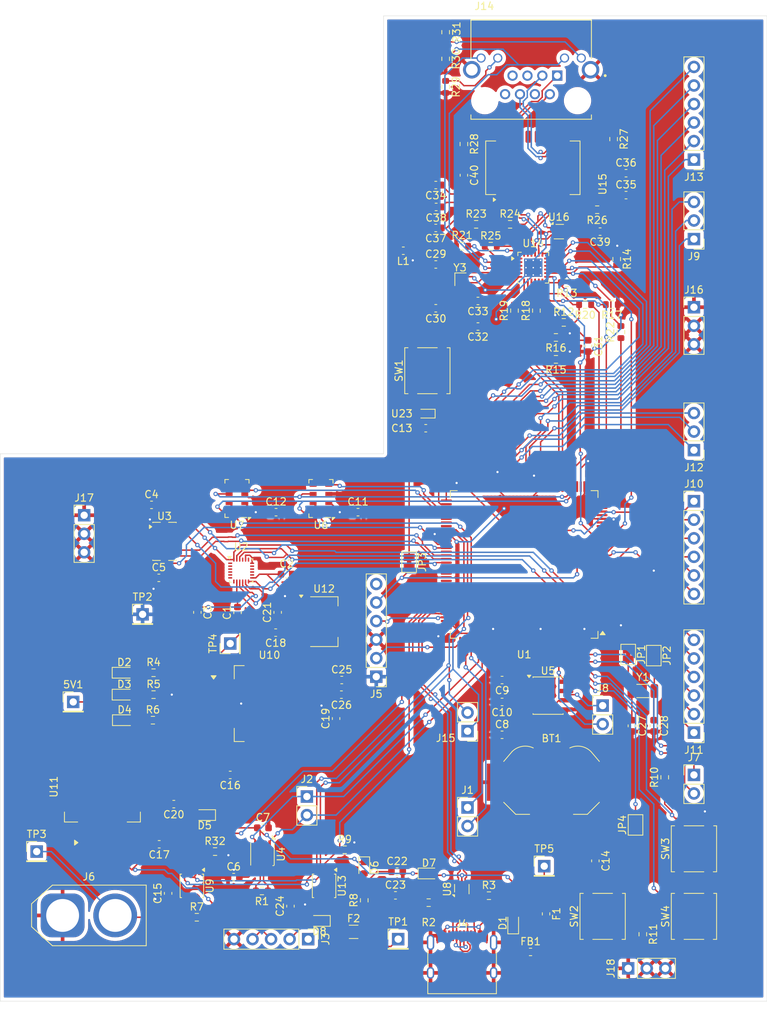
<source format=kicad_pcb>
(kicad_pcb (version 20241229) (generator "pcbnew") (generator_version "9.0")
  (layers (0 "F.Cu" signal) (2 "B.Cu" signal) (13 "F.Paste" user) (15 "B.Paste" user) (5 "F.SilkS" user "F.Silkscreen") (7 "B.SilkS" user "B.Silkscreen") (1 "F.Mask" user) (3 "B.Mask" user) (25 "Edge.Cuts" user))
  (net 0 "")
  (net 45 "+5V")
  (net 46 "+1V8")
  (net 47 "GND")
  (net 48 "+3V3")
  (net 49 "Net-(U2-REGOUT)")
  (net 50 "Net-(U5-VBAT)")
  (net 51 "Net-(JP3-A)")
  (net 52 "Net-(JP4-A)")
  (net 53 "/power/V_BATT")
  (net 54 "/power/5V_LDO")
  (net 55 "/power/V_BUS_Out")
  (net 56 "/Flashing/VBUS")
  (net 57 "Net-(D1-K)")
  (net 58 "Net-(D2-A)")
  (net 59 "Net-(D3-A)")
  (net 60 "Net-(D4-A)")
  (net 61 "Net-(D8-K)")
  (net 62 "5V_BUS")
  (net 63 "/Flashing/V_USB")
  (net 64 "Net-(F1-Pad2)")
  (net 65 "Net-(U13-Vbus)")
  (net 66 "/MCU/UART8.TX")
  (net 67 "/MCU/UART8.RX")
  (net 68 "/MCU/CAN.RX")
  (net 69 "/MCU/CAN.TX")
  (net 72 "/Flashing/USB-")
  (net 73 "/Flashing/CC2")
  (net 74 "/Flashing/USB+")
  (net 75 "/Flashing/CC1")
  (net 76 "/MCU/ADC1.INP15")
  (net 78 "/power/BATT_INPUT")
  (net 79 "/MCU/I2C4.SDA")
  (net 80 "/MCU/SPI1.SCK")
  (net 81 "/MCU/I2C1.SDA")
  (net 82 "/ADXL375/SPI.SCK")
  (net 83 "/ADXL375/SPI.MOSI")
  (net 84 "/MCU/I2C1.SCL")
  (net 85 "/ADXL375/SPI.MISO")
  (net 86 "/MCU/I2C4.SCL")
  (net 87 "/MCU/SPI1.MOSI")
  (net 88 "/MCU/SPI1.MISO")
  (net 102 "/IMU (2g-16g)/CS")
  (net 103 "/IMU (2g-16g)/INT")
  (net 104 "/ADXL375/INT2")
  (net 105 "/ADXL375/INT1")
  (net 108 "/ADXL375/CS")
  (net 113 "/Flashing/D+")
  (net 114 "/Flashing/D-")
  (net 115 "/MCU/UART4.RX")
  (net 116 "/MCU/UART4.TX")
  (net 117 "/Flashing/nRST")
  (net 118 "/MCU/bus_alert")
  (net 119 "/MCU/BUTT_1")
  (net 120 "/MCU/BUTT_0")
  (net 121 "/Extras/OPAMP2.VOUT")
  (net 122 "/MCU/BARO_CS0")
  (net 123 "/MCU/OSC32_OUT")
  (net 124 "/Extras/GPIO.PF2")
  (net 126 "/Extras/OPAMP2.VIN_N")
  (net 128 "/Extras/QSPI.IO3")
  (net 129 "/Extras/QSPI.CS")
  (net 130 "/Extras/ADC1.INP2")
  (net 131 "/Extras/GPIO.PF1")
  (net 132 "/MCU/BARO_CS1")
  (net 133 "/Extras/ADC1.INP6")
  (net 134 "/Extras/GPIO.PF4")
  (net 135 "/Extras/QSPI.IO0")
  (net 136 "/Extras/GPIO.PF0")
  (net 137 "/MCU/OSC32_IN")
  (net 138 "/Extras/QSPI.IO1")
  (net 139 "/Extras/GPIO.PF3")
  (net 140 "/MCU/batt_alert")
  (net 141 "/Extras/QSPI.CLK")
  (net 142 "/Extras/OPAMP2.VIN_P")
  (net 143 "/Extras/QSPI.IO2")
  (net 144 "/Extras/GPIO.PF5")
  (net 145 "Net-(U14-RXD0{slash}MODE0)")
  (net 146 "/Ethernet/RD_P")
  (net 147 "/Ethernet/ETH.MDIO")
  (net 148 "/Ethernet/VDDCR")
  (net 149 "Net-(U14-CRS_DV{slash}MODE2)")
  (net 150 "/Ethernet/LED_Y")
  (net 151 "Net-(U14-RBIAS)")
  (net 152 "Net-(U14-RXER{slash}PHYAD0)")
  (net 153 "/Ethernet/TD_P")
  (net 154 "/Ethernet/ETH.TXD0")
  (net 155 "/Ethernet/3V3_FILTERED")
  (net 156 "Net-(U14-RXD1{slash}MODE1)")
  (net 157 "Net-(U14-~{INT}{slash}REFCLKO)")
  (net 158 "/Ethernet/RD_N")
  (net 159 "/Ethernet/LED_G")
  (net 160 "Net-(U14-XTAL2)")
  (net 161 "/Ethernet/ETH.TX_EN")
  (net 162 "Net-(U14-XTAL1{slash}CLKIN)")
  (net 163 "/Ethernet/TD_N")
  (net 164 "/Ethernet/ETH.MDC")
  (net 165 "/Ethernet/ETH.TXD1")
  (net 166 "/MCU/XTAL_IN")
  (net 167 "/MCU/XTAL_OUT")
  (net 168 "Net-(C40-Pad1)")
  (net 170 "/Ethernet/ETH.RXD0")
  (net 171 "/Ethernet/ETH.RXD1")
  (net 172 "/Ethernet/ETH.CRS_DV")
  (net 173 "/Ethernet/ETH.REF_CLK")
  (net 174 "Net-(R27-Pad1)")
  (net 175 "Net-(R28-Pad1)")
  (net 176 "Net-(J14-Pad11)")
  (net 177 "Net-(J14-Pad9)")
  (net 179 "/Ethernet/TX_P")
  (net 180 "/Ethernet/RX_N")
  (net 181 "/Ethernet/RX_P")
  (net 185 "/Ethernet/TX_N")
  (net 190 "/Extras/GPIO.PE14")
  (net 191 "/Extras/GPIO.PE10")
  (net 192 "/Extras/GPIO.PE12")
  (net 193 "/Extras/GPIO.PE15")
  (net 194 "/Extras/GPIO.PE11")
  (net 195 "/Extras/GPIO.PE13")
  (net 196 "/Extras/ADC1.INN2")
  (net 197 "/Flashing/SWCLK")
  (net 198 "/Flashing/SWDIO")
  (net 199 "/Flashing/BOOT0")
  (net 202 "/CAN/CAN_N")
  (net 203 "/CAN/CAN_P")
  (footprint "Capacitor_SMD:C_0603_1608Metric" (layer "F.Cu") (at 188 145.225 90)
    (property "Reference" "C15")
    (property "Value" "0.1uF")
  )
  (footprint "Connector_PinHeader_2.54mm:PinHeader_1x01_P2.54mm_Vertical" (layer "F.Cu") (at 239.5 141.5)
    (property "Reference" "TP5")
    (property "Value" "V_USB")
  )
  (footprint "Sensor_Motion:InvenSense_QFN-24_3x3mm_P0.4mm" (layer "F.Cu") (at 198 101)
    (property "Reference" "U2")
    (property "Value" "ICM-20948")
  )
  (footprint "Capacitor_SMD:C_0603_1608Metric" (layer "F.Cu") (at 247.15 54.5625 180)
    (property "Reference" "C39")
    (property "Value" "100nF")
  )
  (footprint "Capacitor_SMD:C_0603_1608Metric" (layer "F.Cu") (at 219.128412 145.5)
    (property "Reference" "C23")
    (property "Value" "0.1uF")
  )
  (footprint "LED_SMD:LED_0603_1608Metric_Pad1.05x0.95mm_HandSolder" (layer "F.Cu") (at 182 115)
    (property "Reference" "D2")
    (property "Value" "GREEN")
  )
  (footprint "LED_SMD:LED_0603_1608Metric_Pad1.05x0.95mm_HandSolder" (layer "F.Cu") (at 182.0375 121.5)
    (property "Reference" "D4")
    (property "Value" "GREEN")
  )
  (footprint "Capacitor_SMD:C_0603_1608Metric" (layer "F.Cu") (at 254.5 122.275 -90)
    (property "Reference" "C28")
    (property "Value" "5.6uF")
  )
  (footprint "Capacitor_SMD:C_0603_1608Metric" (layer "F.Cu") (at 204.225 101.5)
    (property "Reference" "C2")
    (property "Value" "0.1uF")
  )
  (footprint "Capacitor_SMD:C_0603_1608Metric" (layer "F.Cu") (at 197.5 106.775 90)
    (property "Reference" "C1")
    (property "Value" "0.1uF")
  )
  (footprint "Button_Switch_SMD:SW_SPST_EVPBF" (layer "F.Cu") (at 223.5 73.62 90)
    (property "Reference" "SW1")
    (property "Value" "SW_Push")
  )
  (footprint "Capacitor_SMD:C_0603_1608Metric" (layer "F.Cu") (at 224.65 59.0625)
    (property "Reference" "C29")
    (property "Value" "5.6pF")
  )
  (footprint "Resistor_SMD:R_0603_1608Metric" (layer "F.Cu") (at 242.6 61.5625 180)
    (property "Reference" "R13")
    (property "Value" "1K5")
  )
  (footprint "Diode_SMD:D_SOD-523" (layer "F.Cu") (at 223.3 79.5 180)
    (property "Reference" "U23")
    (property "Value" "ESDALC6V1-1U2")
  )
  (footprint "Capacitor_SMD:C_0603_1608Metric" (layer "F.Cu") (at 219.353412 142.25)
    (property "Reference" "C22")
    (property "Value" "47uF")
  )
  (footprint "Resistor_SMD:R_0603_1608Metric" (layer "F.Cu") (at 250 68.325 90)
    (property "Reference" "R22")
    (property "Value" "33R")
  )
  (footprint "Connector_PinHeader_2.54mm:PinHeader_1x01_P2.54mm_Vertical" (layer "F.Cu") (at 175 119)
    (property "Reference" "5V1")
    (property "Value" "5V")
  )
  (footprint "Capacitor_SMD:C_0603_1608Metric" (layer "F.Cu") (at 211 121.275 90)
    (property "Reference" "C19")
    (property "Value" "10uF")
  )
  (footprint "Capacitor_SMD:C_0603_1608Metric" (layer "F.Cu") (at 245.5 70.225 -90)
    (property "Reference" "C31")
    (property "Value" "100nF")
  )
  (footprint "Connector_PinHeader_2.54mm:PinHeader_1x03_P2.54mm_Vertical" (layer "F.Cu") (at 251 155.5 90)
    (property "Reference" "J18")
    (property "Value" "Conn_01x03_Socket")
  )
  (footprint "Capacitor_SMD:C_0603_1608Metric" (layer "F.Cu") (at 233.725 116 180)
    (property "Reference" "C9")
    (property "Value" "1uF")
  )
  (footprint "Package_DFN_QFN:VQFN-24-1EP_4x4mm_P0.5mm_EP2.5x2.5mm_ThermalVias" (layer "F.Cu") (at 238 59.5)
    (property "Reference" "U14")
    (property "Value" "LAN8742A")
  )
  (footprint "Capacitor_SMD:C_0603_1608Metric" (layer "F.Cu") (at 223.275 81.5)
    (property "Reference" "C13")
    (property "Value" "0.1uF")
  )
  (footprint "Package_TO_SOT_SMD:SOT-223-3_TabPin2" (layer "F.Cu") (at 209.35 108)
    (property "Reference" "U12")
    (property "Value" "AMS1117-1.8")
  )
  (footprint "Resistor_SMD:R_0603_1608Metric" (layer "F.Cu") (at 226 34.7375 -90)
    (property "Reference" "R29")
    (property "Value" "270R")
  )
  (footprint "Resistor_SMD:R_0603_1608Metric" (layer "F.Cu") (at 228.25 56.5625 180)
    (property "Reference" "R21")
    (property "Value" "12K1")
  )
  (footprint "Capacitor_SMD:C_0603_1608Metric" (layer "F.Cu") (at 203 106.725 90)
    (property "Reference" "C21")
    (property "Value" "22uF")
  )
  (footprint "Capacitor_SMD:C_0603_1608Metric" (layer "F.Cu") (at 211.725 118 180)
    (property "Reference" "C26")
    (property "Value" "100nF")
  )
  (footprint "Resistor_SMD:R_0603_1608Metric" (layer "F.Cu") (at 185.9125 121.5)
    (property "Reference" "R6")
    (property "Value" "1k")
  )
  (footprint "Jumper:SolderJumper-2_P1.3mm_Bridged_Pad1.0x1.5mm" (layer "F.Cu") (at 251 112.5 -90)
    (property "Reference" "JP1")
    (property "Value" "SolderJumper_2_Bridged" (hide yes))
  )
  (footprint "Package_LGA:LGA-8_3x5mm_P1.25mm" (layer "F.Cu") (at 208.925 91.125 180)
    (property "Reference" "U6")
    (property "Value" "MS5607-02BA")
  )
  (footprint "Connector_PinHeader_2.54mm:PinHeader_1x03_P2.54mm_Vertical" (layer "F.Cu") (at 260 55.58 180)
    (property "Reference" "J9")
    (property "Value" "Conn_01x03_Socket")
  )
  (footprint "Capacitor_SMD:C_0603_1608Metric" (layer "F.Cu") (at 196.5 129 180)
    (property "Reference" "C16")
    (property "Value" "10uF")
  )
  (footprint "Jumper:SolderJumper-2_P1.3mm_Bridged_Pad1.0x1.5mm" (layer "F.Cu") (at 221 99.85 -90)
    (property "Reference" "JP3")
    (property "Value" "SolderJumper_2_Bridged")
  )
  (footprint "Capacitor_SMD:C_0603_1608Metric" (layer "F.Cu") (at 186.775 138.5 180)
    (property "Reference" "C17")
    (property "Value" "10uF")
  )
  (footprint "Capacitor_SMD:C_0603_1608Metric" (layer "F.Cu") (at 224.65 48.1825 180)
    (property "Reference" "C34")
    (property "Value" "100nF")
  )
  (footprint "Capacitor_SMD:C_0603_1608Metric" (layer "F.Cu") (at 192 106.725 -90)
    (property "Reference" "C3")
    (property "Value" "0.1uF")
  )
  (footprint "Capacitor_SMD:C_0603_1608Metric" (layer "F.Cu") (at 214 93)
    (property "Reference" "C11")
    (property "Value" "0.1uF")
  )
  (footprint "Resistor_SMD:R_0603_1608Metric" (layer "F.Cu") (at 242.175 67)
    (property "Reference" "R12")
    (property "Value" "10K")
  )
  (footprint "Resistor_SMD:R_0603_1608Metric" (layer "F.Cu") (at 212.175 139.25)
    (property "Reference" "R9")
    (property "Value" "1k")
  )
  (footprint "Connector_PinHeader_2.54mm:PinHeader_1x02_P2.54mm_Vertical" (layer "F.Cu") (at 207 131.96)
    (property "Reference" "J2")
    (property "Value" "Conn_01x02_Socket")
  )
  (footprint "Resistor_SMD:R_0603_1608Metric" (layer "F.Cu") (at 230.175 53.5625)
    (property "Reference" "R23")
    (property "Value" "49.9R")
  )
  (footprint "Connector_PinHeader_2.54mm:PinHeader_1x02_P2.54mm_Vertical" (layer "F.Cu") (at 247.5 119.5)
    (property "Reference" "J8")
    (property "Value" "Conn_01x02_Pin")
  )
  (footprint "Resistor_SMD:R_0603_1608Metric" (layer "F.Cu") (at 223.675 146.5 180)
    (property "Reference" "R2")
    (property "Value" "5.1k")
  )
  (footprint "Resistor_SMD:R_0603_1608Metric" (layer "F.Cu") (at 256 129.325 90)
    (property "Reference" "R10")
    (property "Value" "100kR")
  )
  (footprint "Resistor_SMD:R_0603_1608Metric" (layer "F.Cu") (at 235.425 65.3875 90)
    (property "Reference" "R19")
    (property "Value" "33R")
  )
  (footprint "Inductor_SMD:L_0603_1608Metric_Pad1.05x0.95mm_HandSolder" (layer "F.Cu") (at 237.625 153.25)
    (property "Reference" "FB1")
    (property "Value" "BLM21PG221")
  )
  (footprint "Capacitor_SMD:C_0603_1608Metric" (layer "F.Cu") (at 220.2 57.1825 180)
    (property "Reference" "L1")
    (property "Value" "600R@100MHz")
  )
  (footprint "Package_SO:SOIC-8_3.9x4.9mm_P1.27mm" (layer "F.Cu") (at 240.025 118.135)
    (property "Reference" "U5")
    (property "Value" "DS3232M")
  )
  (footprint "Crystal:Crystal_SMD_1210-4Pin_1.2x1.0mm" (layer "F.Cu") (at 228.09 61.1525)
    (property "Reference" "Y3")
    (property "Value" "NX2016SA 25MHz")
  )
  (footprint "Resistor_SMD:R_0603_1608Metric" (layer "F.Cu") (at 226 27.2375 90)
    (property "Reference" "R31")
    (property "Value" "270R")
  )
  (footprint "Resistor_SMD:R_0603_1608Metric" (layer "F.Cu") (at 226 30.8875 -90)
    (property "Reference" "R30")
    (property "Value" "10K")
  )
  (footprint "Transformer_SMD:Transformer_Pulse_H1100NL" (layer "F.Cu") (at 237.945 45.8175 90)
    (property "Reference" "U15")
    (property "Value" "H1102NL")
  )
  (footprint "Resistor_SMD:R_0603_1608Metric" (layer "F.Cu") (at 249 41.8875 -90)
    (property "Reference" "R27")
    (property "Value" "75R")
  )
  (footprint "Capacitor_SMD:C_0603_1608Metric" (layer "F.Cu") (at 250.7 49.5625)
    (property "Reference" "C35")
    (property "Value" "100nF")
  )
  (footprint "Package_LGA:LGA-8_3x5mm_P1.25mm" (layer "F.Cu") (at 197.425 91.125 180)
    (property "Reference" "U7")
    (property "Value" "MS5607-02BA")
  )
  (footprint "Connector_PinHeader_2.54mm:PinHeader_1x05_P2.54mm_Vertical" (layer "F.Cu") (at 207.175 151.5 -90)
    (property "Reference" "J3")
    (property "Value" "Conn_01x05_Socket")
  )
  (footprint "Button_Switch_SMD:SW_SPST_EVPBF" (layer "F.Cu") (at 260 139.12 90)
    (property "Reference" "SW3")
    (property "Value" "SW_Push")
  )
  (footprint "Connector_PinHeader_2.54mm:PinHeader_1x06_P2.54mm_Vertical" (layer "F.Cu") (at 260 91.5)
    (property "Reference" "J10")
    (property "Value" "Conn_01x06_Socket")
  )
  (footprint "Package_DFN_QFN:DFN-8-1EP_3x3mm_P0.65mm_EP1.55x2.4mm" (layer "F.Cu") (at 200.915 139.8625 -90)
    (property "Reference" "U4")
    (property "Value" "MCP2542FDxMF")
  )
  (footprint "Resistor_SMD:R_0603_1608Metric" (layer "F.Cu") (at 241.1 69.0625 180)
    (property "Reference" "R16")
    (property "Value" "10K")
  )
  (footprint "Connector_PinHeader_2.54mm:PinHeader_1x01_P2.54mm_Vertical" (layer "F.Cu") (at 219.5 151.5)
    (property "Reference" "TP1")
    (property "Value" "V_BUS")
  )
  (footprint "Package_TO_SOT_SMD:TO-263-3_TabPin2" (layer "F.Cu") (at 201.875 119.225)
    (property "Reference" "U10")
    (property "Value" "LM1085-3.3")
  )
  (footprint "Capacitor_SMD:C_0603_1608Metric" (layer "F.Cu") (at 228.5 46.8375 -90)
    (property "Reference" "C40")
    (property "Value" "1nF")
  )
  (footprint "Resistor_SMD:R_0603_1608Metric" (layer "F.Cu") (at 214.853412 146.175 90)
    (property "Reference" "R8")
    (property "Value" "200m")
  )
  (footprint "Battery:BatteryHolder_LINX_BAT-HLD-012-SMT" (layer "F.Cu") (at 240.5 130 180)
    (property "Reference" "BT1")
    (property "Value" "BAT-HLD-012-THM")
  )
  (footprint "Diode_SMD:D_0603_1608Metric" (layer "F.Cu") (at 223.7125 142.5)
    (property "Reference" "D7")
    (property "Value" "D")
  )
  (footprint "Button_Switch_SMD:SW_SPST_EVPBF" (layer "F.Cu") (at 247.5 148.38 90)
    (property "Reference" "SW2")
    (property "Value" "SW_Push")
  )
  (footprint "Connector_AMASS:AMASS_XT60-M_1x02_P7.20mm_Vertical" (layer "F.Cu") (at 173.55 148.25)
    (property "Reference" "J6")
    (property "Value" "Conn_01x02")
  )
  (footprint "Diode_SMD:D_0603_1608Metric" (layer "F.Cu") (at 214.853412 141.7125 -90)
    (property "Reference" "D6")
    (property "Value" "D")
  )
  (footprint "Package_TO_SOT_SMD:SOT-666" (layer "F.Cu") (at 241.5 54.5625)
    (property "Reference" "U16")
    (property "Value" "USBLC6-2P6")
  )
  (footprint "Capacitor_SMD:C_0603_1608Metric" (layer "F.Cu") (at 224.65 54.0625 180)
    (property "Reference" "C37")
    (property "Value" "100nF")
  )
  (footprint "Connector_PinHeader_2.54mm:PinHeader_1x06_P2.54mm_Vertical" (layer "F.Cu") (at 216.5 115.54 180)
    (property "Reference" "J5")
    (property "Value" "Conn_01x06_Pin")
  )
  (footprint "Fuse:Fuse_1206_3216Metric" (layer "F.Cu") (at 213.4 150.5)
    (property "Reference" "F2")
    (property "Value" "Polyfuse")
  )
  (footprint "Capacitor_SMD:C_0603_1608Metric" (layer "F.Cu") (at 202.725 109.5 180)
    (property "Reference" "C18")
    (property "Value" "10uF")
  )
  (footprint "Package_LGA:LGA-14_3x5mm_P0.8mm_LayoutBorder1x6y" (layer "F.Cu") (at 187.5 97)
    (property "Reference" "U3")
    (property "Value" "ADXL375BCCZ-RL7")
  )
  (footprint "Capacitor_SMD:C_0603_1608Metric" (layer "F.Cu") (at 250.7 46.5625)
    (property "Reference" "C36")
    (property "Value" "10uF")
  )
  (footprint "Capacitor_SMD:C_0603_1608Metric" (layer "F.Cu") (at 233.725 119 180)
    (property "Reference" "C10")
    (property "Value" "0.1uF")
  )
  (footprint "Connector_PinHeader_2.54mm:PinHeader_1x01_P2.54mm_Vertical" (layer "F.Cu") (at 196.5 111 90)
    (property "Reference" "TP4")
    (property "Value" "1V8")
  )
  (footprint "Diode_SMD:D_0603_1608Metric" (layer "F.Cu") (at 235.25 149.2875 90)
    (property "Reference" "D1")
    (property "Value" "D")
  )
  (footprint "Capacitor_SMD:C_0603_1608Metric" (layer "F.Cu") (at 188.775 133 180)
    (property "Reference" "C20")
    (property "Value" "10uF")
  )
  (footprint "Jumper:SolderJumper-2_P1.3mm_Bridged_Pad1.0x1.5mm" (layer "F.Cu") (at 252 135.85 90)
    (property "Reference" "JP4")
    (property "Value" "SolderJumper_2_Bridged")
  )
  (footprint "Connector_RJ:CUI_CRJ061-L1-TH" (layer "F.Cu") (at 237.71 36.6225)
    (property "Reference" "J14")
    (property "Value" "CRJ061-L1-TH")
  )
  (footprint "Resistor_SMD:R_0603_1608Metric" (layer "F.Cu") (at 228.5 42.5625 -90)
    (property "Reference" "R28")
    (property "Value" "75R")
  )
  (footprint "Connector_PinHeader_2.54mm:PinHeader_1x02_P2.54mm_Vertical" (layer "F.Cu") (at 260 129)
    (property "Reference" "J7")
    (property "Value" "Conn_01x02_Pin")
  )
  (footprint "Jumper:SolderJumper-2_P1.3mm_Bridged_Pad1.0x1.5mm" (layer "F.Cu") (at 254.5 112.65 -90)
    (property "Reference" "JP2")
    (property "Value" "SolderJumper_2_Bridged" (hide yes))
  )
  (footprint "Resistor_SMD:R_0603_1608Metric" (layer "F.Cu") (at 238.425 65.3875 90)
    (property "Reference" "R18")
    (property "Value" "33R")
  )
  (footprint "Inductor_SMD:L_1206_3216Metric" (layer "F.Cu") (at 253 117.5)
    (property "Reference" "Y1")
    (property "Value" "NX3215SA 32.768kHz")
  )
  (footprint "Capacitor_SMD:C_0603_1608Metric" (layer "F.Cu") (at 185.725 92)
    (property "Reference" "C4")
    (property "Value" "1uF")
  )
  (footprint "Connector_USB:USB_C_Receptacle_HRO_TYPE-C-31-M-12" (layer "F.Cu") (at 228.25 155.072471)
    (property "Reference" "J4")
    (property "Value" "USB_C_Receptacle_USB2.0_16P")
  )
  (footprint "Resistor_SMD:R_0603_1608Metric" (layer "F.Cu") (at 241.1 72.0625 180)
    (property "Reference" "R15")
    (property "Value" "10K")
  )
  (footprint "Resistor_SMD:R_0603_1608Metric" (layer "F.Cu") (at 200.84 144.893749 180)
    (property "Reference" "R1")
    (property "Value" "120")
  )
  (footprint "Resistor_SMD:R_0603_1608Metric" (layer "F.Cu") (at 245.1 64.5625 180)
    (property "Reference" "R20")
    (property "Value" "33R")
  )
  (footprint "Capacitor_SMD:C_0603_1608Metric" (layer "F.Cu") (at 230.425 67.5625 180)
    (property "Reference" "C32")
    (property "Value" "470pF")
  )
  (footprint "Connector_PinHeader_2.54mm:PinHeader_1x06_P2.54mm_Vertical" (layer "F.Cu") (at 260 123.2 180)
    (property "Reference" "J11")
    (property "Value" "Conn_01x06_Socket")
  )
  (footprint "Resistor_SMD:R_0603_1608Metric" (layer "F.Cu") (at 248.75 64.5625 180)
    (property "Reference" "R17")
    (property "Value" "10K")
  )
  (footprint "Resistor_SMD:R_0603_1608Metric" (layer "F.Cu") (at 186 115)
    (property "Reference" "R4")
    (property "Value" "220")
  )
  (footprint "Capacitor_SMD:C_0603_1608Metric" (layer "F.Cu") (at 211.775 116)
    (property "Reference" "C25")
    (property "Value" "10uF")
  )
  (footprint "Package_SO:VSSOP-10_3x3mm_P0.5mm" (layer "F.Cu") (at 191.25 144.2 -90)
    (property "Reference" "U9")
    (property "Value" "INA233")
  )
  (footprint "Resistor_SMD:R_0603_1608Metric" (layer "F.Cu") (at 186 118)
    (property "Reference" "R5")
    (property "Value" "1k")
  )
  (footprint "Resistor_SMD:R_0603_1608Metric" (layer "F.Cu") (at 191.925 148.5)
    (property "Reference" "R7")
    (property "Value" "200m")
  )
  (footprint "Connector_PinHeader_2.54mm:PinHeader_1x03_P2.54mm_Vertical" (layer "F.Cu") (at 260 64.92)
    (property "Reference" "J16")
    (property "Value" "Conn_01x03_Socket")
  )
  (footprint "Capacitor_SMD:C_0603_1608Metric" (layer "F.Cu") (at 224.65 65.0625 180)
    (property "Reference" "C30")
    (property "Value" "5.6pF")
  )
  (footprint "Resistor_SMD:R_0603_1608Metric" (layer "F.Cu") (at 246.75 51.5625 180)
    (property "Reference" "R26")
    (property "Value" "49.9R")
  )
  (footprint "Connector_PinHeader_2.54mm:PinHeader_1x03_P2.54mm_Vertical" (layer "F.Cu") (at 176.5 93.42)
    (property "Reference" "J17")
    (property "Value" "Conn_01x03_Socket")
  )
  (footprint "Resistor_SMD:R_0603_1608Metric" (layer "F.Cu") (at 231.925 145.545)
    (property "Reference" "R3")
    (property "Value" "5.1k")
  )
  (footprint "Capacitor_SMD:C_0603_1608Metric" (layer "F.Cu") (at 251.5 122.275 -90)
    (property "Reference" "C27")
    (property "Value" "5.6uF")
  )
  (footprint "Capacitor_SMD:C_0603_1608Metric" (layer "F.Cu") (at 233.725 123.5)
    (property "Reference" "C8")
    (property "Value" "0.1uF")
  )
  (footprint "Capacitor_SMD:C_0603_1608Metric" (layer "F.Cu") (at 224.7 51.1825)
    (property "Reference" "C38")
    (property "Value" "100nF")
  )
  (footprint "Capacitor_SMD:C_0603_1608Metric" (layer "F.Cu") (at 246.5 140.775 -90)
    (property "Reference" "C14")
    (property "Value" "0.1uF")
  )
  (footprint "Resistor_SMD:R_0603_1608Metric" (layer "F.Cu") (at 194.425 139.5)
    (property "Reference" "R32")
    (property "Value" "1k")
  )
  (footprint "Connector_PinHeader_2.54mm:PinHeader_1x01_P2.54mm_Vertical" (layer "F.Cu") (at 170 139.5)
    (property "Reference" "TP3")
    (property "Value" "V_BATT")
  )
  (footprint "Capacitor_SMD:C_0603_1608Metric" (layer "F.Cu") (at 230.425 64.0625 180)
    (property "Reference" "C33")
    (property "Value" "1uF")
  )
  (footprint "Connector_PinHeader_2.54mm:PinHeader_1x02_P2.54mm_Vertical" (layer "F.Cu") (at 229 133.46)
    (property "Reference" "J1")
    (property "Value" "Conn_01x02_Pin")
  )
  (footprint "Capacitor_SMD:C_0603_1608Metric" (layer "F.Cu") (at 186.725 102)
    (property "Reference" "C5")
    (property "Value" "0.1uF")
  )
  (footprint "Resistor_SMD:R_0603_1608Metric" (layer "F.Cu") (at 234.825 53.5625)
    (property "Reference" "R24")
    (property "Value" "49.9R")
  )
  (footprint "Capacitor_SMD:C_0603_1608Metric" (layer "F.Cu") (at 202.775 93)
    (property "Reference" "C12")
    (property "Value" "0.1uF")
  )
  (footprint "Resistor_SMD:R_0603_1608Metric" (layer "F.Cu") (at 253 150.825 -90)
    (property "Reference" "R11")
    (property "Value" "100kR")
  )
  (footprint "Capacitor_SMD:C_0603_1608Metric" (layer "F.Cu") (at 200.975 136.25)
    (property "Reference" "C7")
    (property "Value" "0.1uF")
  )
  (footprint "Connector_PinHeader_2.54mm:PinHeader_1x02_P2.54mm_Vertical" (layer "F.Cu") (at 229 123 180)
    (property "Reference" "J15")
    (property "Value" "Conn_01x02_Pin")
  )
  (footprint "Diode_SMD:D_0603_1608Metric" (layer "F.Cu") (at 193 134.5 180)
    (property "Reference" "D5")
    (property "Value" "D")
  )
  (footprint "Connector_PinHeader_2.54mm:PinHeader_1x01_P2.54mm_Vertical" (layer "F.Cu") (at 184.5 107)
    (property "Reference" "TP2")
    (property "Value" "3V3")
  )
  (footprint "Connector_PinHeader_2.54mm:PinHeader_1x03_P2.54mm_Vertical" (layer "F.Cu") (at 260 84.5 180)
    (property "Reference" "J12")
    (property "Value" "Conn_01x03_Socket")
  )
  (footprint "Button_Switch_SMD:SW_SPST_EVPBF" (layer "F.Cu") (at 260 148.38 90)
    (property "Reference" "SW4")
    (property "Value" "SW_Push")
  )
  (footprint "Package_SO:VSSOP-10_3x3mm_P0.5mm" (layer "F.Cu") (at 209.353412 144.2 -90)
    (property "Reference" "U13")
    (property "Value" "INA233")
  )
  (footprint "Resistor_SMD:R_0603_1608Metric" (layer "F.Cu") (at 249.425 58.325 -90)
    (property "Reference" "R14")
    (property "Value" "10K")
  )
  (footprint "Package_TO_SOT_SMD:TO-263-3_TabPin2" (layer "F.Cu") (at 179 130.625 90)
    (property "Reference" "U11")
    (property "Value" "LM1085-5.0")
  )
  (footprint "Capacitor_SMD:C_0603_1608Metric" (layer "F.Cu") (at 196.975 143)
    (property "Reference" "C6")
    (property "Value" "0.1uF")
  )
  (footprint "Capacitor_SMD:C_0603_1608Metric" (layer "F.Cu") (at 204.75 146.975 90)
    (property "Reference" "C24")
    (property "Value" "0.1uF")
  )
  (footprint "LED_SMD:LED_0603_1608Metric_Pad1.05x0.95mm_HandSolder" (layer "F.Cu") (at 182 118)
    (property "Reference" "D3")
    (property "Value" "GREEN")
  )
  (footprint "Diode_SMD:D_0603_1608Metric" (layer "F.Cu") (at 208.7125 149 180)
    (property "Reference" "D8")
    (property "Value" "D")
  )
  (footprint "Package_QFP:LQFP-144_20x20mm_P0.5mm" (layer "F.Cu") (at 236.75 100.1625 180)
    (property "Reference" "U1")
    (property "Value" "STM32H743ZITx")
  )
  (footprint "Connector_PinHeader_2.54mm:PinHeader_1x06_P2.54mm_Vertical" (layer "F.Cu") (at 260 44.7 180)
    (property "Reference" "J13")
    (property "Value" "Conn_01x06_Socket")
  )
  (footprint "Fuse:Fuse_0603_1608Metric" (layer "F.Cu") (at 239.75 148.0375 -90)
    (property "Reference" "F1")
    (property "Value" "5V/3A")
  )
  (footprint "Resistor_SMD:R_0603_1608Metric" (layer "F.Cu") (at 232.175 56.5625)
    (property "Reference" "R25")
    (property "Value" "49.9R")
  )
  (footprint "Package_TO_SOT_SMD:SOT-666" (layer "F.Cu") (at 228.2125 144.645 90)
    (property "Reference" "U8")
    (property "Value" "USBLC6-2P6" (hide yes))
  )
  (gr_line (start 270 25) (end 217.5 25) (stroke (width 0.05)) (layer "Edge.Cuts"))
  (gr_line (start 165 85) (end 165 160) (stroke (width 0.05)) (layer "Edge.Cuts"))
  (gr_line (start 217.5 25) (end 217.5 85) (stroke (width 0.05)) (layer "Edge.Cuts"))
  (gr_line (start 270 160) (end 270 25) (stroke (width 0.05)) (layer "Edge.Cuts"))
  (gr_line (start 217.5 85) (end 165 85) (stroke (width 0.05)) (layer "Edge.Cuts"))
  (gr_line (start 165 160) (end 270 160) (stroke (width 0.05)) (layer "Edge.Cuts"))
  (segment (start 195.5375 136.25) (end 193.7875 134.5) (width 0.2) (layer "F.Cu") (net 45))
  (segment (start 193.96 121.5) (end 194.225 121.765) (width 0.2) (layer "F.Cu") (net 45))
  (segment (start 201.497677 137.224974) (end 201.174974 137.224974) (width 0.2) (layer "F.Cu") (net 45))
  (segment (start 184.7375 119.5) (end 178 119.5) (width 0.2) (layer "F.Cu") (net 45))
  (segment (start 193.7875 131.5) (end 193.7875 122.2025) (width 0.2) (layer "F.Cu") (net 45))
  (segment (start 201.174974 137.224974) (end 200.2 136.25) (width 0.2) (layer "F.Cu") (net 45))
  (segment (start 200.2 136.25) (end 195.5375 136.25) (width 0.2) (layer "F.Cu") (net 45))
  (segment (start 178 119.5) (end 177.5 119) (width 0.2) (layer "F.Cu") (net 45))
  (segment (start 193.7875 131.5) (end 195.725 129.5625) (width 0.2) (layer "F.Cu") (net 45))
  (segment (start 177.5 119) (end 175 119) (width 0.2) (layer "F.Cu") (net 45))
  (segment (start 200.59 136.64) (end 200.2 136.25) (width 0.2) (layer "F.Cu") (net 45))
  (segment (start 200.59 138.3125) (end 200.59 136.64) (width 0.2) (layer "F.Cu") (net 45))
  (segment (start 186.7375 121.5) (end 184.7375 119.5) (width 0.2) (layer "F.Cu") (net 45))
  (segment (start 186.7375 121.5) (end 193.96 121.5) (width 0.2) (layer "F.Cu") (net 45))
  (segment (start 195.725 129.5625) (end 195.725 129) (width 0.2) (layer "F.Cu") (net 45))
  (segment (start 213.925 140.925) (end 213.5 140.5) (width 0.2) (layer "F.Cu") (net 45))
  (segment (start 222.925 142.5) (end 221.5 142.5) (width 0.2) (layer "F.Cu") (net 45))
  (segment (start 193.7875 134.5) (end 193.7875 131.5) (width 0.2) (layer "F.Cu") (net 45))
  (segment (start 214.853412 140.925) (end 213.925 140.925) (width 0.2) (layer "F.Cu") (net 45))
  (segment (start 193.7875 122.2025) (end 194.225 121.765) (width 0.2) (layer "F.Cu") (net 45))
  (via (at 221.5 142.5) (size 0.6) (drill 0.3) (layers "F.Cu" "B.Cu") (net 45))
  (via (at 201.497677 137.224974) (size 0.6) (drill 0.3) (layers "F.Cu" "B.Cu") (net 45))
  (via (at 213.5 140.5) (size 0.6) (drill 0.3) (layers "F.Cu" "B.Cu") (net 45))
  (segment (start 204.772703 140.5) (end 201.497677 137.224974) (width 0.2) (layer "B.Cu") (net 45))
  (segment (start 221.5 142.5) (end 215.5 142.5) (width 0.2) (layer "B.Cu") (net 45))
  (segment (start 213.5 140.5) (end 204.772703 140.5) (width 0.2) (layer "B.Cu") (net 45))
  (segment (start 215.5 142.5) (end 213.5 140.5) (width 0.2) (layer "B.Cu") (net 45))
  (segment (start 212.5 108) (end 206.2 108) (width 0.2) (layer "F.Cu") (net 46))
  (segment (start 201 107.5) (end 197.5 104) (width 0.2) (layer "F.Cu") (net 46))
  (segment (start 200 107.5) (end 196.5 111) (width 0.2) (layer "F.Cu") (net 46))
  (segment (start 201 107.5) (end 200 107.5) (width 0.2) (layer "F.Cu") (net 46))
  (segment (start 186.825 115) (end 192.5 115) (width 0.2) (layer "F.Cu") (net 46))
  (segment (start 192.5 115) (end 196.5 111) (width 0.2) (layer "F.Cu") (net 46))
  (segment (start 197.4 102.5) (end 197.4 103.9) (width 0.2) (layer "F.Cu") (net 46))
  (segment (start 201 107.5) (end 203 107.5) (width 0.2) (layer "F.Cu") (net 46))
  (segment (start 197.4 103.9) (end 197.5 104) (width 0.2) (layer "F.Cu") (net 46))
  (segment (start 203.5 108) (end 203 107.5) (width 0.2) (layer "F.Cu") (net 46))
  (segment (start 197.5 104) (end 197.5 106) (width 0.2) (layer "F.Cu") (net 46))
  (segment (start 206.2 108) (end 203.5 108) (width 0.2) (layer "F.Cu") (net 46))
  (segment (start 226.0875 101.9125) (end 224.0875 101.9125) (width 0.2) (layer "F.Cu") (net 47))
  (segment (start 204 146.2) (end 204 146) (width 0.2) (layer "F.Cu") (net 47))
  (segment (start 228.934142 144.5) (end 229.5 144.5) (width 0.2) (layer "F.Cu") (net 47))
  (segment (start 227.5 97) (end 227.5 97.053676) (width 0.2) (layer "F.Cu") (net 47))
  (segment (start 245.970679 71) (end 246.38233 70.588349) (width 0.2) (layer "F.Cu") (net 47))
  (segment (start 198.6 98.901) (end 199.173774 98.901) (width 0.2) (layer "F.Cu") (net 47))
  (segment (start 205 101.5) (end 204 100.5) (width 0.2) (layer "F.Cu") (net 47))
  (segment (start 245 90.5) (end 245 89.5) (width 0.2) (layer "F.Cu") (net 47))
  (segment (start 190.75 145.25) (end 189.95 144.45) (width 0.2) (layer "F.Cu") (net 47))
  (segment (start 226.9125 96.4125) (end 227.5 97) (width 0.2) (layer "F.Cu") (net 47))
  (segment (start 233.5 110.053676) (end 233.047324 109.601) (width 0.2) (layer "F.Cu") (net 47))
  (segment (start 198.5 90.5) (end 199 91) (width 0.2) (layer "F.Cu") (net 47))
  (segment (start 226.0875 96.4125) (end 226.9125 96.4125) (width 0.2) (layer "F.Cu") (net 47))
  (segment (start 238.5 90.271324) (end 238.5 89.5) (width 0.2) (layer "F.Cu") (net 47))
  (segment (start 233.047324 109.601) (end 228.047324 109.601) (width 0.2) (layer "F.Cu") (net 47))
  (segment (start 245.5 71) (end 245.970679 71) (width 0.2) (layer "F.Cu") (net 47))
  (segment (start 199.5 99.5) (end 199.5 100) (width 0.2) (layer "F.Cu") (net 47))
  (segment (start 247.4125 101.4125) (end 253.4125 101.4125) (width 0.2) (layer "F.Cu") (net 47))
  (segment (start 238.5 110.825) (end 238.5 112.5) (width 0.2) (layer "F.Cu") (net 47))
  (segment (start 240.575 54.5625) (end 240.076471 54.5625) (width 0.2) (layer "F.Cu") (net 47))
  (segment (start 189.95 144.45) (end 188 144.45) (width 0.2) (layer "F.Cu") (net 47))
  (segment (start 244 91.5) (end 245 90.5) (width 0.2) (layer "F.Cu") (net 47))
  (segment (start 228.425 60.7425) (end 229.705 60.7425) (width 0.2) (layer "F.Cu") (net 47))
  (segment (start 200.5 99.5) (end 199.5 99.5) (width 0.2) (layer "F.Cu") (net 47))
  (segment (start 199.227226 103.5) (end 199.5 103.5) (width 0.2) (layer "F.Cu") (net 47))
  (segment (start 233.5 89.5) (end 233.5 90.271324) (width 0.2) (layer "F.Cu") (net 47))
  (segment (start 223.93 151.942471) (end 223.93 156.122471) (width 0.2) (layer "F.Cu") (net 47))
  (segment (start 198.6 102.872774) (end 199.227226 103.5) (width 0.2) (layer "F.Cu") (net 47))
  (segment (start 200.4329 103.5) (end 202.8829 105.95) (width 0.2) (layer "F.Cu") (net 47))
  (segment (start 199.5 99.227226) (end 199.5 99.5) (width 0.2) (layer "F.Cu") (net 47))
  (segment (start 226.858824 108.4125) (end 226.0875 108.4125) (width 0.2) (layer "F.Cu") (net 47))
  (segment (start 209.853412 142) (end 210.353412 142) (width 0.2) (layer "F.Cu") (net 47))
  (segment (start 240.076471 54.5625) (end 239.736835 54.902136) (width 0.2) (layer "F.Cu") (net 47))
  (segment (start 186.5 95.8) (end 185.2 95.8) (width 0.2) (layer "F.Cu") (net 47))
  (segment (start 243 92.5) (end 244 91.5) (width 0.2) (layer "F.Cu") (net 47))
  (segment (start 233.5 112.5) (end 233 113) (width 0.2) (layer "F.Cu") (net 47))
  (segment (start 238.5 112.5) (end 238 113) (width 0.2) (layer "F.Cu") (net 47))
  (segment (start 204 100.5) (end 201.5 100.5) (width 0.2) (layer "F.Cu") (net 47))
  (segment (start 224.0875 101.9125) (end 224 102) (width 0.2) (layer "F.Cu") (net 47))
  (segment (start 198.6 102.5) (end 198.6 102.872774) (width 0.2) (layer "F.Cu") (net 47))
  (segment (start 190.75 146.4) (end 190.75 145.25) (width 0.2) (layer "F.Cu") (net 47))
  (segment (start 208.853412 146.4) (end 208.853412 144.646588) (width 0.2) (layer "F.Cu") (net 47))
  (segment (start 237.271324 91.5) (end 238.5 90.271324) (width 0.2) (layer "F.Cu") (net 47))
  (segment (start 253.9125 101.4125) (end 256 103.5) (width 0.2) (layer "F.Cu") (net 47))
  (segment (start 199.5 103.5) (end 200.4329 103.5) (width 0.2) (layer "F.Cu") (net 47))
  (segment (start 232.57 151.942471) (end 232.57 156.122471) (width 0.2) (layer "F.Cu") (net 47))
  (segment (start 244 91.5) (end 246.4125 93.9125) (width 0.2) (layer "F.Cu") (net 47))
  (segment (start 228.2125 145.57) (end 228.2125 145.221642) (width 0.2) (layer "F.Cu") (net 47))
  (segment (start 253.4125 101.4125) (end 253.9125 101.4125) (width 0.2) (layer "F.Cu") (net 47))
  (segment (start 201.5 100.5) (end 200.5 99.5) (width 0.2) (layer "F.Cu") (net 47))
  (segment (start 201.24 139.5375) (end 200.915 139.8625) (width 0.2) (layer "F.Cu") (net 47))
  (segment (start 233.5 90.271324) (end 234.728676 91.5) (width 0.2) (layer "F.Cu") (net 47))
  (segment (start 192.25 142) (end 193 142) (width 0.2) (layer "F.Cu") (net 47))
  (segment (start 208.853412 144.646588) (end 209 144.5) (width 0.2) (layer "F.Cu") (net 47))
  (segment (start 198.6 99.5) (end 198.6 98.901) (width 0.2) (layer "F.Cu") (net 47))
  (segment (start 228.047324 109.601) (end 226.858824 108.4125) (width 0.2) (layer "F.Cu") (net 47))
  (segment (start 199 91) (end 201 91) (width 0.2) (layer "F.Cu") (net 47))
  (segment (start 199.173774 98.901) (end 199.5 99.227226) (width 0.2) (layer "F.Cu") (net 47))
  (segment (start 237.271324 91.5) (end 238.271324 92.5) (width 0.2) (layer "F.Cu") (net 47))
  (segment (start 238.271324 92.5) (end 243 92.5) (width 0.2) (layer "F.Cu") (net 47))
  (segment (start 233.5 110.825) (end 233.5 110.053676) (width 0.2) (layer "F.Cu") (net 47))
  (segment (start 234.728676 91.5) (end 237.271324 91.5) (width 0.2) (layer "F.Cu") (net 47))
  (segment (start 185.2 95.8) (end 185 96) (width 0.2) (layer "F.Cu") (net 47))
  (segment (start 228.2125 145.221642) (end 228.934142 144.5) (width 0.2) (layer "F.Cu") (net 47))
  (segment (start 233.5 110.825) (end 233.5 112.5) (width 0.2) (layer "F.Cu") (net 47))
  (segment (start 229.705 60.7425) (end 229.925 60.9625) (width 0.2) (layer "F.Cu") (net 47))
  (segment (start 227.5 97) (end 227.5 98) (width 0.2) (layer "F.Cu") (net 47))
  (segment (start 202.8829 105.95) (end 203 105.95) (width 0.2) (layer "F.Cu") (net 47))
  (segment (start 201.24 138.3125) (end 201.24 139.5375) (width 0.2) (layer "F.Cu") (net 47))
  (segment (start 246.4125 93.9125) (end 247.4125 93.9125) (width 0.2) (layer "F.Cu") (net 47))
  (via (at 234 92.5) (size 0.6) (drill 0.3) (layers "F.Cu" "B.Cu") (net 47))
  (via (at 246.38233 70.588349) (size 0.6) (drill 0.3) (layers "F.Cu" "B.Cu") (net 47))
  (via (at 232.925 66.5625) (size 0.6) (drill 0.3) (layers "F.Cu" "B.Cu") (net 47))
  (via (at 229.925 60.9625) (size 0.6) (drill 0.3) (layers "F.Cu" "B.Cu") (net 47))
  (via (at 239.736835 54.902136) (size 0.6) (drill 0.3) (layers "F.Cu" "B.Cu") (net 47))
  (via (at 231.425 62.5625) (size 0.6) (drill 0.3) (layers "F.Cu" "B.Cu") (net 47))
  (via (at 250 66) (size 0.6) (drill 0.3) (layers "F.Cu" "B.Cu") (net 47))
  (via (at 227.5 97.053676) (size 0.6) (drill 0.3) (layers "F.Cu" "B.Cu") (net 47))
  (segment (start 246.38233 70.588349) (end 247.261594 70.588349) (width 0.2) (layer "B.Cu") (net 47))
  (segment (start 237 60.5) (end 234.9375 62.5625) (width 0.2) (layer "B.Cu") (net 47))
  (segment (start 229.925 60.9625) (end 231.425 62.4625) (width 0.2) (layer "B.Cu") (net 47))
  (segment (start 227.5 97.053676) (end 229.446324 97.053676) (width 0.2) (layer "B.Cu") (net 47))
  (segment (start 234.9375 62.5625) (end 231.425 62.5625) (width 0.2) (layer "B.Cu") (net 47))
  (segment (start 231.425 62.4625) (end 231.425 62.5625) (width 0.2) (layer "B.Cu") (net 47))
  (segment (start 229.446324 97.053676) (end 234 92.5) (width 0.2) (layer "B.Cu") (net 47))
  (segment (start 250 67.849943) (end 250 66) (width 0.2) (layer "B.Cu") (net 47))
  (segment (start 232.925 65.575) (end 232.925 66.5625) (width 0.2) (layer "B.Cu") (net 47))
  (segment (start 239.736835 56.763165) (end 238 58.5) (width 0.2) (layer "B.Cu") (net 47))
  (segment (start 239.736835 54.902136) (end 239.736835 56.763165) (width 0.2) (layer "B.Cu") (net 47))
  (segment (start 238 60.5) (end 232.925 65.575) (width 0.2) (layer "B.Cu") (net 47))
  (segment (start 247.261594 70.588349) (end 250 67.849943) (width 0.2) (layer "B.Cu") (net 47))
  (segment (start 202 93) (end 200 93) (width 0.2) (layer "F.Cu") (net 48))
  (segment (start 207.751706 147.001706) (end 207.626706 147.126706) (width 0.2) (layer "F.Cu") (net 48))
  (segment (start 197.75 142.75) (end 197 142) (width 0.2) (layer "F.Cu") (net 48))
  (segment (start 251.9125 100.9125) (end 252 101) (width 0.2) (layer "F.Cu") (net 48))
  (segment (start 234 110.825) (end 234 109.986576) (width 0.2) (layer "F.Cu") (net 48))
  (segment (start 190.25 146.4) (end 189.85 146) (width 0.2) (layer "F.Cu") (net 48))
  (segment (start 241.35 67) (end 241.35 66.35) (width 0.2) (layer "F.Cu") (net 48))
  (segment (start 207.751706 147.001706) (end 208.353412 146.4) (width 0.2) (layer "F.Cu") (net 48))
  (segment (start 213 139.25) (end 213 138.75) (width 0.2) (layer "F.Cu") (net 48))
  (segment (start 210.95 118) (end 210.95 116.05) (width 0.2) (layer "F.Cu") (net 48))
  (segment (start 226.0875 108.9125) (end 225 110) (width 0.2) (layer "F.Cu") (net 48))
  (segment (start 188.5 118) (end 186.825 118) (width 0.2) (layer "F.Cu") (net 48))
  (segment (start 247.4125 106.4125) (end 248.335294 106.4125) (width 0.2) (layer "F.Cu") (net 48))
  (segment (start 207.003412 147.75) (end 207.751706 147.001706) (width 0.2) (layer "F.Cu") (net 48))
  (segment (start 224.5 96.096324) (end 224.5 96) (width 0.2) (layer "F.Cu") (net 48))
  (segment (start 226.0875 96.9125) (end 225.316176 96.9125) (width 0.2) (layer "F.Cu") (net 48))
  (segment (start 199.5 102) (end 200 102) (width 0.2) (layer "F.Cu") (net 48))
  (segment (start 188 146) (end 186.25 146) (width 0.2) (layer "F.Cu") (net 48))
  (segment (start 186.5 95) (end 185.5 94) (width 0.2) (layer "F.Cu") (net 48))
  (segment (start 210 119.5) (end 209 119.5) (width 0.2) (layer "F.Cu") (net 48))
  (segment (start 206.2 110.3) (end 204.3 110.3) (width 0.2) (layer "F.Cu") (net 48))
  (segment (start 203.375 119.225) (end 203.375 113.125) (width 0.2) (layer "F.Cu") (net 48))
  (segment (start 199.75 93) (end 200 93) (width 0.2) (layer "F.Cu") (net 48))
  (segment (start 238 63) (end 238.5 63) (width 0.2) (layer "F.Cu") (net 48))
  (segment (start 237.75 61.4375) (end 237.75 62.75) (width 0.2) (layer "F.Cu") (net 48))
  (segment (start 200 102) (end 200.5 101.5) (width 0.2) (layer "F.Cu") (net 48))
  (segment (start 209 119.5) (end 210.5 118) (width 0.2) (layer "F.Cu") (net 48))
  (segment (start 262 136.24) (end 262 134.5) (width 0.2) (layer "F.Cu") (net 48))
  (segment (start 207.126706 147.126706) (end 206.75 146.75) (width 0.2) (layer "F.Cu") (net 48))
  (segment (start 203.65 119.5) (end 209 119.5) (width 0.2) (layer "F.Cu") (net 48))
  (segment (start 262 142) (end 262 136.24) (width 0.2) (layer "F.Cu") (net 48))
  (segment (start 243.1961 61.5625) (end 242.600764 60.967164) (width 0.2) (layer "F.Cu") (net 48))
  (segment (start 210.25 91.75) (end 211.5 93) (width 0.2) (layer "F.Cu") (net 48))
  (segment (start 238.5 63) (end 242.299 66.799) (width 0.2) (layer "F.Cu") (net 48))
  (segment (start 243.95 69.45) (end 243 68.5) (width 0.2) (layer "F.Cu") (net 48))
  (segment (start 201.5 101.5) (end 204 104) (width 0.2) (layer "F.Cu") (net 48))
  (segment (start 237.75 62.75) (end 238 63) (width 0.2) (layer "F.Cu") (net 48))
  (segment (start 242.4375 69.0625) (end 243 68.5) (width 0.2) (layer "F.Cu") (net 48))
  (segment (start 242.299 67.488064) (end 242.810936 68) (width 0.2) (layer "F.Cu") (net 48))
  (segment (start 254.5 101) (end 254.5 101.0125) (width 0.2) (layer "F.Cu") (net 48))
  (segment (start 195.75 139.5) (end 196.25 140) (width 0.2) (layer "F.Cu") (net 48))
  (segment (start 241.9375 72.0625) (end 243 71) (width 0.2) (layer "F.Cu") (net 48))
  (segment (start 244.5 89.5) (end 244.5 87) (width 0.2) (layer "F.Cu") (net 48))
  (segment (start 204 104) (end 204 104.5) (width 0.2) (layer "F.Cu") (net 48))
  (segment (start 245.5 109.5) (end 245 109) (width 0.2) (layer "F.Cu") (net 48))
  (segment (start 210 119.5) (end 211 120.5) (width 0.2) (layer "F.Cu") (net 48))
  (segment (start 225.316176 96.9125) (end 224.5 96.096324) (width 0.2) (layer "F.Cu") (net 48))
  (segment (start 210 91.75) (end 210.25 91.75) (width 0.2) (layer "F.Cu") (net 48))
  (segment (start 245.45 69.45) (end 244 68) (width 0.2) (layer "F.Cu") (net 48))
  (segment (start 262 145.5) (end 262 142) (width 0.2) (layer "F.Cu") (net 48))
  (segment (start 238 89.5) (end 238 88.1) (width 0.2) (layer "F.Cu") (net 48))
  (segment (start 250 108.077206) (end 250 108.5) (width 0.2) (layer "F.Cu") (net 48))
  (segment (start 242.810936 68) (end 244 68) (width 0.2) (layer "F.Cu") (net 48))
  (segment (start 248.335294 106.4125) (end 250 108.077206) (width 0.2) (layer "F.Cu") (net 48))
  (segment (start 234 109.986576) (end 233.013424 109) (width 0.2) (layer "F.Cu") (net 48))
  (segment (start 249.425 56.575) (end 249.5 56.5) (width 0.2) (layer "F.Cu") (net 48))
  (segment (start 201.5 101.5) (end 203.45 101.5) (width 0.2) (layer "F.Cu") (net 48))
  (segment (start 204.75 147.75) (end 206.5 147.75) (width 0.2) (layer "F.Cu") (net 48))
  (segment (start 243.425 61.5625) (end 243.1961 61.5625) (width 0.2) (layer "F.Cu") (net 48))
  (segment (start 236 117.5) (end 234.5 119) (width 0.2) (layer "F.Cu") (net 48))
  (segment (start 219.425 57.1825) (end 220.7425 58.5) (width 0.2) (layer "F.Cu") (net 48))
  (segment (start 185.95 102) (end 185.95 103.45) (width 0.2) (layer "F.Cu") (net 48))
  (segment (start 200.5 101.5) (end 201.5 101.5) (width 0.2) (layer "F.Cu") (net 48))
  (segment (start 189.85 146) (end 188 146) (width 0.2) (layer "F.Cu") (net 48))
  (segment (start 245.5 110.825) (end 245.5 109.5) (width 0.2) (layer "F.Cu") (net 48))
  (segment (start 262 134.5) (end 261.5 134) (width 0.2) (layer "F.Cu") (net 48))
  (segment (start 262 151.26) (end 262 145.5) (width 0.2) (layer "F.Cu") (net 48))
  (segment (start 228 89.5) (end 227.5 89) (width 0.2) (layer "F.Cu") (net 48))
  (segment (start 241.925 69.0625) (end 242.4375 69.0625) (width 0.2) (layer "F.Cu") (net 48))
  (segment (start 220.7425 58.5) (end 221.5 58.5) (width 0.2) (layer "F.Cu") (net 48))
  (segment (start 237.55 117.5) (end 236 117.5) (width 0.2) (layer "F.Cu") (net 48))
  (segment (start 185.95 103.45) (end 186 103.5) (width 0.2) (layer "F.Cu") (net 48))
  (segment (start 245.5 69.45) (end 243.95 69.45) (width 0.2) (layer "F.Cu") (net 48))
  (segment (start 210.95 116.05) (end 211 116) (width 0.2) (layer "F.Cu") (net 48))
  (segment (start 185.95 102) (end 185.95 99.55) (width 0.2) (layer "F.Cu") (net 48))
  (segment (start 206.5 147.75) (end 207.003412 147.75) (width 0.2) (layer "F.Cu") (net 48))
  (segment (start 241.925 72.0625) (end 241.9375 72.0625) (width 0.2) (layer "F.Cu") (net 48))
  (segment (start 252 101) (end 254.5 101) (width 0.2) (layer "F.Cu") (net 48))
  (segment (start 248.5875 94.4125) (end 249 94) (width 0.2) (layer "F.Cu") (net 48))
  (segment (start 198.5 93) (end 200 93) (width 0.2) (layer "F.Cu") (net 48))
  (segment (start 184.95 93.45) (end 184.95 92) (width 0.2) (layer "F.Cu") (net 48))
  (segment (start 194.225 119.225) (end 198 119.225) (width 0.2) (layer "F.Cu") (net 48))
  (segment (start 195.25 139.5) (end 195.75 139.5) (width 0.2) (layer "F.Cu") (net 48))
  (segment (start 203.375 113.125) (end 206.2 110.3) (width 0.2) (layer "F.Cu") (net 48))
  (segment (start 249.425 57.5) (end 249.425 56.575) (width 0.2) (layer "F.Cu") (net 48))
  (segment (start 241.35 66.35) (end 241 66) (width 0.2) (layer "F.Cu") (net 48))
  (segment (start 213 138.75) (end 213.5 138.25) (width 0.2) (layer "F.Cu") (net 48))
  (segment (start 238 88.1) (end 238.1 88) (width 0.2) (layer "F.Cu") (net 48))
  (segment (start 199.94 142.06) (end 199 143) (width 0.2) (layer "F.Cu") (net 48))
  (segment (start 233 89.5) (end 233 87.6) (width 0.2) (layer "F.Cu") (net 48))
  (segment (start 239 110.825) (end 239 109) (width 0.2) (layer "F.Cu") (net 48))
  (segment (start 233 87.6) (end 233.1 87.5) (width 0.2) (layer "F.Cu") (net 48))
  (segment (start 245.5 69.45) (end 245.45 69.45) (width 0.2) (layer "F.Cu") (net 48))
  (segment (start 242.299 66.799) (end 242.299 67.488064) (width 0.2) (layer "F.Cu") (net 48))
  (segment (start 199 143) (end 197.75 143) (width 0.2) (layer "F.Cu") (net 48))
  (segment (start 236 117.5) (end 234.5 117.5) (width 0.2) (layer "F.Cu") (net 48))
  (segment (start 233.013424 109) (end 232.5 109) (width 0.2) (layer "F.Cu") (net 48))
  (segment (start 198.5 91.75) (end 199.75 93) (width 0.2) (layer "F.Cu") (net 48))
  (segment (start 247.4125 100.9125) (end 251.9125 100.9125) (width 0.2) (layer "F.Cu") (net 48))
  (segment (start 204.3 110.3) (end 203.5 109.5) (width 0.2) (layer "F.Cu") (net 48))
  (segment (start 247.4125 94.4125) (end 248.5875 94.4125) (width 0.2) (layer "F.Cu") (net 48))
  (segment (start 207.626706 147.126706) (end 207.126706 147.126706) (width 0.2) (layer "F.Cu") (net 48))
  (segment (start 210.5 118) (end 210.95 118) (width 0.2) (layer "F.Cu") (net 48))
  (segment (start 203.375 119.225) (end 203.65 119.5) (width 0.2) (layer "F.Cu") (net 48))
  (segment (start 236 117.5) (end 234.5 116) (width 0.2) (layer "F.Cu") (net 48))
  (segment (start 189.725 119.225) (end 194.225 119.225) (width 0.2) (layer "F.Cu") (net 48))
  (segment (start 185.95 99.55) (end 186.5 99) (width 0.2) (layer "F.Cu") (net 48))
  (segment (start 197.75 143) (end 197.75 142.75) (width 0.2) (layer "F.Cu") (net 48))
  (segment (start 203.375 119.225) (end 194.225 119.225) (width 0.2) (layer "F.Cu") (net 48))
  (segment (start 210 93) (end 211.5 93) (width 0.2) (layer "F.Cu") (net 48))
  (segment (start 244.5 87) (end 245.5 86) (width 0.2) (layer "F.Cu") (net 48))
  (segment (start 199.94 141.4125) (end 199.94 142.06) (width 0.2) (layer "F.Cu") (net 48))
  (segment (start 188.5 118) (end 189.725 119.225) (width 0.2) (layer "F.Cu") (net 48))
  (segment (start 185.5 94) (end 184.95 93.45) (width 0.2) (layer "F.Cu") (net 48))
  (segment (start 211.5 93) (end 213.225 93) (width 0.2) (layer "F.Cu") (net 48))
  (via (at 213.5 138.25) (size 0.6) (drill 0.3) (layers "F.Cu" "B.Cu") (net 48))
  (via (at 221.5 58.5) (size 0.6) (drill 0.3) (layers "F.Cu" "B.Cu") (net 48))
  (via (at 234.5 117.5) (size 0.6) (drill 0.3) (layers "F.Cu" "B.Cu") (net 48))
  (via (at 197 142) (size 0.6) (drill 0.3) (layers "F.Cu" "B.Cu") (net 48))
  (via (at 249 94) (size 0.6) (drill 0.3) (layers "F.Cu" "B.Cu") (net 48))
  (via (at 225 110) (size 0.6) (drill 0.3) (layers "F.Cu" "B.Cu") (net 48))
  (via (at 198 119.225) (size 0.6) (drill 0.3) (layers "F.Cu" "B.Cu") (net 48))
  (via (at 200 93) (size 0.6) (drill 0.3) (layers "F.Cu" "B.Cu") (net 48))
  (via (at 186.25 146) (size 0.6) (drill 0.3) (layers "F.Cu" "B.Cu") (net 48))
  (via (at 242.600764 60.967164) (size 0.6) (drill 0.3) (layers "F.Cu" "B.Cu") (net 48))
  (via (at 254.5 101.0125) (size 0.6) (drill 0.3) (layers "F.Cu" "B.Cu") (net 48))
  (via (at 204 104.5) (size 0.6) (drill 0.3) (layers "F.Cu" "B.Cu") (net 48))
  (via (at 245 109) (size 0.6) (drill 0.3) (layers "F.Cu" "B.Cu") (net 48))
  (via (at 224.5 96) (size 0.6) (drill 0.3) (layers "F.Cu" "B.Cu") (net 48))
  (via (at 188.5 118) (size 0.6) (drill 0.3) (layers "F.Cu" "B.Cu") (net 48))
  (via (at 232.5 109) (size 0.6) (drill 0.3) (layers "F.Cu" "B.Cu") (net 48))
  (via (at 209 119.5) (size 0.6) (drill 0.3) (layers "F.Cu" "B.Cu") (net 48))
  (via (at 233.1 87.5) (size 0.6) (drill 0.3) (layers "F.Cu" "B.Cu") (net 48))
  (via (at 185.5 94) (size 0.6) (drill 0.3) (layers "F.Cu" "B.Cu") (net 48))
  (via (at 227.5 89) (size 0.6) (drill 0.3) (layers "F.Cu" "B.Cu") (net 48))
  (via (at 196.25 140) (size 0.6) (drill 0.3) (layers "F.Cu" "B.Cu") (net 48))
  (via (at 186 103.5) (size 0.6) (drill 0.3) (layers "F.Cu" "B.Cu") (net 48))
  (via (at 249.5 56.5) (size 0.6) (drill 0.3) (layers "F.Cu" "B.Cu") (net 48))
  (via (at 245.5 86) (size 0.6) (drill 0.3) (layers "F.Cu" "B.Cu") (net 48))
  (via (at 239 109) (size 0.6) (drill 0.3) (layers "F.Cu" "B.Cu") (net 48))
  (via (at 250 108.5) (size 0.6) (drill 0.3) (layers "F.Cu" "B.Cu") (net 48))
  (via (at 206.75 146.75) (size 0.6) (drill 0.3) (layers "F.Cu" "B.Cu") (net 48))
  (via (at 238.1 88) (size 0.6) (drill 0.3) (layers "F.Cu" "B.Cu") (net 48))
  (via (at 241 66) (size 0.6) (drill 0.3) (layers "F.Cu" "B.Cu") (net 48))
  (via (at 261.5 134) (size 0.6) (drill 0.3) (layers "F.Cu" "B.Cu") (net 48))
  (via (at 211.5 93) (size 0.6) (drill 0.3) (layers "F.Cu" "B.Cu") (net 48))
  (via (at 243 71) (size 0.6) (drill 0.3) (layers "F.Cu" "B.Cu") (net 48))
  (via (at 243 68.5) (size 0.6) (drill 0.3) (layers "F.Cu" "B.Cu") (net 48))
  (segment (start 199.159804 104) (end 199.5 104) (width 0.2) (layer "F.Cu") (net 49))
  (segment (start 200 104.5) (end 199.5 104) (width 0.2) (layer "F.Cu") (net 49))
  (segment (start 198.2 102.5) (end 198.2 103.040197) (width 0.2) (layer "F.Cu") (net 49))
  (segment (start 193.5 106) (end 192.05 106) (width 0.2) (layer "F.Cu") (net 49))
  (segment (start 192.05 106) (end 192 105.95) (width 0.2) (layer "F.Cu") (net 49))
  (segment (start 198.2 103.040197) (end 199.159804 104) (width 0.2) (layer "F.Cu") (net 49))
  (via (at 193.5 106) (size 0.6) (drill 0.3) (layers "F.Cu" "B.Cu") (net 49))
  (via (at 200 104.5) (size 0.6) (drill 0.3) (layers "F.Cu" "B.Cu") (net 49))
  (segment (start 199.5 104.5) (end 198 106) (width 0.2) (layer "B.Cu") (net 49))
  (segment (start 200 104.5) (end 199.5 104.5) (width 0.2) (layer "B.Cu") (net 49))
  (segment (start 198 106) (end 193.5 106) (width 0.2) (layer "B.Cu") (net 49))
  (segment (start 240.5 124) (end 240.5 119.795001) (width 0.2) (layer "F.Cu") (net 50))
  (segment (start 240.5 130) (end 240.5 124) (width 0.2) (layer "F.Cu") (net 50))
  (segment (start 240 123.5) (end 240.5 124) (width 0.2) (layer "F.Cu") (net 50))
  (segment (start 240.5 119.795001) (end 241.525001 118.77) (width 0.2) (layer "F.Cu") (net 50))
  (segment (start 241.525001 118.77) (end 242.5 118.77) (width 0.2) (layer "F.Cu") (net 50))
  (segment (start 234.5 123.5) (end 240 123.5) (width 0.2) (layer "F.Cu") (net 50))
  (segment (start 224.05 81.5) (end 221 84.55) (width 0.2) (layer "F.Cu") (net 51))
  (segment (start 224 79.5) (end 224 78) (width 0.2) (layer "F.Cu") (net 51))
  (segment (start 224 78) (end 225.5 76.5) (width 0.2) (layer "F.Cu") (net 51))
  (segment (start 224.05 81.5) (end 224.05 79.55) (width 0.2) (layer "F.Cu") (net 51))
  (segment (start 224.05 79.55) (end 224 79.5) (width 0.2) (layer "F.Cu") (net 51))
  (segment (start 225.5 76.5) (end 225.5 70.74) (width 0.2) (layer "F.Cu") (net 51))
  (segment (start 221 84.55) (end 221 99.2) (width 0.2) (layer "F.Cu") (net 51))
  (segment (start 247.45 141.55) (end 249.5 139.5) (width 0.2) (layer "F.Cu") (net 52))
  (segment (start 249.5 139.5) (end 249.5 139) (width 0.2) (layer "F.Cu") (net 52))
  (segment (start 249.5 145.5) (end 249.5 139.5) (width 0.2) (layer "F.Cu") (net 52))
  (segment (start 246.5 141.55) (end 247.45 141.55) (width 0.2) (layer "F.Cu") (net 52))
  (segment (start 249.5 139) (end 252 136.5) (width 0.2) (layer "F.Cu") (net 52))
  (segment (start 249.5 151.26) (end 249.5 145.5) (width 0.2) (layer "F.Cu") (net 52))
  (segment (start 186 139) (end 183 142) (width 0.2) (layer "F.Cu") (net 53))
  (segment (start 183 142) (end 181.54 140.54) (width 0.2) (layer "F.Cu") (net 53))
  (segment (start 186 138.5) (end 186 139) (width 0.2) (layer "F.Cu") (net 53))
  (segment (start 192.75 148.5) (end 191.75 147.5) (width 0.2) (layer "F.Cu") (net 53))
  (segment (start 193 148.5) (end 194 147.5) (width 0.2) (layer "F.Cu") (net 53))
  (segment (start 194 147.5) (end 194 146.5) (width 0.2) (layer "F.Cu") (net 53))
  (segment (start 183.5 142) (end 183 142) (width 0.2) (layer "F.Cu") (net 53))
  (segment (start 194 146.5) (end 193.5 146) (width 0.2) (layer "F.Cu") (net 53))
  (segment (start 192.75 148.5) (end 193 148.5) (width 0.2) (layer "F.Cu") (net 53))
  (segment (start 181.54 140.54) (end 181.54 138.275) (width 0.2) (layer "F.Cu") (net 53))
  (segment (start 191.75 147.5) (end 191.75 146.4) (width 0.2) (layer "F.Cu") (net 53))
  (via (at 183.5 142) (size 0.6) (drill 0.3) (layers "F.Cu" "B.Cu") (net 53))
  (via (at 193.5 146) (size 0.6) (drill 0.3) (layers "F.Cu" "B.Cu") (net 53))
  (segment (start 192 144.5) (end 193.5 146) (width 0.2) (layer "B.Cu") (net 53))
  (segment (start 187.5 142) (end 183.5 142) (width 0.2) (layer "B.Cu") (net 53))
  (segment (start 188 142.5) (end 188.5 142.5) (width 0.2) (layer "B.Cu") (net 53))
  (segment (start 190.5 144.5) (end 192 144.5) (width 0.2) (layer "B.Cu") (net 53))
  (segment (start 188.5 142.5) (end 190.5 144.5) (width 0.2) (layer "B.Cu") (net 53))
  (segment (start 188 142.5) (end 187.5 142) (width 0.2) (layer "B.Cu") (net 53))
  (segment (start 189.5 134.5) (end 192.2125 134.5) (width 0.2) (layer "F.Cu") (net 54))
  (segment (start 182.875 133) (end 188 133) (width 0.2) (layer "F.Cu") (net 54))
  (segment (start 188 133) (end 189.5 134.5) (width 0.2) (layer "F.Cu") (net 54))
  (segment (start 179 138.275) (end 179 129.125) (width 0.2) (layer "F.Cu") (net 54))
  (segment (start 179 129.125) (end 182.875 133) (width 0.2) (layer "F.Cu") (net 54))
  (segment (start 214.853412 144) (end 214.853412 142.5) (width 0.2) (layer "F.Cu") (net 55))
  (segment (start 214.853412 144) (end 216.603412 142.25) (width 0.2) (layer "F.Cu") (net 55))
  (segment (start 215.253412 145.35) (end 215.403412 145.5) (width 0.2) (layer "F.Cu") (net 55))
  (segment (start 214.853412 145.35) (end 215.253412 145.35) (width 0.2) (layer "F.Cu") (net 55))
  (segment (start 216.603412 142.25) (end 218.578412 142.25) (width 0.2) (layer "F.Cu") (net 55))
  (segment (start 215.403412 145.5) (end 218.353412 145.5) (width 0.2) (layer "F.Cu") (net 55))
  (segment (start 209.853412 146.4) (end 209.853412 145.5) (width 0.2) (layer "F.Cu") (net 55))
  (segment (start 214.853412 145.35) (end 214.853412 144) (width 0.2) (layer "F.Cu") (net 55))
  (segment (start 209.853412 145.5) (end 210.003412 145.35) (width 0.2) (layer "F.Cu") (net 55))
  (segment (start 210.003412 145.35) (end 214.853412 145.35) (width 0.2) (layer "F.Cu") (net 55))
  (segment (start 226.248023 149.81298) (end 226.108532 149.952471) (width 0.2) (layer "F.Cu") (net 56))
  (segment (start 225.8 150.261003) (end 225.8 151.027471) (width 0.2) (layer "F.Cu") (net 56))
  (segment (start 230.7 151.027471) (end 230.7 150.022471) (width 0.2) (layer "F.Cu") (net 56))
  (segment (start 231.822471 148.5) (end 235.25 148.5) (width 0.2) (layer "F.Cu") (net 56))
  (segment (start 230.5 149.822471) (end 231.822471 148.5) (width 0.2) (layer "F.Cu") (net 56))
  (segment (start 230.7 150.022471) (end 230.5 149.822471) (width 0.2) (layer "F.Cu") (net 56))
  (segment (start 226.248023 149.81298) (end 225.8 150.261003) (width 0.2) (layer "F.Cu") (net 56))
  (via (at 230.5 149.822471) (size 0.6) (drill 0.3) (layers "F.Cu" "B.Cu") (net 56))
  (via (at 226.248023 149.81298) (size 0.6) (drill 0.3) (layers "F.Cu" "B.Cu") (net 56))
  (segment (start 230.5 149.822471) (end 226.257514 149.822471) (width 0.2) (layer "B.Cu") (net 56))
  (segment (start 226.257514 149.822471) (end 226.248023 149.81298) (width 0.2) (layer "B.Cu") (net 56))
  (segment (start 235.25 150.075) (end 235.25 151.75) (width 0.2) (layer "F.Cu") (net 57))
  (segment (start 235.25 151.75) (end 236.75 153.25) (width 0.2) (layer "F.Cu") (net 57))
  (segment (start 185.175 115) (end 182.875 115) (width 0.2) (layer "F.Cu") (net 58))
  (segment (start 183 118) (end 185.175 118) (width 0.2) (layer "F.Cu") (net 59))
  (segment (start 185.0875 121.5) (end 182.9125 121.5) (width 0.2) (layer "F.Cu") (net 60))
  (segment (start 210.5 149) (end 212 150.5) (width 0.2) (layer "F.Cu") (net 61))
  (segment (start 209.5 149) (end 210.5 149) (width 0.2) (layer "F.Cu") (net 61))
  (segment (start 218.5 152.5) (end 219.5 151.5) (width 0.2) (layer "F.Cu") (net 62))
  (segment (start 211.425 152.5) (end 218.5 152.5) (width 0.2) (layer "F.Cu") (net 62))
  (segment (start 207.135 149) (end 204.635 151.5) (width 0.2) (layer "F.Cu") (net 62))
  (segment (start 207.925 149) (end 207.135 149) (width 0.2) (layer "F.Cu") (net 62))
  (segment (start 207.925 149) (end 211.425 152.5) (width 0.2) (layer "F.Cu") (net 62))
  (segment (start 228.2125 143.72) (end 228.2125 142.7875) (width 0.2) (layer "F.Cu") (net 63))
  (segment (start 239.5 145.5) (end 239.5 141.5) (width 0.2) (layer "F.Cu") (net 63))
  (segment (start 225.75 142.75) (end 224.75 142.75) (width 0.2) (layer "F.Cu") (net 63))
  (segment (start 239.75 147.25) (end 238.75 147.25) (width 0.2) (layer "F.Cu") (net 63))
  (segment (start 224.75 142.75) (end 224.5 142.5) (width 0.2) (layer "F.Cu") (net 63))
  (segment (start 239.75 147.25) (end 239.75 145.75) (width 0.2) (layer "F.Cu") (net 63))
  (segment (start 239.75 145.75) (end 239.5 145.5) (width 0.2) (layer "F.Cu") (net 63))
  (segment (start 228.2125 142.7875) (end 228.25 142.75) (width 0.2) (layer "F.Cu") (net 63))
  (segment (start 238.75 147.25) (end 234.5 143) (width 0.2) (layer "F.Cu") (net 63))
  (via (at 228.25 142.75) (size 0.6) (drill 0.3) (layers "F.Cu" "B.Cu") (net 63))
  (via (at 234.5 143) (size 0.6) (drill 0.3) (layers "F.Cu" "B.Cu") (net 63))
  (via (at 225.75 142.75) (size 0.6) (drill 0.3) (layers "F.Cu" "B.Cu") (net 63))
  (segment (start 234.25 142.75) (end 228.25 142.75) (width 0.2) (layer "B.Cu") (net 63))
  (segment (start 234.5 143) (end 234.25 142.75) (width 0.2) (layer "B.Cu") (net 63))
  (segment (start 228.25 142.75) (end 225.75 142.75) (width 0.2) (layer "B.Cu") (net 63))
  (segment (start 239.75 152.5) (end 239.75 148.825) (width 0.2) (layer "F.Cu") (net 64))
  (segment (start 238.5 153.25) (end 239 153.25) (width 0.2) (layer "F.Cu") (net 64))
  (segment (start 239 153.25) (end 239.75 152.5) (width 0.2) (layer "F.Cu") (net 64))
  (segment (start 209.620588 147.426) (end 211.379412 147.426) (width 0.2) (layer "F.Cu") (net 65))
  (segment (start 214.853412 150.446588) (end 214.8 150.5) (width 0.2) (layer "F.Cu") (net 65))
  (segment (start 214.853412 150) (end 215.103412 150.25) (width 0.2) (layer "F.Cu") (net 65))
  (segment (start 209.353412 146.4) (end 209.353412 147.158824) (width 0.2) (layer "F.Cu") (net 65))
  (segment (start 211.379412 147.426) (end 214.427412 147.426) (width 0.2) (layer "F.Cu") (net 65))
  (segment (start 214.853412 147) (end 214.853412 150.446588) (width 0.2) (layer "F.Cu") (net 65))
  (segment (start 210.353412 146.4) (end 211.379412 147.426) (width 0.2) (layer "F.Cu") (net 65))
  (segment (start 209.353412 147.158824) (end 209.620588 147.426) (width 0.2) (layer "F.Cu") (net 65))
  (segment (start 214.427412 147.426) (end 214.853412 147) (width 0.2) (layer "F.Cu") (net 65))
  (segment (start 260 127.5) (end 260 129) (width 0.2) (layer "F.Cu") (net 66))
  (segment (start 257.5 125) (end 260 127.5) (width 0.2) (layer "F.Cu") (net 66))
  (segment (start 245 112.5) (end 244.5 112) (width 0.2) (layer "F.Cu") (net 66))
  (segment (start 244.5 112) (end 244.5 110.825) (width 0.2) (layer "F.Cu") (net 66))
  (segment (start 246.5 112.5) (end 245 112.5) (width 0.2) (layer "F.Cu") (net 66))
  (segment (start 257.5 125) (end 255.5 125) (width 0.2) (layer "F.Cu") (net 66))
  (via (at 246.5 112.5) (size 0.6) (drill 0.3) (layers "F.Cu" "B.Cu") (net 66))
  (via (at 255.5 125) (size 0.6) (drill 0.3) (layers "F.Cu" "B.Cu") (net 66))
  (segment (start 255 124.5) (end 255 117) (width 0.2) (layer "B.Cu") (net 66))
  (segment (start 255.5 125) (end 255 124.5) (width 0.2) (layer "B.Cu") (net 66))
  (segment (start 250.5 112.5) (end 246.5 112.5) (width 0.2) (layer "B.Cu") (net 66))
  (segment (start 255 117) (end 250.5 112.5) (width 0.2) (layer "B.Cu") (net 66))
  (segment (start 245 113.5) (end 244 112.5) (width 0.2) (layer "F.Cu") (net 67))
  (segment (start 258.725 130.265) (end 258.725 127.725) (width 0.2) (layer "F.Cu") (net 67))
  (segment (start 257 126) (end 255.5 126) (width 0.2) (layer "F.Cu") (net 67))
  (segment (start 246.5 113.5) (end 245 113.5) (width 0.2) (layer "F.Cu") (net 67))
  (segment (start 258.725 127.725) (end 257 126) (width 0.2) (layer "F.Cu") (net 67))
  (segment (start 260 131.54) (end 258.725 130.265) (width 0.2) (layer "F.Cu") (net 67))
  (segment (start 244 112.5) (end 244 110.825) (width 0.2) (layer "F.Cu") (net 67))
  (via (at 246.5 113.5) (size 0.6) (drill 0.3) (layers "F.Cu" "B.Cu") (net 67))
  (via (at 255.5 126) (size 0.6) (drill 0.3) (layers "F.Cu" "B.Cu") (net 67))
  (segment (start 250.5 113.5) (end 254.5 117.5) (width 0.2) (layer "B.Cu") (net 67))
  (segment (start 254.5 125) (end 255.5 126) (width 0.2) (layer "B.Cu") (net 67))
  (segment (start 246.5 113.5) (end 250.5 113.5) (width 0.2) (layer "B.Cu") (net 67))
  (segment (start 254.5 117.5) (end 254.5 125) (width 0.2) (layer "B.Cu") (net 67))
  (segment (start 199.94 138.3125) (end 199.94 137.94) (width 0.2) (layer "F.Cu") (net 68))
  (segment (start 230.5 113.5) (end 230.5 110.825) (width 0.2) (layer "F.Cu") (net 68))
  (segment (start 223.25 120.75) (end 230.5 113.5) (width 0.2) (layer "F.Cu") (net 68))
  (segment (start 199.94 137.94) (end 199.5 137.5) (width 0.2) (layer "F.Cu") (net 68))
  (via (at 199.5 137.5) (size 0.6) (drill 0.3) (layers "F.Cu" "B.Cu") (net 68))
  (via (at 223.25 120.75) (size 0.6) (drill 0.3) (layers "F.Cu" "B.Cu") (net 68))
  (segment (start 212.04 131.96) (end 223.25 120.75) (width 0.2) (layer "B.Cu") (net 68))
  (segment (start 205.04 131.96) (end 207 131.96) (width 0.2) (layer "B.Cu") (net 68))
  (segment (start 207 131.96) (end 212.04 131.96) (width 0.2) (layer "B.Cu") (net 68))
  (segment (start 199.5 137.5) (end 205.04 131.96) (width 0.2) (layer "B.Cu") (net 68))
  (segment (start 201.89 138.3125) (end 201.89 138.11) (width 0.2) (layer "F.Cu") (net 69))
  (segment (start 223.75 121.75) (end 231 114.5) (width 0.2) (layer "F.Cu") (net 69))
  (segment (start 231 114.5) (end 231 110.825) (width 0.2) (layer "F.Cu") (net 69))
  (segment (start 201.89 138.11) (end 203 137) (width 0.2) (layer "F.Cu") (net 69))
  (via (at 223.75 121.75) (size 0.6) (drill 0.3) (layers "F.Cu" "B.Cu") (net 69))
  (via (at 203 137) (size 0.6) (drill 0.3) (layers "F.Cu" "B.Cu") (net 69))
  (segment (start 203.5 136.5) (end 205 136.5) (width 0.2) (layer "B.Cu") (net 69))
  (segment (start 223.75 121.75) (end 211 134.5) (width 0.2) (layer "B.Cu") (net 69))
  (segment (start 203 137) (end 203.5 136.5) (width 0.2) (layer "B.Cu") (net 69))
  (segment (start 211 134.5) (end 207 134.5) (width 0.2) (layer "B.Cu") (net 69))
  (segment (start 205 136.5) (end 207 134.5) (width 0.2) (layer "B.Cu") (net 69))
  (segment (start 228 147.684706) (end 227.9875 147.672206) (width 0.2) (layer "F.Cu") (net 72))
  (segment (start 227.979676 146.196) (end 227.7615 145.977824) (width 0.2) (layer "F.Cu") (net 72))
  (segment (start 228.5 152.322471) (end 228.5 151.027471) (width 0.2) (layer "F.Cu") (net 72))
  (segment (start 227.9875 147.672206) (end 227.9875 146.196) (width 0.2) (layer "F.Cu") (net 72))
  (segment (start 227.5 149.5) (end 228 149) (width 0.2) (layer "F.Cu") (net 72))
  (segment (start 227.675 145.870001) (end 227.675 145.495) (width 0.2) (layer "F.Cu") (net 72))
  (segment (start 227.7615 145.977824) (end 227.7615 145.956501) (width 0.2) (layer "F.Cu") (net 72))
  (segment (start 228.75 152.572471) (end 228.5 152.322471) (width 0.2) (layer "F.Cu") (net 72))
  (segment (start 227.5 152.222471) (end 227.4 152.322471) (width 0.2) (layer "F.Cu") (net 72))
  (segment (start 228 149) (end 228 147.684706) (width 0.2) (layer "F.Cu") (net 72))
  (segment (start 227.9875 146.196) (end 227.979676 146.196) (width 0.2) (layer "F.Cu") (net 72))
  (segment (start 227.5 151.027471) (end 227.5 152.222471) (width 0.2) (layer "F.Cu") (net 72))
  (segment (start 227.5 151.027471) (end 227.5 149.5) (width 0.2) (layer "F.Cu") (net 72))
  (segment (start 227.7615 145.956501) (end 227.675 145.870001) (width 0.2) (layer "F.Cu") (net 72))
  (via (at 228.75 152.572471) (size 0.6) (drill 0.3) (layers "F.Cu" "B.Cu") (net 72))
  (via (at 227.4 152.322471) (size 0.6) (drill 0.3) (layers "F.Cu" "B.Cu") (net 72))
  (segment (start 227.75 152.572471) (end 228.75 152.572471) (width 0.2) (layer "B.Cu") (net 72))
  (segment (start 227.5 152.322471) (end 227.75 152.572471) (width 0.2) (layer "B.Cu") (net 72))
  (segment (start 230 150.172414) (end 229.899 150.071414) (width 0.2) (layer "F.Cu") (net 73))
  (segment (start 229.899 150.071414) (end 229.899 146.746) (width 0.2) (layer "F.Cu") (net 73))
  (segment (start 229.899 146.746) (end 231.1 145.545) (width 0.2) (layer "F.Cu") (net 73))
  (segment (start 230 151.027471) (end 230 150.172414) (width 0.2) (layer "F.Cu") (net 73))
  (segment (start 228 152.822471) (end 228 151.027471) (width 0.2) (layer "F.Cu") (net 74))
  (segment (start 228.6635 145.977824) (end 228.445324 146.196) (width 0.2) (layer "F.Cu") (net 74))
  (segment (start 228.75 145.870001) (end 228.6635 145.956501) (width 0.2) (layer "F.Cu") (net 74))
  (segment (start 228.6635 145.956501) (end 228.6635 145.977824) (width 0.2) (layer "F.Cu") (net 74))
  (segment (start 229 149.5) (end 228.5 149) (width 0.2) (layer "F.Cu") (net 74))
  (segment (start 229 151.972528) (end 229.351 152.323528) (width 0.2) (layer "F.Cu") (net 74))
  (segment (start 229 151.027471) (end 229 149.5) (width 0.2) (layer "F.Cu") (net 74))
  (segment (start 228.5 147.5625) (end 228.4375 147.5) (width 0.2) (layer "F.Cu") (net 74))
  (segment (start 229 151.027471) (end 229 151.972528) (width 0.2) (layer "F.Cu") (net 74))
  (segment (start 229.351 152.821414) (end 228.998943 153.173471) (width 0.2) (layer "F.Cu") (net 74))
  (segment (start 228.4375 146.196) (end 228.4375 147.5) (width 0.2) (layer "F.Cu") (net 74))
  (segment (start 228.351 153.173471) (end 228 152.822471) (width 0.2) (layer "F.Cu") (net 74))
  (segment (start 229.351 152.323528) (end 229.351 152.821414) (width 0.2) (layer "F.Cu") (net 74))
  (segment (start 228.445324 146.196) (end 228.4375 146.196) (width 0.2) (layer "F.Cu") (net 74))
  (segment (start 228.75 145.495) (end 228.75 145.870001) (width 0.2) (layer "F.Cu") (net 74))
  (segment (start 228.5 149) (end 228.5 147.5625) (width 0.2) (layer "F.Cu") (net 74))
  (segment (start 228.998943 153.173471) (end 228.351 153.173471) (width 0.2) (layer "F.Cu") (net 74))
  (segment (start 227 148.045) (end 225.455 146.5) (width 0.2) (layer "F.Cu") (net 75))
  (segment (start 227 151.027471) (end 227 148.045) (width 0.2) (layer "F.Cu") (net 75))
  (segment (start 225.455 146.5) (end 224.5 146.5) (width 0.2) (layer "F.Cu") (net 75))
  (segment (start 181 148.5) (end 180.75 148.25) (width 0.2) (layer "F.Cu") (net 78))
  (segment (start 191.25 146.4) (end 191.25 145.641176) (width 0.2) (layer "F.Cu") (net 78))
  (segment (start 192.25 145.641176) (end 192.25 146.4) (width 0.2) (layer "F.Cu") (net 78))
  (segment (start 191.25 145.641176) (end 191.517176 145.374) (width 0.2) (layer "F.Cu") (net 78))
  (segment (start 191.517176 145.374) (end 191.982824 145.374) (width 0.2) (layer "F.Cu") (net 78))
  (segment (start 191.25 148.35) (end 191.1 148.5) (width 0.2) (layer "F.Cu") (net 78))
  (segment (start 191.1 148.5) (end 181 148.5) (width 0.2) (layer "F.Cu") (net 78))
  (segment (start 191.25 146.4) (end 191.25 148.35) (width 0.2) (layer "F.Cu") (net 78))
  (segment (start 191.982824 145.374) (end 192.25 145.641176) (width 0.2) (layer "F.Cu") (net 78))
  (segment (start 180.75 148.25) (end 172 139.5) (width 0.2) (layer "B.Cu") (net 78))
  (segment (start 172 139.5) (end 170 139.5) (width 0.2) (layer "B.Cu") (net 78))
  (segment (start 208.853412 142) (end 208.853412 142.758824) (width 0.2) (layer "F.Cu") (net 79))
  (segment (start 228.499 107.251057) (end 228.499 107.748943) (width 0.2) (layer "F.Cu") (net 79))
  (segment (start 208.853412 142.758824) (end 208.112236 143.5) (width 0.2) (layer "F.Cu") (net 79))
  (segment (start 208.112236 143.5) (end 208 143.5) (width 0.2) (layer "F.Cu") (net 79))
  (segment (start 228.499 107.748943) (end 228.5 107.749943) (width 0.2) (layer "F.Cu") (net 79))
  (segment (start 208.853412 142) (end 208.853412 130.646588) (width 0.2) (layer "F.Cu") (net 79))
  (segment (start 191.75 142) (end 191.75 142.758824) (width 0.2) (layer "F.Cu") (net 79))
  (segment (start 191.626 143.026) (end 191.482824 143.026) (width 0.2) (layer "F.Cu") (net 79))
  (segment (start 191.017176 143.026) (end 190.75 142.758824) (width 0.2) (layer "F.Cu") (net 79))
  (segment (start 190.75 142.758824) (end 190.75 142) (width 0.2) (layer "F.Cu") (net 79))
  (segment (start 228.5 97.060388) (end 228.5 107.250057) (width 0.2) (layer "F.Cu") (net 79))
  (segment (start 227.352112 95.9125) (end 228.5 97.060388) (width 0.2) (layer "F.Cu") (net 79))
  (segment (start 209.5 130) (end 209.565687 130.065687) (width 0.2) (layer "F.Cu") (net 79))
  (segment (start 226.0875 95.9125) (end 227.352112 95.9125) (width 0.2) (layer "F.Cu") (net 79))
  (segment (start 208.853412 130.646588) (end 209.5 130) (width 0.2) (layer "F.Cu") (net 79))
  (segment (start 192 143.4) (end 191.626 143.026) (width 0.2) (layer "F.Cu") (net 79))
  (segment (start 191.482824 143.026) (end 191.017176 143.026) (width 0.2) (layer "F.Cu") (net 79))
  (segment (start 228.5 107.749943) (end 228.5 109) (width 0.2) (layer "F.Cu") (net 79))
  (segment (start 191.75 142.758824) (end 191.482824 143.026) (width 0.2) (layer "F.Cu") (net 79))
  (segment (start 228.5 107.250057) (end 228.499 107.251057) (width 0.2) (layer "F.Cu") (net 79))
  (via (at 192 143.4) (size 0.6) (drill 0.3) (layers "F.Cu" "B.Cu") (net 79))
  (via (at 209.565687 130.065687) (size 0.6) (drill 0.3) (layers "F.Cu" "B.Cu") (net 79))
  (via (at 208 143.5) (size 0.6) (drill 0.3) (layers "F.Cu" "B.Cu") (net 79))
  (via (at 228.5 109) (size 0.6) (drill 0.3) (layers "F.Cu" "B.Cu") (net 79))
  (segment (start 205.601 143.399) (end 205.5 143.5) (width 0.2) (layer "B.Cu") (net 79))
  (segment (start 205.5 143.5) (end 192.1 143.5) (width 0.2) (layer "B.Cu") (net 79))
  (segment (start 228.5 109) (end 227 110.5) (width 0.2) (layer "B.Cu") (net 79))
  (segment (start 208 143.5) (end 207.899 143.399) (width 0.2) (layer "B.Cu") (net 79))
  (segment (start 207.899 143.399) (end 205.601 143.399) (width 0.2) (layer "B.Cu") (net 79))
  (segment (start 229 123) (end 230.5 121.5) (width 0.2) (layer "B.Cu") (net 79))
  (segment (start 209.565687 130.065687) (end 211.434313 130.065687) (width 0.2) (layer "B.Cu") (net 79))
  (segment (start 209.565687 129.934313) (end 209.565687 130.065687) (width 0.2) (layer "B.Cu") (net 79))
  (segment (start 230.5 118) (end 227 114.5) (width 0.2) (layer "B.Cu") (net 79))
  (segment (start 211.434313 130.065687) (end 227 114.5) (width 0.2) (layer "B.Cu") (net 79))
  (segment (start 227 110.5) (end 227 114.5) (width 0.2) (layer "B.Cu") (net 79))
  (segment (start 230.5 121.5) (end 230.5 118) (width 0.2) (layer "B.Cu") (net 79))
  (segment (start 192.1 143.5) (end 192 143.4) (width 0.2) (layer "B.Cu") (net 79))
  (segment (start 206.5 93) (end 207.85 93) (width 0.2) (layer "F.Cu") (net 80))
  (segment (start 243.5 90.5) (end 243.5 89.5) (width 0.2) (layer "F.Cu") (net 80))
  (segment (start 196.35 93) (end 195.5 93) (width 0.2) (layer "F.Cu") (net 80))
  (segment (start 242.5 91.5) (end 243.5 90.5) (width 0.2) (layer "F.Cu") (net 80))
  (segment (start 206 92.5) (end 206.5 93) (width 0.2) (layer "F.Cu") (net 80))
  (segment (start 195.5 93) (end 194.75 92.25) (width 0.2) (layer "F.Cu") (net 80))
  (via (at 206 92.5) (size 0.6) (drill 0.3) (layers "F.Cu" "B.Cu") (net 80))
  (via (at 242.5 91.5) (size 0.6) (drill 0.3) (layers "F.Cu" "B.Cu") (net 80))
  (via (at 194.75 92.25) (size 0.6) (drill 0.3) (layers "F.Cu" "B.Cu") (net 80))
  (segment (start 195.5 91.5) (end 194.75 92.25) (width 0.2) (layer "B.Cu") (net 80))
  (segment (start 218.5 91.5) (end 206.5 91.5) (width 0.2) (layer "B.Cu") (net 80))
  (segment (start 206 92) (end 206 92.5) (width 0.2) (layer "B.Cu") (net 80))
  (segment (start 206.5 91.5) (end 206 92) (width 0.2) (layer "B.Cu") (net 80))
  (segment (start 206.5 91.5) (end 195.5 91.5) (width 0.2) (layer "B.Cu") (net 80))
  (segment (start 242.5 91.5) (end 218.5 91.5) (width 0.2) (layer "B.Cu") (net 80))
  (segment (start 243.776 116.570968) (end 243.776 115.776) (width 0.2) (layer "F.Cu") (net 81))
  (segment (start 242 114) (end 242 110.825) (width 0.2) (layer "F.Cu") (net 81))
  (segment (start 244 118) (end 243 118) (width 0.2) (layer "F.Cu") (net 81))
  (segment (start 243 118) (end 242.5 117.5) (width 0.2) (layer "F.Cu") (net 81))
  (segment (start 243.776 115.776) (end 242 114) (width 0.2) (layer "F.Cu") (net 81))
  (segment (start 242.5 117.5) (end 242.846968 117.5) (width 0.2) (layer "F.Cu") (net 81))
  (segment (start 242.846968 117.5) (end 243.776 116.570968) (width 0.2) (layer "F.Cu") (net 81))
  (via (at 244 118) (size 0.6) (drill 0.3) (layers "F.Cu" "B.Cu") (net 81))
  (segment (start 245.5 119.5) (end 244 118) (width 0.2) (layer "B.Cu") (net 81))
  (segment (start 247.5 119.5) (end 245.5 119.5) (width 0.2) (layer "B.Cu") (net 81))
  (segment (start 192 94) (end 188.025001 94) (width 0.2) (layer "F.Cu") (net 82))
  (segment (start 247.4125 108.9125) (end 245.9125 108.9125) (width 0.2) (layer "F.Cu") (net 82))
  (segment (start 187.5 94.525001) (end 187.5 95) (width 0.2) (layer "F.Cu") (net 82))
  (segment (start 198.360126 98) (end 203.5 98) (width 0.2) (layer "F.Cu") (net 82))
  (segment (start 197.4 99.5) (end 197.4 98.960126) (width 0.2) (layer "F.Cu") (net 82))
  (segment (start 203.5 98) (end 204.25 98.75) (width 0.2) (layer "F.Cu") (net 82))
  (segment (start 203.799 99.201) (end 201.601 99.201) (width 0.2) (layer "F.Cu") (net 82))
  (segment (start 204.25 98.75) (end 205 99.5) (width 0.2) (layer "F.Cu") (net 82))
  (segment (start 193.75 95.75) (end 192 94) (width 0.2) (layer "F.Cu") (net 82))
  (segment (start 245.9125 108.9125) (end 238 101) (width 0.2) (layer "F.Cu") (net 82))
  (segment (start 204.25 98.75) (end 203.799 99.201) (width 0.2) (layer "F.Cu") (net 82))
  (segment (start 197.4 98.960126) (end 198.360126 98) (width 0.2) (layer "F.Cu") (net 82))
  (segment (start 201.601 99.201) (end 201.5 99.1) (width 0.2) (layer "F.Cu") (net 82))
  (segment (start 188.025001 94) (end 187.5 94.525001) (width 0.2) (layer "F.Cu") (net 82))
  (via (at 201.5 99.1) (size 0.6) (drill 0.3) (layers "F.Cu" "B.Cu") (net 82))
  (via (at 238 101) (size 0.6) (drill 0.3) (layers "F.Cu" "B.Cu") (net 82))
  (via (at 205 99.5) (size 0.6) (drill 0.3) (layers "F.Cu" "B.Cu") (net 82))
  (via (at 193.75 95.75) (size 0.6) (drill 0.3) (layers "F.Cu" "B.Cu") (net 82))
  (segment (start 200.4 98) (end 201.5 99.1) (width 0.2) (layer "B.Cu") (net 82))
  (segment (start 236.5 99.5) (end 209.5 99.5) (width 0.2) (layer "B.Cu") (net 82))
  (segment (start 209.5 99.5) (end 205 99.5) (width 0.2) (layer "B.Cu") (net 82))
  (segment (start 238 101) (end 236.5 99.5) (width 0.2) (layer "B.Cu") (net 82))
  (segment (start 193.75 95.75) (end 196 98) (width 0.2) (layer "B.Cu") (net 82))
  (segment (start 196 98) (end 200.4 98) (width 0.2) (layer "B.Cu") (net 82))
  (segment (start 197.96645 97.5) (end 197 98.46645) (width 0.2) (layer "F.Cu") (net 83))
  (segment (start 246.4125 106.9125) (end 240.5 101) (width 0.2) (layer "F.Cu") (net 83))
  (segment (start 197 98.46645) (end 197 99.5) (width 0.2) (layer "F.Cu") (net 83))
  (segment (start 194.424265 97.924265) (end 196 99.5) (width 0.2) (layer "F.Cu") (net 83))
  (segment (start 204.201 97.5) (end 197.96645 97.5) (width 0.2) (layer "F.Cu") (net 83))
  (segment (start 196 99.5) (end 197 99.5) (width 0.2) (layer "F.Cu") (net 83))
  (segment (start 247.4125 106.9125) (end 246.4125 106.9125) (width 0.2) (layer "F.Cu") (net 83))
  (segment (start 205 98.299) (end 204.201 97.5) (width 0.2) (layer "F.Cu") (net 83))
  (segment (start 193 96.5) (end 191.5 95) (width 0.2) (layer "F.Cu") (net 83))
  (segment (start 191.5 95) (end 188.5 95) (width 0.2) (layer "F.Cu") (net 83))
  (via (at 240.5 101) (size 0.6) (drill 0.3) (layers "F.Cu" "B.Cu") (net 83))
  (via (at 193 96.5) (size 0.6) (drill 0.3) (layers "F.Cu" "B.Cu") (net 83))
  (via (at 194.424265 97.924265) (size 0.6) (drill 0.3) (layers "F.Cu" "B.Cu") (net 83))
  (via (at 205 98.299) (size 0.6) (drill 0.3) (layers "F.Cu" "B.Cu") (net 83))
  (segment (start 193 96.5) (end 194.424265 97.924265) (width 0.2) (layer "B.Cu") (net 83))
  (segment (start 240.5 101) (end 238 98.5) (width 0.2) (layer "B.Cu") (net 83))
  (segment (start 238 98.5) (end 211 98.5) (width 0.2) (layer "B.Cu") (net 83))
  (segment (start 211 98.5) (end 210.799 98.299) (width 0.2) (layer "B.Cu") (net 83))
  (segment (start 210.799 98.299) (end 205 98.299) (width 0.2) (layer "B.Cu") (net 83))
  (segment (start 242.5 116.23) (end 241.5 115.23) (width 0.2) (layer "F.Cu") (net 84))
  (segment (start 241.5 114.5) (end 241.5 115) (width 0.2) (layer "F.Cu") (net 84))
  (segment (start 241.5 115.23) (end 241.5 114.5) (width 0.2) (layer "F.Cu") (net 84))
  (segment (start 241.5 114.5) (end 241.5 110.825) (width 0.2) (layer "F.Cu") (net 84))
  (via (at 241.5 115) (size 0.6) (drill 0.3) (layers "F.Cu" "B.Cu") (net 84))
  (segment (start 247.5 122.04) (end 245.04 122.04) (width 0.2) (layer "B.Cu") (net 84))
  (segment (start 241.5 118.5) (end 241.5 115) (width 0.2) (layer "B.Cu") (net 84))
  (segment (start 245.04 122.04) (end 241.5 118.5) (width 0.2) (layer "B.Cu") (net 84))
  (segment (start 247.4125 107.4125) (end 245.9125 107.4125) (width 0.2) (layer "F.Cu") (net 85))
  (segment (start 197.8 102.5) (end 197.8 103.3) (width 0.2) (layer "F.Cu") (net 85))
  (segment (start 188.5 95.8) (end 190.3 95.8) (width 0.2) (layer "F.Cu") (net 85))
  (segment (start 190.3 95.8) (end 192 97.5) (width 0.2) (layer "F.Cu") (net 85))
  (segment (start 197.8 103.3) (end 200 105.5) (width 0.2) (layer "F.Cu") (net 85))
  (segment (start 245.9125 107.4125) (end 239.5 101) (width 0.2) (layer "F.Cu") (net 85))
  (via (at 192 97.5) (size 0.6) (drill 0.3) (layers "F.Cu" "B.Cu") (net 85))
  (via (at 239.5 101) (size 0.6) (drill 0.3) (layers "F.Cu" "B.Cu") (net 85))
  (via (at 200 105.5) (size 0.6) (drill 0.3) (layers "F.Cu" "B.Cu") (net 85))
  (segment (start 201.25 103.25) (end 201 103.5) (width 0.2) (layer "B.Cu") (net 85))
  (segment (start 239.5 101) (end 237.5 99) (width 0.2) (layer "B.Cu") (net 85))
  (segment (start 201 103.5) (end 201 104.5) (width 0.2) (layer "B.Cu") (net 85))
  (segment (start 194.5 100) (end 194.5 102.5) (width 0.2) (layer "B.Cu") (net 85))
  (segment (start 192 97.5) (end 194.5 100) (width 0.2) (layer "B.Cu") (net 85))
  (segment (start 202.3319 102.601) (end 201.899 102.601) (width 0.2) (layer "B.Cu") (net 85))
  (segment (start 195.25 103.25) (end 201.25 103.25) (width 0.2) (layer "B.Cu") (net 85))
  (segment (start 201.899 102.601) (end 201.25 103.25) (width 0.2) (layer "B.Cu") (net 85))
  (segment (start 204 100.9329) (end 204 99.5) (width 0.2) (layer "B.Cu") (net 85))
  (segment (start 204 99.5) (end 204.601 98.899) (width 0.2) (layer "B.Cu") (net 85))
  (segment (start 237.5 99) (end 206 99) (width 0.2) (layer "B.Cu") (net 85))
  (segment (start 201 104.5) (end 200 105.5) (width 0.2) (layer "B.Cu") (net 85))
  (segment (start 206 99) (end 205.899 98.899) (width 0.2) (layer "B.Cu") (net 85))
  (segment (start 202.3319 102.601) (end 204 100.9329) (width 0.2) (layer "B.Cu") (net 85))
  (segment (start 205.899 98.899) (end 204.601 98.899) (width 0.2) (layer "B.Cu") (net 85))
  (segment (start 194.5 102.5) (end 195.25 103.25) (width 0.2) (layer "B.Cu") (net 85))
  (segment (start 190.25 142) (end 190.25 143.40147) (width 0.2) (layer "F.Cu") (net 86))
  (segment (start 226.5 114.1) (end 226.4 114) (width 0.2) (layer "F.Cu") (net 86))
  (segment (start 229 107.4) (end 229 96.993288) (width 0.2) (layer "F.Cu") (net 86))
  (segment (start 208.353412 142) (end 208.353412 130.015214) (width 0.2) (layer "F.Cu") (net 86))
  (segment (start 227.419212 95.4125) (end 226.0875 95.4125) (width 0.2) (layer "F.Cu") (net 86))
  (segment (start 207 143.353412) (end 208.353412 142) (width 0.2) (layer "F.Cu") (net 86))
  (segment (start 190.25 143.40147) (end 190.674265 143.825735) (width 0.2) (layer "F.Cu") (net 86))
  (segment (start 209 129.5) (end 208.868626 129.5) (width 0.2) (layer "F.Cu") (net 86))
  (segment (start 226.5 116) (end 226.5 114.1) (width 0.2) (layer "F.Cu") (net 86))
  (segment (start 229 96.993288) (end 227.419212 95.4125) (width 0.2) (layer "F.Cu") (net 86))
  (segment (start 207 144) (end 207 143.353412) (width 0.2) (layer "F.Cu") (net 86))
  (segment (start 229.1 107.5) (end 229 107.4) (width 0.2) (layer "F.Cu") (net 86))
  (segment (start 208.868626 129.5) (end 208.353412 130.015214) (width 0.2) (layer "F.Cu") (net 86))
  (via (at 226.4 114) (size 0.6) (drill 0.3) (layers "F.Cu" "B.Cu") (net 86))
  (via (at 209 129.5) (size 0.6) (drill 0.3) (layers "F.Cu" "B.Cu") (net 86))
  (via (at 226.5 116) (size 0.6) (drill 0.3) (layers "F.Cu" "B.Cu") (net 86))
  (via (at 207 144) (size 0.6) (drill 0.3) (layers "F.Cu" "B.Cu") (net 86))
  (via (at 190.674265 143.825735) (size 0.6) (drill 0.3) (layers "F.Cu" "B.Cu") (net 86))
  (via (at 229.1 107.5) (size 0.6) (drill 0.3) (layers "F.Cu" "B.Cu") (net 86))
  (segment (start 226.5 110) (end 226.5 114) (width 0.2) (layer "B.Cu") (net 86))
  (segment (start 209.035313 129.464687) (end 209 129.5) (width 0.2) (layer "B.Cu") (net 86))
  (segment (start 190.84853 144) (end 207 144) (width 0.2) (layer "B.Cu") (net 86))
  (segment (start 226.5 117.96) (end 226.5 116) (width 0.2) (layer "B.Cu") (net 86))
  (segment (start 229 107.5) (end 226.5 110) (width 0.2) (layer "B.Cu") (net 86))
  (segment (start 211 129.5) (end 210.964687 129.464687) (width 0.2) (layer "B.Cu") (net 86))
  (segment (start 226.5 114) (end 211 129.5) (width 0.2) (layer "B.Cu") (net 86))
  (segment (start 229 120.46) (end 226.5 117.96) (width 0.2) (layer "B.Cu") (net 86))
  (segment (start 190.674265 143.825735) (end 190.84853 144) (width 0.2) (layer "B.Cu") (net 86))
  (segment (start 210.964687 129.464687) (end 209.035313 129.464687) (width 0.2) (layer "B.Cu") (net 86))
  (segment (start 231.5 107.5) (end 229.5 105.5) (width 0.2) (layer "F.Cu") (net 87))
  (segment (start 207.85 91.75) (end 209 92.9) (width 0.2) (layer "F.Cu") (net 87))
  (segment (start 209 92.9) (end 209 94) (width 0.2) (layer "F.Cu") (net 87))
  (segment (start 232.5 107.5) (end 231.5 107.5) (width 0.2) (layer "F.Cu") (net 87))
  (segment (start 235 110.825) (end 235 110) (width 0.2) (layer "F.Cu") (net 87))
  (segment (start 197.5 92.9) (end 197.5 94) (width 0.2) (layer "F.Cu") (net 87))
  (segment (start 229.5 104) (end 229.5 96.5) (width 0.2) (layer "F.Cu") (net 87))
  (segment (start 197.5 94) (end 198 94.5) (width 0.2) (layer "F.Cu") (net 87))
  (segment (start 235 110) (end 232.5 107.5) (width 0.2) (layer "F.Cu") (net 87))
  (segment (start 209 94) (end 209.5 94.5) (width 0.2) (layer "F.Cu") (net 87))
  (segment (start 229.5 96.5) (end 228 95) (width 0.2) (layer "F.Cu") (net 87))
  (segment (start 196.35 91.75) (end 197.5 92.9) (width 0.2) (layer "F.Cu") (net 87))
  (segment (start 229.5 105.5) (end 229.5 104) (width 0.2) (layer "F.Cu") (net 87))
  (via (at 228 95) (size 0.6) (drill 0.3) (layers "F.Cu" "B.Cu") (net 87))
  (via (at 209.5 94.5) (size 0.6) (drill 0.3) (layers "F.Cu" "B.Cu") (net 87))
  (via (at 198 94.5) (size 0.6) (drill 0.3) (layers "F.Cu" "B.Cu") (net 87))
  (segment (start 228 95) (end 227.5 94.5) (width 0.2) (layer "B.Cu") (net 87))
  (segment (start 214 94.5) (end 209.5 94.5) (width 0.2) (layer "B.Cu") (net 87))
  (segment (start 209.5 94.5) (end 198 94.5) (width 0.2) (layer "B.Cu") (net 87))
  (segment (start 227.5 94.5) (end 214 94.5) (width 0.2) (layer "B.Cu") (net 87))
  (segment (start 243 89.5) (end 243 90.399) (width 0.2) (layer "F.Cu") (net 88))
  (segment (start 243 90.399) (end 242.5 90.899) (width 0.2) (layer "F.Cu") (net 88))
  (segment (start 241.935313 90.899) (end 241.934313 90.9) (width 0.2) (layer "F.Cu") (net 88))
  (segment (start 196.35 90.5) (end 194.5 90.5) (width 0.2) (layer "F.Cu") (net 88))
  (segment (start 242.5 90.899) (end 241.935313 90.899) (width 0.2) (layer "F.Cu") (net 88))
  (segment (start 207.85 90.5) (end 206.4 90.5) (width 0.2) (layer "F.Cu") (net 88))
  (segment (start 206.4 90.5) (end 206 90.9) (width 0.2) (layer "F.Cu") (net 88))
  (via (at 206 90.9) (size 0.6) (drill 0.3) (layers "F.Cu" "B.Cu") (net 88))
  (via (at 241.934313 90.9) (size 0.6) (drill 0.3) (layers "F.Cu" "B.Cu") (net 88))
  (via (at 194.5 90.5) (size 0.6) (drill 0.3) (layers "F.Cu" "B.Cu") (net 88))
  (segment (start 194.5 90.5) (end 194.7 90.5) (width 0.2) (layer "B.Cu") (net 88))
  (segment (start 206 90.9) (end 195.1 90.9) (width 0.2) (layer "B.Cu") (net 88))
  (segment (start 194.7 90.5) (end 195.1 90.9) (width 0.2) (layer "B.Cu") (net 88))
  (segment (start 241.934313 90.9) (end 219.6 90.9) (width 0.2) (layer "B.Cu") (net 88))
  (segment (start 219.6 90.9) (end 206 90.9) (width 0.2) (layer "B.Cu") (net 88))
  (segment (start 202.4 98.5) (end 202.5 98.6) (width 0.2) (layer "F.Cu") (net 102))
  (segment (start 224.5 97.9) (end 226.075 97.9) (width 0.2) (layer "F.Cu") (net 102))
  (segment (start 198.427226 98.5) (end 199.5 98.5) (width 0.2) (layer "F.Cu") (net 102))
  (segment (start 197.8 99.127226) (end 198.427226 98.5) (width 0.2) (layer "F.Cu") (net 102))
  (segment (start 199.5 98.5) (end 202.4 98.5) (width 0.2) (layer "F.Cu") (net 102))
  (segment (start 197.8 99.5) (end 197.8 99.127226) (width 0.2) (layer "F.Cu") (net 102))
  (segment (start 226.075 97.9) (end 226.0875 97.9125) (width 0.2) (layer "F.Cu") (net 102))
  (via (at 224.5 97.9) (size 0.6) (drill 0.3) (layers "F.Cu" "B.Cu") (net 102))
  (via (at 202.5 98.6) (size 0.6) (drill 0.3) (layers "F.Cu" "B.Cu") (net 102))
  (segment (start 224.1 97.5) (end 203.6 97.5) (width 0.2) (layer "B.Cu") (net 102))
  (segment (start 203.6 97.5) (end 202.5 98.6) (width 0.2) (layer "B.Cu") (net 102))
  (segment (start 224.5 97.9) (end 224.1 97.5) (width 0.2) (layer "B.Cu") (net 102))
  (segment (start 199 102.5) (end 200 102.5) (width 0.2) (layer "F.Cu") (net 103))
  (segment (start 224.6875 99.9125) (end 224.5 100.1) (width 0.2) (layer "F.Cu") (net 103))
  (segment (start 201 103.5) (end 202 103.5) (width 0.2) (layer "F.Cu") (net 103))
  (segment (start 226.0875 99.9125) (end 224.6875 99.9125) (width 0.2) (layer "F.Cu") (net 103))
  (segment (start 200 102.5) (end 201 103.5) (width 0.2) (layer "F.Cu") (net 103))
  (via (at 202 103.5) (size 0.6) (drill 0.3) (layers "F.Cu" "B.Cu") (net 103))
  (via (at 224.5 100.1) (size 0.6) (drill 0.3) (layers "F.Cu" "B.Cu") (net 103))
  (segment (start 205.5 100) (end 202 103.5) (width 0.2) (layer "B.Cu") (net 103))
  (segment (start 224.5 100.1) (end 224.4 100) (width 0.2) (layer "B.Cu") (net 103))
  (segment (start 224.4 100) (end 205.5 100) (width 0.2) (layer "B.Cu") (net 103))
  (segment (start 222 96.174265) (end 222.825735 97) (width 0.2) (layer "F.Cu") (net 104))
  (segment (start 194.065687 96.434313) (end 192.3 98.2) (width 0.2) (layer "F.Cu") (net 104))
  (segment (start 196.251057 96.399) (end 196.215744 96.434313) (width 0.2) (layer "F.Cu") (net 104))
  (segment (start 224.4125 98.9125) (end 226.0875 98.9125) (width 0.2) (layer "F.Cu") (net 104))
  (segment (start 222.825735 97) (end 222.825735 97.325735) (width 0.2) (layer "F.Cu") (net 104))
  (segment (start 192.3 98.2) (end 188.5 98.2) (width 0.2) (layer "F.Cu") (net 104))
  (segment (start 196.784256 96.434313) (end 196.748943 96.399) (width 0.2) (layer "F.Cu") (net 104))
  (segment (start 196.748943 96.399) (end 196.251057 96.399) (width 0.2) (layer "F.Cu") (net 104))
  (segment (start 222.825735 97.325735) (end 224.4125 98.9125) (width 0.2) (layer "F.Cu") (net 104))
  (segment (start 196.215744 96.434313) (end 194.065687 96.434313) (width 0.2) (layer "F.Cu") (net 104))
  (segment (start 197.239952 96.434313) (end 196.784256 96.434313) (width 0.2) (layer "F.Cu") (net 104))
  (segment (start 197.5 96.174265) (end 197.239952 96.434313) (width 0.2) (layer "F.Cu") (net 104))
  (via (at 197.5 96.174265) (size 0.6) (drill 0.3) (layers "F.Cu" "B.Cu") (net 104))
  (via (at 222 96.174265) (size 0.6) (drill 0.3) (layers "F.Cu" "B.Cu") (net 104))
  (segment (start 197.5 96.174265) (end 222 96.174265) (width 0.2) (layer "B.Cu") (net 104))
  (segment (start 221.6 96.9) (end 221.9171 97.2171) (width 0.2) (layer "F.Cu") (net 105))
  (segment (start 221.9171 97.2171) (end 222.15 97.2171) (width 0.2) (layer "F.Cu") (net 105))
  (segment (start 194.5 97) (end 192.5 99) (width 0.2) (layer "F.Cu") (net 105))
  (segment (start 195.68537 97.035313) (end 195.650057 97) (width 0.2) (layer "F.Cu") (net 105))
  (segment (start 197.90662 97) (end 196.218569 97) (width 0.2) (layer "F.Cu") (net 105))
  (segment (start 192.5 99) (end 188.5 99) (width 0.2) (layer "F.Cu") (net 105))
  (segment (start 198.00662 96.9) (end 197.90662 97) (width 0.2) (layer "F.Cu") (net 105))
  (segment (start 196.218569 97) (end 196.183256 97.035313) (width 0.2) (layer "F.Cu") (net 105))
  (segment (start 222.15 97.2171) (end 224.3454 99.4125) (width 0.2) (layer "F.Cu") (net 105))
  (segment (start 195.650057 97) (end 194.5 97) (width 0.2) (layer "F.Cu") (net 105))
  (segment (start 196.183256 97.035313) (end 195.68537 97.035313) (width 0.2) (layer "F.Cu") (net 105))
  (segment (start 224.3454 99.4125) (end 226.0875 99.4125) (width 0.2) (layer "F.Cu") (net 105))
  (via (at 221.6 96.9) (size 0.6) (drill 0.3) (layers "F.Cu" "B.Cu") (net 105))
  (via (at 198.00662 96.9) (size 0.6) (drill 0.3) (layers "F.Cu" "B.Cu") (net 105))
  (segment (start 198.10662 97) (end 221.5 97) (width 0.2) (layer "B.Cu") (net 105))
  (segment (start 221.5 97) (end 221.6 96.9) (width 0.2) (layer "B.Cu") (net 105))
  (segment (start 198.00662 96.9) (end 198.10662 97) (width 0.2) (layer "B.Cu") (net 105))
  (segment (start 187.5 99.474999) (end 187.5 99) (width 0.2) (layer "F.Cu") (net 108))
  (segment (start 222.6 95.1) (end 222.5 95.1) (width 0.2) (layer "F.Cu") (net 108))
  (segment (start 224.5 97) (end 222.6 95.1) (width 0.2) (layer "F.Cu") (net 108))
  (segment (start 188.025001 100) (end 187.5 99.474999) (width 0.2) (layer "F.Cu") (net 108))
  (segment (start 224.9125 97.4125) (end 224.5 97) (width 0.2) (layer "F.Cu") (net 108))
  (segment (start 226.0875 97.4125) (end 224.9125 97.4125) (width 0.2) (layer "F.Cu") (net 108))
  (segment (start 189.5 100) (end 188.025001 100) (width 0.2) (layer "F.Cu") (net 108))
  (via (at 189.5 100) (size 0.6) (drill 0.3) (layers "F.Cu" "B.Cu") (net 108))
  (via (at 222.5 95.1) (size 0.6) (drill 0.3) (layers "F.Cu" "B.Cu") (net 108))
  (segment (start 190.5 99) (end 189.5 100) (width 0.2) (layer "B.Cu") (net 108))
  (segment (start 222.5 95.1) (end 192.9 95.1) (width 0.2) (layer "B.Cu") (net 108))
  (segment (start 192.9 95.1) (end 190.5 97.5) (width 0.2) (layer "B.Cu") (net 108))
  (segment (start 190.5 97.5) (end 190.5 99) (width 0.2) (layer "B.Cu") (net 108))
  (segment (start 227.800521 140.199479) (end 227.800521 140.482322) (width 0.2) (layer "F.Cu") (net 113))
  (segment (start 224.956249 106.8875) (end 223.930698 106.8875) (width 0.2) (layer "F.Cu") (net 113))
  (segment (start 227.800521 140.482322) (end 228.437501 141.119302) (width 0.2) (layer "F.Cu") (net 113))
  (segment (start 228.437501 141.119302) (end 228.437501 142.087558) (width 0.2) (layer "F.Cu") (net 113))
  (segment (start 228.6635 143.186443) (end 228.851 142.998943) (width 0.2) (layer "F.Cu") (net 113))
  (segment (start 224.981249 106.9125) (end 224.956249 106.8875) (width 0.2) (layer "F.Cu") (net 113))
  (segment (start 226.0875 106.9125) (end 224.981249 106.9125) (width 0.2) (layer "F.Cu") (net 113))
  (segment (start 222.77448 116.456281) (end 224.292893 117.974694) (width 0.2) (layer "F.Cu") (net 113))
  (segment (start 228.75 143.795) (end 228.6635 143.7085) (width 0.2) (layer "F.Cu") (net 113))
  (segment (start 228.6635 143.7085) (end 228.6635 143.186443) (width 0.2) (layer "F.Cu") (net 113))
  (segment (start 228.851 142.998943) (end 228.851 142.501057) (width 0.2) (layer "F.Cu") (net 113))
  (segment (start 223.930698 106.8875) (end 222.77448 108.043718) (width 0.2) (layer "F.Cu") (net 113))
  (segment (start 228.851 142.501057) (end 228.437501 142.087558) (width 0.2) (layer "F.Cu") (net 113))
  (segment (start 224.292893 117.974694) (end 224.575736 117.974694) (width 0.2) (layer "F.Cu") (net 113))
  (segment (start 222.77448 108.043718) (end 222.77448 116.456281) (width 0.2) (layer "F.Cu") (net 113))
  (via (at 227.800521 140.199479) (size 0.6) (drill 0.3) (layers "F.Cu" "B.Cu") (net 113))
  (via (at 224.575736 117.974694) (size 0.6) (drill 0.3) (layers "F.Cu" "B.Cu") (net 113))
  (segment (start 227.517678 140.199479) (end 227.800521 140.199479) (width 0.2) (layer "B.Cu") (net 113))
  (segment (start 224.575736 117.974694) (end 224.575736 118.257537) (width 0.2) (layer "B.Cu") (net 113))
  (segment (start 224.575736 118.257537) (end 226.725 120.406801) (width 0.2) (layer "B.Cu") (net 113))
  (segment (start 226.725 120.406801) (end 226.725 139.406801) (width 0.2) (layer "B.Cu") (net 113))
  (segment (start 226.725 139.406801) (end 227.517678 140.199479) (width 0.2) (layer "B.Cu") (net 113))
  (segment (start 222.324479 116.642678) (end 223.974694 118.292893) (width 0.2) (layer "F.Cu") (net 114))
  (segment (start 227.199479 140.800521) (end 227.482322 140.800521) (width 0.2) (layer "F.Cu") (net 114))
  (segment (start 227.482322 140.800521) (end 227.987499 141.305698) (width 0.2) (layer "F.Cu") (net 114))
  (segment (start 227.649 142.501057) (end 227.987499 142.162558) (width 0.2) (layer "F.Cu") (net 114))
  (segment (start 222.324479 107.857323) (end 222.324479 116.642678) (width 0.2) (layer "F.Cu") (net 114))
  (segment (start 227.675 143.795) (end 227.7615 143.7085) (width 0.2) (layer "F.Cu") (net 114))
  (segment (start 226.0875 106.4125) (end 224.981249 106.4125) (width 0.2) (layer "F.Cu") (net 114))
  (segment (start 227.987499 141.305698) (end 227.987499 142.162558) (width 0.2) (layer "F.Cu") (net 114))
  (segment (start 227.7615 143.7085) (end 227.7615 143.111443) (width 0.2) (layer "F.Cu") (net 114))
  (segment (start 223.744302 106.4375) (end 222.324479 107.857323) (width 0.2) (layer "F.Cu") (net 114))
  (segment (start 227.649 142.998943) (end 227.649 142.501057) (width 0.2) (layer "F.Cu") (net 114))
  (segment (start 227.7615 143.111443) (end 227.649 142.998943) (width 0.2) (layer "F.Cu") (net 114))
  (segment (start 224.981249 106.4125) (end 224.956249 106.4375) (width 0.2) (layer "F.Cu") (net 114))
  (segment (start 224.956249 106.4375) (end 223.744302 106.4375) (width 0.2) (layer "F.Cu") (net 114))
  (segment (start 223.974694 118.292893) (end 223.974694 118.575736) (width 0.2) (layer "F.Cu") (net 114))
  (via (at 227.199479 140.800521) (size 0.6) (drill 0.3) (layers "F.Cu" "B.Cu") (net 114))
  (via (at 223.974694 118.575736) (size 0.6) (drill 0.3) (layers "F.Cu" "B.Cu") (net 114))
  (segment (start 224.257537 118.575736) (end 226.275 120.593199) (width 0.2) (layer "B.Cu") (net 114))
  (segment (start 223.974694 118.575736) (end 224.257537 118.575736) (width 0.2) (layer "B.Cu") (net 114))
  (segment (start 226.275 139.593199) (end 227.199479 140.517678) (width 0.2) (layer "B.Cu") (net 114))
  (segment (start 227.199479 140.517678) (end 227.199479 140.800521) (width 0.2) (layer "B.Cu") (net 114))
  (segment (start 226.275 120.593199) (end 226.275 139.593199) (width 0.2) (layer "B.Cu") (net 114))
  (segment (start 229.5 113) (end 229.5 110.825) (width 0.2) (layer "F.Cu") (net 115))
  (via (at 229.5 113) (size 0.6) (drill 0.3) (layers "F.Cu" "B.Cu") (net 115))
  (segment (start 229.04 135.96) (end 229 135.96) (width 0.2) (layer "B.Cu") (net 115))
  (segment (start 229 136) (end 231.5 133.5) (width 0.2) (layer "B.Cu") (net 115))
  (segment (start 231.5 133.5) (end 231.5 115) (width 0.2) (layer "B.Cu") (net 115))
  (segment (start 231.5 115) (end 229.5 113) (width 0.2) (layer "B.Cu") (net 115))
  (segment (start 229 112.5) (end 229 110.825) (width 0.2) (layer "F.Cu") (net 116))
  (segment (start 228.75 112.75) (end 229 112.5) (width 0.2) (layer "F.Cu") (net 116))
  (segment (start 228.75 114.25) (end 228.75 112.75) (width 0.2) (layer "F.Cu") (net 116))
  (via (at 228.75 114.25) (size 0.6) (drill 0.3) (layers "F.Cu" "B.Cu") (net 116))
  (segment (start 228.75 114.25) (end 231 116.5) (width 0.2) (layer "B.Cu") (net 116))
  (segment (start 231 116.5) (end 231 131.46) (width 0.2) (layer "B.Cu") (net 116))
  (segment (start 231 131.46) (end 229 133.46) (width 0.2) (layer "B.Cu") (net 116))
  (segment (start 248.183824 96.9125) (end 247.4125 96.9125) (width 0.2) (layer "F.Cu") (net 117))
  (segment (start 221 100.5) (end 221 101) (width 0.2) (layer "F.Cu") (net 117))
  (segment (start 244 99.553676) (end 246.641176 96.9125) (width 0.2) (layer "F.Cu") (net 117))
  (segment (start 246.641176 96.9125) (end 247.4125 96.9125) (width 0.2) (layer "F.Cu") (net 117))
  (segment (start 244 101.5) (end 244 99.553676) (width 0.2) (layer "F.Cu") (net 117))
  (segment (start 251.425 91) (end 251.425 66.5625) (width 0.2) (layer "F.Cu") (net 117))
  (segment (start 250.548162 94.548162) (end 248.183824 96.9125) (width 0.2) (layer "F.Cu") (net 117))
  (segment (start 221 101) (end 220 102) (width 0.2) (layer "F.Cu") (net 117))
  (segment (start 239.9375 59.75) (end 243.08897 59.75) (width 0.2) (layer "F.Cu") (net 117))
  (segment (start 243.08897 59.75) (end 243.306985 59.531985) (width 0.2) (layer "F.Cu") (net 117))
  (via (at 243.306985 59.531985) (size 0.6) (drill 0.3) (layers "F.Cu" "B.Cu") (net 117))
  (via (at 250.548162 94.548162) (size 0.6) (drill 0.3) (layers "F.Cu" "B.Cu") (net 117))
  (via (at 251.425 91) (size 0.6) (drill 0.3) (layers "F.Cu" "B.Cu") (net 117))
  (via (at 244 101.5) (size 0.6) (drill 0.3) (layers "F.Cu" "B.Cu") (net 117))
  (via (at 220 102) (size 0.6) (drill 0.3) (layers "F.Cu" "B.Cu") (net 117))
  (via (at 251.425 66.5625) (size 0.6) (drill 0.3) (layers "F.Cu" "B.Cu") (net 117))
  (segment (start 243.5 102) (end 244 101.5) (width 0.2) (layer "B.Cu") (net 117))
  (segment (start 219.88 102) (end 220 102) (width 0.2) (layer "B.Cu") (net 117))
  (segment (start 250.548162 91.876838) (end 251.425 91) (width 0.2) (layer "B.Cu") (net 117))
  (segment (start 245.394485 59.531985) (end 243.306985 59.531985) (width 0.2) (layer "B.Cu") (net 117))
  (segment (start 216.5 105.38) (end 219.88 102) (width 0.2) (layer "B.Cu") (net 117))
  (segment (start 220 102) (end 243.5 102) (width 0.2) (layer "B.Cu") (net 117))
  (segment (start 250.548162 94.548162) (end 250.548162 91.876838) (width 0.2) (layer "B.Cu") (net 117))
  (segment (start 251.425 66.5625) (end 251.425 65.5625) (width 0.2) (layer "B.Cu") (net 117))
  (segment (start 251.425 65.5625) (end 245.394485 59.531985) (width 0.2) (layer "B.Cu") (net 117))
  (segment (start 209.353412 141.241176) (end 211.344588 139.25) (width 0.2) (layer "F.Cu") (net 118))
  (segment (start 211.5 139.1) (end 211.35 139.25) (width 0.2) (layer "F.Cu") (net 118))
  (segment (start 221 117) (end 221 125.5) (width 0.2) (layer "F.Cu") (net 118))
  (segment (start 223.702202 105.9125) (end 221.5 108.114702) (width 0.2) (layer "F.Cu") (net 118))
  (segment (start 221.5 116.5) (end 221 117) (width 0.2) (layer "F.Cu") (net 118))
  (segment (start 226.0875 105.9125) (end 223.702202 105.9125) (width 0.2) (layer "F.Cu") (net 118))
  (segment (start 221.5 108.114702) (end 221.5 116.5) (width 0.2) (layer "F.Cu") (net 118))
  (segment (start 209.353412 142) (end 209.353412 141.241176) (width 0.2) (layer "F.Cu") (net 118))
  (segment (start 211.344588 139.25) (end 211.35 139.25) (width 0.2) (layer "F.Cu") (net 118))
  (segment (start 211.5 138) (end 211.5 139.1) (width 0.2) (layer "F.Cu") (net 118))
  (via (at 211.5 138) (size 0.6) (drill 0.3) (layers "F.Cu" "B.Cu") (net 118))
  (via (at 221 125.5) (size 0.6) (drill 0.3) (layers "F.Cu" "B.Cu") (net 118))
  (segment (start 211.5 135.5) (end 211.5 138) (width 0.2) (layer "B.Cu") (net 118))
  (segment (start 221 125.5) (end 221 126) (width 0.2) (layer "B.Cu") (net 118))
  (segment (start 221 126) (end 211.5 135.5) (width 0.2) (layer "B.Cu") (net 118))
  (segment (start 257 134) (end 256 133) (width 0.2) (layer "F.Cu") (net 119))
  (segment (start 257 134.5) (end 258 135.5) (width 0.2) (layer "F.Cu") (net 119))
  (segment (start 258 142) (end 258 136.24) (width 0.2) (layer "F.Cu") (net 119))
  (segment (start 258 135.5) (end 258 136.24) (width 0.2) (layer "F.Cu") (net 119))
  (segment (start 256 133) (end 256 130.15) (width 0.2) (layer "F.Cu") (net 119))
  (segment (start 246.4329 115.5) (end 246.5 115.5) (width 0.2) (layer "F.Cu") (net 119))
  (segment (start 243.5 110.825) (end 243.5 112.5671) (width 0.2) (layer "F.Cu") (net 119))
  (segment (start 243.5 112.5671) (end 246.4329 115.5) (width 0.2) (layer "F.Cu") (net 119))
  (segment (start 257 134.5) (end 257 134) (width 0.2) (layer "F.Cu") (net 119))
  (via (at 246.5 115.5) (size 0.6) (drill 0.3) (layers "F.Cu" "B.Cu") (net 119))
  (via (at 257 134.5) (size 0.6) (drill 0.3) (layers "F.Cu" "B.Cu") (net 119))
  (segment (start 248.1342 115.5) (end 253.5 120.8658) (width 0.2) (layer "B.Cu") (net 119))
  (segment (start 253.5 120.8658) (end 253.5 121) (width 0.2) (layer "B.Cu") (net 119))
  (segment (start 246.5 115.5) (end 248.1342 115.5) (width 0.2) (layer "B.Cu") (net 119))
  (segment (start 253.5 131) (end 257 134.5) (width 0.2) (layer "B.Cu") (net 119))
  (segment (start 253.5 121) (end 253.5 131) (width 0.2) (layer "B.Cu") (net 119))
  (segment (start 254.5 144.5) (end 255.5 145.5) (width 0.2) (layer "F.Cu") (net 120))
  (segment (start 254.26 151.26) (end 253 150) (width 0.2) (layer "F.Cu") (net 120))
  (segment (start 258 151.26) (end 254.26 151.26) (width 0.2) (layer "F.Cu") (net 120))
  (segment (start 255.5 145.5) (end 258 145.5) (width 0.2) (layer "F.Cu") (net 120))
  (segment (start 258 151.26) (end 258 145.5) (width 0.2) (layer "F.Cu") (net 120))
  (segment (start 243 110.825) (end 243 113) (width 0.2) (layer "F.Cu") (net 120))
  (segment (start 243 113) (end 246.5 116.5) (width 0.2) (layer "F.Cu") (net 120))
  (via (at 254.5 144.5) (size 0.6) (drill 0.3) (layers "F.Cu" "B.Cu") (net 120))
  (via (at 246.5 116.5) (size 0.6) (drill 0.3) (layers "F.Cu" "B.Cu") (net 120))
  (segment (start 248.5671 116.5) (end 252.5 120.4329) (width 0.2) (layer "B.Cu") (net 120))
  (segment (start 254.5 133) (end 254.5 144.5) (width 0.2) (layer "B.Cu") (net 120))
  (segment (start 252.5 120.4329) (end 252.5 131) (width 0.2) (layer "B.Cu") (net 120))
  (segment (start 252.5 131) (end 254.5 133) (width 0.2) (layer "B.Cu") (net 120))
  (segment (start 246.5 116.5) (end 248.5671 116.5) (width 0.2) (layer "B.Cu") (net 120))
  (segment (start 235 85.9) (end 235 89.5) (width 0.2) (layer "F.Cu") (net 121))
  (segment (start 236.4 84.5) (end 235 85.9) (width 0.2) (layer "F.Cu") (net 121))
  (via (at 236.4 84.5) (size 0.6) (drill 0.3) (layers "F.Cu" "B.Cu") (net 121))
  (segment (start 237.9 83) (end 236.4 84.5) (width 0.2) (layer "B.Cu") (net 121))
  (segment (start 245 80) (end 242 83) (width 0.2) (layer "B.Cu") (net 121))
  (segment (start 238.5 83) (end 237.9 83) (width 0.2) (layer "B.Cu") (net 121))
  (segment (start 242 83) (end 238.5 83) (width 0.2) (layer "B.Cu") (net 121))
  (segment (start 257 80) (end 245 80) (width 0.2) (layer "B.Cu") (net 121))
  (segment (start 260 81.96) (end 258.04 80) (width 0.2) (layer "B.Cu") (net 121))
  (segment (start 258.04 80) (end 257 80) (width 0.2) (layer "B.Cu") (net 121))
  (segment (start 224.9125 92.4125) (end 226.0875 92.4125) (width 0.2) (layer "F.Cu") (net 122))
  (segment (start 223 90.5) (end 224.9125 92.4125) (width 0.2) (layer "F.Cu") (net 122))
  (segment (start 211.35 89.25) (end 211.5 89.4) (width 0.2) (layer "F.Cu") (net 122))
  (segment (start 223 90) (end 223 90.5) (width 0.2) (layer "F.Cu") (net 122))
  (segment (start 210 89.25) (end 211.35 89.25) (width 0.2) (layer "F.Cu") (net 122))
  (segment (start 210 89.25) (end 207.85 89.25) (width 0.2) (layer "F.Cu") (net 122))
  (via (at 211.5 89.4) (size 0.6) (drill 0.3) (layers "F.Cu" "B.Cu") (net 122))
  (via (at 223 90) (size 0.6) (drill 0.3) (layers "F.Cu" "B.Cu") (net 122))
  (segment (start 222.5 89.5) (end 211.5 89.5) (width 0.2) (layer "B.Cu") (net 122))
  (segment (start 223 90) (end 222.5 89.5) (width 0.2) (layer "B.Cu") (net 122))
  (segment (start 211.5 89.5) (end 211.5 89.4) (width 0.2) (layer "B.Cu") (net 122))
  (segment (start 255 111.15) (end 248.7625 104.9125) (width 0.2) (layer "F.Cu") (net 123))
  (segment (start 248.7625 104.9125) (end 247.4125 104.9125) (width 0.2) (layer "F.Cu") (net 123))
  (segment (start 255 111.85) (end 255 111.15) (width 0.2) (layer "F.Cu") (net 123))
  (segment (start 257.5 111) (end 251.5 105) (width 0.2) (layer "F.Cu") (net 124))
  (segment (start 260 118) (end 260 118.12) (width 0.2) (layer "F.Cu") (net 124))
  (segment (start 257.5 115.62) (end 257.5 111) (width 0.2) (layer "F.Cu") (net 124))
  (segment (start 260 118.12) (end 257.5 115.62) (width 0.2) (layer "F.Cu") (net 124))
  (segment (start 249.9125 103.4125) (end 251.5 105) (width 0.2) (layer "F.Cu") (net 124))
  (segment (start 247.4125 103.4125) (end 249.9125 103.4125) (width 0.2) (layer "F.Cu") (net 124))
  (segment (start 235.5 89.5) (end 235.5 86.4) (width 0.2) (layer "F.Cu") (net 126))
  (segment (start 235.5 86.4) (end 236.4 85.5) (width 0.2) (layer "F.Cu") (net 126))
  (via (at 236.4 85.5) (size 0.6) (drill 0.3) (layers "F.Cu" "B.Cu") (net 126))
  (segment (start 256.5 81) (end 260 84.5) (width 0.2) (layer "B.Cu") (net 126))
  (segment (start 242 84) (end 245 81) (width 0.2) (layer "B.Cu") (net 126))
  (segment (start 245 81) (end 256.5 81) (width 0.2) (layer "B.Cu") (net 126))
  (segment (start 237.9 84) (end 242 84) (width 0.2) (layer "B.Cu") (net 126))
  (segment (start 236.4 85.5) (end 237.9 84) (width 0.2) (layer "B.Cu") (net 126))
  (segment (start 256.2125 100.4125) (end 260 104.2) (width 0.2) (layer "F.Cu") (net 128))
  (segment (start 247.4125 100.4125) (end 256.2125 100.4125) (width 0.2) (layer "F.Cu") (net 128))
  (segment (start 258.5 93) (end 249 93) (width 0.2) (layer "F.Cu") (net 129))
  (segment (start 243.5 95.5) (end 234.728676 95.5) (width 0.2) (layer "F.Cu") (net 129))
  (segment (start 229.5 90.271324) (end 229.5 89.5) (width 0.2) (layer "F.Cu") (net 129))
  (segment (start 260 91.5) (end 258.5 93) (width 0.2) (layer "F.Cu") (net 129))
  (segment (start 234.728676 95.5) (end 229.5 90.271324) (width 0.2) (layer "F.Cu") (net 129))
  (via (at 243.5 95.5) (size 0.6) (drill 0.3) (layers "F.Cu" "B.Cu") (net 129))
  (via (at 249 93) (size 0.6) (drill 0.3) (layers "F.Cu" "B.Cu") (net 129))
  (segment (start 245 96) (end 244.5 95.5) (width 0.2) (layer "B.Cu") (net 129))
  (segment (start 249 93) (end 248 93) (width 0.2) (layer "B.Cu") (net 129))
  (segment (start 248 93) (end 245 96) (width 0.2) (layer "B.Cu") (net 129))
  (segment (start 244.5 95.5) (end 243.5 95.5) (width 0.2) (layer "B.Cu") (net 129))
  (segment (start 240 81.5671) (end 240 80.5) (width 0.2) (layer "F.Cu") (net 130))
  (segment (start 237.5 84.0671) (end 240 81.5671) (width 0.2) (layer "F.Cu") (net 130))
  (segment (start 237.5 89.5) (end 237.5 84.0671) (width 0.2) (layer "F.Cu") (net 130))
  (via (at 240 80.5) (size 0.6) (drill 0.3) (layers "F.Cu" "B.Cu") (net 130))
  (segment (start 242 80.5) (end 244.099 78.401) (width 0.2) (layer "B.Cu") (net 130))
  (segment (start 240 80.5) (end 242 80.5) (width 0.2) (layer "B.Cu") (net 130))
  (segment (start 257.5 71.0671) (end 257.5 54.5) (width 0.2) (layer "B.Cu") (net 130))
  (segment (start 244.099 78.401) (end 250.1661 78.401) (width 0.2) (layer "B.Cu") (net 130))
  (segment (start 257.5 54.5) (end 258.96 53.04) (width 0.2) (layer "B.Cu") (net 130))
  (segment (start 250.1661 78.401) (end 257.5 71.0671) (width 0.2) (layer "B.Cu") (net 130))
  (segment (start 258.96 53.04) (end 260 53.04) (width 0.2) (layer "B.Cu") (net 130))
  (segment (start 249.4125 103.9125) (end 247.4125 103.9125) (width 0.2) (layer "F.Cu") (net 131))
  (segment (start 260 120.66) (end 257 117.66) (width 0.2) (layer "F.Cu") (net 131))
  (segment (start 257 117.66) (end 257 111.5) (width 0.2) (layer "F.Cu") (net 131))
  (segment (start 257 111.5) (end 249.4125 103.9125) (width 0.2) (layer "F.Cu") (net 131))
  (segment (start 226.0875 92.9125) (end 224.7625 92.9125) (width 0.2) (layer "F.Cu") (net 132))
  (segment (start 200 90) (end 199.25 90) (width 0.2) (layer "F.Cu") (net 132))
  (segment (start 224.7625 92.9125) (end 222.15 90.3) (width 0.2) (layer "F.Cu") (net 132))
  (segment (start 198.5 89.25) (end 196.35 89.25) (width 0.2) (layer "F.Cu") (net 132))
  (segment (start 199.25 90) (end 198.5 89.25) (width 0.2) (layer "F.Cu") (net 132))
  (via (at 222.15 90.3) (size 0.6) (drill 0.3) (layers "F.Cu" "B.Cu") (net 132))
  (via (at 200 90) (size 0.6) (drill 0.3) (layers "F.Cu" "B.Cu") (net 132))
  (segment (start 222.15 90.3) (end 221.85 90) (width 0.2) (layer "B.Cu") (net 132))
  (segment (start 221.85 90) (end 200 90) (width 0.2) (layer "B.Cu") (net 132))
  (segment (start 239 83.4) (end 239 89.5) (width 0.2) (layer "F.Cu") (net 133))
  (segment (start 240.9 81.5) (end 239 83.4) (width 0.2) (layer "F.Cu") (net 133))
  (via (at 240.9 81.5) (size 0.6) (drill 0.3) (layers "F.Cu" "B.Cu") (net 133))
  (segment (start 250.1342 79) (end 244.5 79) (width 0.2) (layer "B.Cu") (net 133))
  (segment (start 258 56.5) (end 258 71.1342) (width 0.2) (layer "B.Cu") (net 133))
  (segment (start 258 71.1342) (end 250.1342 79) (width 0.2) (layer "B.Cu") (net 133))
  (segment (start 260 55.58) (end 258.92 55.58) (width 0.2) (layer "B.Cu") (net 133))
  (segment (start 258.92 55.58) (end 258 56.5) (width 0.2) (layer "B.Cu") (net 133))
  (segment (start 244.5 79) (end 242 81.5) (width 0.2) (layer "B.Cu") (net 133))
  (segment (start 242 81.5) (end 240.9 81.5) (width 0.2) (layer "B.Cu") (net 133))
  (segment (start 250.9125 102.4125) (end 247.4125 102.4125) (width 0.2) (layer "F.Cu") (net 134))
  (segment (start 258.5 111.54) (end 258.5 110) (width 0.2) (layer "F.Cu") (net 134))
  (segment (start 258.5 110) (end 250.9125 102.4125) (width 0.2) (layer "F.Cu") (net 134))
  (segment (start 260 113.04) (end 258.5 111.54) (width 0.2) (layer "F.Cu") (net 134))
  (segment (start 252.42 96.58) (end 260 96.58) (width 0.2) (layer "F.Cu") (net 135))
  (segment (start 247.4125 99.4125) (end 249.5875 99.4125) (width 0.2) (layer "F.Cu") (net 135))
  (segment (start 249.5875 99.4125) (end 252.42 96.58) (width 0.2) (layer "F.Cu") (net 135))
  (segment (start 256.5 112) (end 248.9125 104.4125) (width 0.2) (layer "F.Cu") (net 136))
  (segment (start 256.5 119.7) (end 256.5 112) (width 0.2) (layer "F.Cu") (net 136))
  (segment (start 260 123.2) (end 256.5 119.7) (width 0.2) (layer "F.Cu") (net 136))
  (segment (start 248.9125 104.4125) (end 247.4125 104.4125) (width 0.2) (layer "F.Cu") (net 136))
  (segment (start 251 108.228676) (end 251 111.85) (width 0.2) (layer "F.Cu") (net 137))
  (segment (start 247.4125 105.4125) (end 248.183824 105.4125) (width 0.2) (layer "F.Cu") (net 137))
  (segment (start 248.183824 105.4125) (end 251 108.228676) (width 0.2) (layer "F.Cu") (net 137))
  (segment (start 252 98.5) (end 252.62 99.12) (width 0.2) (layer "F.Cu") (net 138))
  (segment (start 248.5875 98.9125) (end 249 98.5) (width 0.2) (layer "F.Cu") (net 138))
  (segment (start 247.4125 98.9125) (end 248.5875 98.9125) (width 0.2) (layer "F.Cu") (net 138))
  (segment (start 252.62 99.12) (end 260 99.12) (width 0.2) (layer "F.Cu") (net 138))
  (via (at 249 98.5) (size 0.6) (drill 0.3) (layers "F.Cu" "B.Cu") (net 138))
  (via (at 252 98.5) (size 0.6) (drill 0.3) (layers "F.Cu" "B.Cu") (net 138))
  (segment (start 249 98.5) (end 252 98.5) (width 0.2) (layer "B.Cu") (net 138))
  (segment (start 250.4125 102.9125) (end 253 105.5) (width 0.2) (layer "F.Cu") (net 139))
  (segment (start 258 113.58) (end 258 110.5) (width 0.2) (layer "F.Cu") (net 139))
  (segment (start 247.4125 102.9125) (end 250.4125 102.9125) (width 0.2) (layer "F.Cu") (net 139))
  (segment (start 260 115.58) (end 258 113.58) (width 0.2) (layer "F.Cu") (net 139))
  (segment (start 258 110.5) (end 253 105.5) (width 0.2) (layer "F.Cu") (net 139))
  (segment (start 191.25 141.241176) (end 192.991176 139.5) (width 0.2) (layer "F.Cu") (net 140))
  (segment (start 196.1 137) (end 198 137) (width 0.2) (layer "F.Cu") (net 140))
  (segment (start 221 108.047602) (end 223.635102 105.4125) (width 0.2) (layer "F.Cu") (net 140))
  (segment (start 220 117) (end 221 116) (width 0.2) (layer "F.Cu") (net 140))
  (segment (start 193.6 139.5) (end 196.1 137) (width 0.2) (layer "F.Cu") (net 140))
  (segment (start 220 119) (end 220 117) (width 0.2) (layer "F.Cu") (net 140))
  (segment (start 192.991176 139.5) (end 193.6 139.5) (width 0.2) (layer "F.Cu") (net 140))
  (segment (start 221 116) (end 221 108.047602) (width 0.2) (layer "F.Cu") (net 140))
  (segment (start 191.25 142) (end 191.25 141.241176) (width 0.2) (layer "F.Cu") (net 140))
  (segment (start 223.635102 105.4125) (end 226.0875 105.4125) (width 0.2) (layer "F.Cu") (net 140))
  (via (at 220 119) (size 0.6) (drill 0.3) (layers "F.Cu" "B.Cu") (net 140))
  (via (at 198 137) (size 0.6) (drill 0.3) (layers "F.Cu" "B.Cu") (net 140))
  (segment (start 210.5 128.5) (end 220 119) (width 0.2) (layer "B.Cu") (net 140))
  (segment (start 206.5 128.5) (end 210.5 128.5) (width 0.2) (layer "B.Cu") (net 140))
  (segment (start 198 137) (end 206.5 128.5) (width 0.2) (layer "B.Cu") (net 140))
  (segment (start 252 94.596324) (end 252 94.5) (width 0.2) (layer "F.Cu") (net 141))
  (segment (start 252.46 94.04) (end 260 94.04) (width 0.2) (layer "F.Cu") (net 141))
  (segment (start 247.4125 98.4125) (end 248.183824 98.4125) (width 0.2) (layer "F.Cu") (net 141))
  (segment (start 248.183824 98.4125) (end 252 94.596324) (width 0.2) (layer "F.Cu") (net 141))
  (segment (start 252 94.5) (end 252.46 94.04) (width 0.2) (layer "F.Cu") (net 141))
  (segment (start 234 86) (end 237.5 82.5) (width 0.2) (layer "F.Cu") (net 142))
  (segment (start 234 89.5) (end 234 86) (width 0.2) (layer "F.Cu") (net 142))
  (via (at 237.5 82.5) (size 0.6) (drill 0.3) (layers "F.Cu" "B.Cu") (net 142))
  (segment (start 241.5671 82.5) (end 244.6471 79.42) (width 0.2) (layer "B.Cu") (net 142))
  (segment (start 237.5 82.5) (end 241.5671 82.5) (width 0.2) (layer "B.Cu") (net 142))
  (segment (start 244.6471 79.42) (end 260 79.42) (width 0.2) (layer "B.Cu") (net 142))
  (segment (start 247.4125 99.9125) (end 258.2525 99.9125) (width 0.2) (layer "F.Cu") (net 143))
  (segment (start 258.2525 99.9125) (end 260 101.66) (width 0.2) (layer "F.Cu") (net 143))
  (segment (start 247.4125 101.9125) (end 251.4125 101.9125) (width 0.2) (layer "F.Cu") (net 144))
  (segment (start 251.4125 101.9125) (end 260 110.5) (width 0.2) (layer "F.Cu") (net 144))
  (segment (start 240.275 65.9375) (end 240.275 69.0625) (width 0.2) (layer "F.Cu") (net 145))
  (segment (start 238.9 64.5625) (end 240.275 65.9375) (width 0.2) (layer "F.Cu") (net 145))
  (segment (start 238.425 64.5625) (end 238.9 64.5625) (width 0.2) (layer "F.Cu") (net 145))
  (segment (start 238.425 64.5625) (end 237.925 64.5625) (width 0.2) (layer "F.Cu") (net 145))
  (segment (start 237.925 64.5625) (end 237.25 63.8875) (width 0.2) (layer "F.Cu") (net 145))
  (segment (start 237.25 63.8875) (end 237.25 61.4375) (width 0.2) (layer "F.Cu") (net 145))
  (segment (start 237.25 56.906249) (end 237.275 56.881249) (width 0.2) (layer "F.Cu") (net 146))
  (segment (start 238.631802 52.430698) (end 238.631802 53.194302) (width 0.2) (layer "F.Cu") (net 146))
  (segment (start 239.85 51.976103) (end 239.85 50.0725) (width 0.2) (layer "F.Cu") (net 146))
  (segment (start 237.275 56.5625) (end 237.275 54.551103) (width 0.2) (layer "F.Cu") (net 146))
  (segment (start 239 52.0625) (end 238.631802 52.430698) (width 0.2) (layer "F.Cu") (net 146))
  (segment (start 239.9625 54.025) (end 239.624265 53.686765) (width 0.2) (layer "F.Cu") (net 146))
  (segment (start 237.275 54.551103) (end 238.631802 53.194302) (width 0.2) (layer "F.Cu") (net 146))
  (segment (start 240.65 54.025) (end 239.9625 54.025) (width 0.2) (layer "F.Cu") (net 146))
  (segment (start 238.631802 53.194302) (end 239.85 51.976103) (width 0.2) (layer "F.Cu") (net 146))
  (segment (start 237.25 57.5625) (end 237.25 56.906249) (width 0.2) (layer "F.Cu") (net 146))
  (segment (start 233 56.5625) (end 237.275 56.5625) (width 0.2) (layer "F.Cu") (net 146))
  (segment (start 237.275 56.881249) (end 237.275 56.5625) (width 0.2) (layer "F.Cu") (net 146))
  (via (at 239 52.0625) (size 0.6) (drill 0.3) (layers "F.Cu" "B.Cu") (net 146))
  (via (at 239.624265 53.686765) (size 0.6) (drill 0.3) (layers "F.Cu" "B.Cu") (net 146))
  (segment (start 239.624265 53.686765) (end 239.624265 52.686765) (width 0.2) (layer "B.Cu") (net 146))
  (segment (start 239.624265 52.686765) (end 239 52.0625) (width 0.2) (layer "B.Cu") (net 146))
  (segment (start 241.775 61.5625) (end 239.375 61.5625) (width 0.2) (layer "F.Cu") (net 147))
  (segment (start 248 90.825) (end 247.4125 91.4125) (width 0.2) (layer "F.Cu") (net 147))
  (segment (start 241.775 61.9125) (end 242.425 62.5625) (width 0.2) (layer "F.Cu") (net 147))
  (segment (start 239.375 61.5625) (end 239.25 61.4375) (width 0.2) (layer "F.Cu") (net 147))
  (segment (start 248 69) (end 248 90.825) (width 0.2) (layer "F.Cu") (net 147))
  (segment (start 241.775 61.5625) (end 241.775 61.9125) (width 0.2) (layer "F.Cu") (net 147))
  (via (at 248 69) (size 0.6) (drill 0.3) (layers "F.Cu" "B.Cu") (net 147))
  (via (at 242.425 62.5625) (size 0.6) (drill 0.3) (layers "F.Cu" "B.Cu") (net 147))
  (segment (start 243.425 63.5625) (end 242.425 62.5625) (width 0.2) (layer "B.Cu") (net 147))
  (segment (start 248 64.787557) (end 246.774943 63.5625) (width 0.2) (layer "B.Cu") (net 147))
  (segment (start 248 69) (end 248 64.787557) (width 0.2) (layer "B.Cu") (net 147))
  (segment (start 246.774943 63.5625) (end 243.425 63.5625) (width 0.2) (layer "B.Cu") (net 147))
  (segment (start 231.2 67.5625) (end 231.2 65.6125) (width 0.2) (layer "F.Cu") (net 148))
  (segment (start 231.2 65.6125) (end 232.75 64.0625) (width 0.2) (layer "F.Cu") (net 148))
  (segment (start 232.75 64.0625) (end 236.0625 60.75) (width 0.2) (layer "F.Cu") (net 148))
  (segment (start 231.2 64.0625) (end 232.75 64.0625) (width 0.2) (layer "F.Cu") (net 148))
  (segment (start 243.425 64.5625) (end 241.925 63.0625) (width 0.2) (layer "F.Cu") (net 149))
  (segment (start 244.425 64.5625) (end 243.425 64.5625) (width 0.2) (layer "F.Cu") (net 149))
  (segment (start 241.925 63.0625) (end 239.921702 63.0625) (width 0.2) (layer "F.Cu") (net 149))
  (segment (start 244.275 64.5625) (end 244.275 66.4125) (width 0.2) (layer "F.Cu") (net 149))
  (segment (start 244.275 66.4125) (end 243.6875 67) (width 0.2) (layer "F.Cu") (net 149))
  (segment (start 239.921702 63.0625) (end 238.75 61.890798) (width 0.2) (layer "F.Cu") (net 149))
  (segment (start 238.75 61.890798) (end 238.75 61.4375) (width 0.2) (layer "F.Cu") (net 149))
  (segment (start 243.6875 67) (end 243 67) (width 0.2) (layer "F.Cu") (net 149))
  (segment (start 233.5671 59.5625) (end 233.8796 59.25) (width 0.2) (layer "F.Cu") (net 150))
  (segment (start 231.425 59.5625) (end 233.5671 59.5625) (width 0.2) (layer "F.Cu") (net 150))
  (segment (start 233.8796 59.25) (end 236.0625 59.25) (width 0.2) (layer "F.Cu") (net 150))
  (via (at 231.425 59.5625) (size 0.6) (drill 0.3) (layers "F.Cu" "B.Cu") (net 150))
  (segment (start 225.9 54.0375) (end 231.425 59.5625) (width 0.2) (layer "B.Cu") (net 150))
  (segment (start 225.9 33.1625) (end 225.9 53.5625) (width 0.2) (layer "B.Cu") (net 150))
  (segment (start 230.85 30.7825) (end 228.28 30.7825) (width 0.2) (layer "B.Cu") (net 150))
  (segment (start 225.9 53.5625) (end 225.9 54.0375) (width 0.2) (layer "B.Cu") (net 150))
  (segment (start 228.28 30.7825) (end 225.9 33.1625) (width 0.2) (layer "B.Cu") (net 150))
  (segment (start 236.35 57.1625) (end 234.425 57.1625) (width 0.2) (layer "F.Cu") (net 151))
  (segment (start 229.925 56.5625) (end 229.075 56.5625) (width 0.2) (layer "F.Cu") (net 151))
  (segment (start 236.75 57.5625) (end 236.35 57.1625) (width 0.2) (layer "F.Cu") (net 151))
  (via (at 234.425 57.1625) (size 0.6) (drill 0.3) (layers "F.Cu" "B.Cu") (net 151))
  (via (at 229.925 56.5625) (size 0.6) (drill 0.3) (layers "F.Cu" "B.Cu") (net 151))
  (segment (start 234.425 57.1625) (end 230.525 57.1625) (width 0.2) (layer "B.Cu") (net 151))
  (segment (start 230.525 57.1625) (end 229.925 56.5625) (width 0.2) (layer "B.Cu") (net 151))
  (segment (start 240.354602 64.0625) (end 238.25 61.957898) (width 0.2) (layer "F.Cu") (net 152))
  (segment (start 246.925 64.5625) (end 247.925 64.5625) (width 0.2) (layer "F.Cu") (net 152))
  (segment (start 242.077473 64.0635) (end 242.076473 64.0625) (width 0.2) (layer "F.Cu") (net 152))
  (segment (start 242.076473 64.0625) (end 240.354602 64.0625) (width 0.2) (layer "F.Cu") (net 152))
  (segment (start 238.25 61.957898) (end 238.25 61.4375) (width 0.2) (layer "F.Cu") (net 152))
  (via (at 246.925 64.5625) (size 0.6) (drill 0.3) (layers "F.Cu" "B.Cu") (net 152))
  (via (at 242.077473 64.0635) (size 0.6) (drill 0.3) (layers "F.Cu" "B.Cu") (net 152))
  (segment (start 246.425 64.0625) (end 246.925 64.5625) (width 0.2) (layer "B.Cu") (net 152))
  (segment (start 242.078473 64.0625) (end 246.425 64.0625) (width 0.2) (layer "B.Cu") (net 152))
  (segment (start 242.077473 64.0635) (end 242.078473 64.0625) (width 0.2) (layer "B.Cu") (net 152))
  (segment (start 236.548438 52.71198) (end 236.13948 52.71198) (width 0.2) (layer "F.Cu") (net 153))
  (segment (start 236.13948 52.71198) (end 234.626 51.1985) (width 0.2) (layer "F.Cu") (net 153))
  (segment (start 231 53.5625) (end 231 52.5725) (width 0.2) (layer "F.Cu") (net 153))
  (segment (start 239.925 55.5625) (end 240.3875 55.1) (width 0.2) (layer "F.Cu") (net 153))
  (segment (start 234.371358 51.1985) (end 234.089 50.916142) (width 0.2) (layer "F.Cu") (net 153))
  (segment (start 238.648958 55.5625) (end 239.925 55.5625) (width 0.2) (layer "F.Cu") (net 153))
  (segment (start 238.449479 55.761979) (end 238.648958 55.5625) (width 0.2) (layer "F.Cu") (net 153))
  (segment (start 238.275 56.219301) (end 238.449479 56.044822) (width 0.2) (layer "F.Cu") (net 153))
  (segment (start 240.3875 55.1) (end 240.65 55.1) (width 0.2) (layer "F.Cu") (net 153))
  (segment (start 238.25 56.906249) (end 238.275 56.881249) (width 0.2) (layer "F.Cu") (net 153))
  (segment (start 238.275 56.881249) (end 238.275 56.219301) (width 0.2) (layer "F.Cu") (net 153))
  (segment (start 238.25 57.5625) (end 238.25 56.906249) (width 0.2) (layer "F.Cu") (net 153))
  (segment (start 234.626 51.1985) (end 234.371358 51.1985) (width 0.2) (layer "F.Cu") (net 153))
  (segment (start 238.449479 56.044822) (end 238.449479 55.761979) (width 0.2) (layer "F.Cu") (net 153))
  (segment (start 234.089 50.916142) (end 234.089 50.6615) (width 0.2) (layer "F.Cu") (net 153))
  (segment (start 234.089 50.6615) (end 233.5 50.0725) (width 0.2) (layer "F.Cu") (net 153))
  (segment (start 236.699479 52.863021) (end 236.548438 52.71198) (width 0.2) (layer "F.Cu") (net 153))
  (segment (start 231 52.5725) (end 233.5 50.0725) (width 0.2) (layer "F.Cu") (net 153))
  (via (at 236.699479 52.863021) (size 0.6) (drill 0.3) (layers "F.Cu" "B.Cu") (net 153))
  (via (at 238.449479 55.761979) (size 0.6) (drill 0.3) (layers "F.Cu" "B.Cu") (net 153))
  (segment (start 238.60052 54.481219) (end 236.982322 52.863021) (width 0.2) (layer "B.Cu") (net 153))
  (segment (start 238.60052 55.610938) (end 238.60052 54.481219) (width 0.2) (layer "B.Cu") (net 153))
  (segment (start 236.982322 52.863021) (end 236.699479 52.863021) (width 0.2) (layer "B.Cu") (net 153))
  (segment (start 238.449479 55.761979) (end 238.60052 55.610938) (width 0.2) (layer "B.Cu") (net 153))
  (segment (start 239.9375 58.75) (end 241.58603 58.75) (width 0.2) (layer "F.Cu") (net 154))
  (segment (start 234 76.5) (end 226.0875 84.4125) (width 0.2) (layer "F.Cu") (net 154))
  (segment (start 241.58603 58.75) (end 243.099265 57.236765) (width 0.2) (layer "F.Cu") (net 154))
  (segment (start 226.0875 84.4125) (end 226.0875 91.4125) (width 0.2) (layer "F.Cu") (net 154))
  (via (at 234 76.5) (size 0.6) (drill 0.3) (layers "F.Cu" "B.Cu") (net 154))
  (via (at 243.099265 57.236765) (size 0.6) (drill 0.3) (layers "F.Cu" "B.Cu") (net 154))
  (segment (start 234 76.5) (end 234.5 76) (width 0.2) (layer "B.Cu") (net 154))
  (segment (start 235.751057 76.101) (end 236.248943 76.101) (width 0.2) (layer "B.Cu") (net 154))
  (segment (start 234.5 76) (end 235.650057 76) (width 0.2) (layer "B.Cu") (net 154))
  (segment (start 245.736765 57.236765) (end 243.099265 57.236765) (width 0.2) (layer "B.Cu") (net 154))
  (segment (start 253 64.5) (end 245.736765 57.236765) (width 0.2) (layer "B.Cu") (net 154))
  (segment (start 236.248943 76.101) (end 238.349943 74) (width 0.2) (layer "B.Cu") (net 154))
  (segment (start 235.650057 76) (end 235.751057 76.101) (width 0.2) (layer "B.Cu") (net 154))
  (segment (start 238.349943 74) (end 248.9875 74) (width 0.2) (layer "B.Cu") (net 154))
  (segment (start 253 69.9875) (end 253 64.5) (width 0.2) (layer "B.Cu") (net 154))
  (segment (start 248.9875 74) (end 253 69.9875) (width 0.2) (layer "B.Cu") (net 154))
  (segment (start 233.0375 58.25) (end 231.35 56.5625) (width 0.2) (layer "F.Cu") (net 155))
  (segment (start 231.35 56.5625) (end 231.35 55.5625) (width 0.2) (layer "F.Cu") (net 155))
  (segment (start 248.545 49.5625) (end 249.925 49.5625) (width 0.2) (layer "F.Cu") (net 155))
  (segment (start 231.5 47.5625) (end 229.6525 49.41) (width 0.2) (layer "F.Cu") (net 155))
  (segment (start 233.5 47.5625) (end 231.5 47.5625) (width 0.2) (layer "F.Cu") (net 155))
  (segment (start 226.6525 49.41) (end 225.425 48.1825) (width 0.2) (layer "F.Cu") (net 155))
  (segment (start 242.425 54.5625) (end 243.698358 54.5625) (width 0.2) (layer "F.Cu") (net 155))
  (segment (start 248.425 46.5625) (end 245.5 49.4875) (width 0.2) (layer "F.Cu") (net 155))
  (segment (start 245.5 49.4875) (end 246.81 50.7975) (width 0.2) (layer "F.Cu") (net 155))
  (segment (start 245.5 53.6375) (end 245.339142 53.798358) (width 0.2) (layer "F.Cu") (net 155))
  (segment (start 244.4625 53.798358) (end 243.698358 54.5625) (width 0.2) (layer "F.Cu") (net 155))
  (segment (start 231.35 55.5625) (end 230.126 54.3385) (width 0.2) (layer "F.Cu") (net 155))
  (segment (start 245.5 53.6375) (end 246.425 54.5625) (width 0.2) (layer "F.Cu") (net 155))
  (segment (start 249.925 46.5625) (end 248.425 46.5625) (width 0.2) (layer "F.Cu") (net 155))
  (segment (start 226.12 54.0625) (end 229 51.1825) (width 0.2) (layer "F.Cu") (net 155))
  (segment (start 234.77 48.3325) (end 234 47.5625) (width 0.2) (layer "F.Cu") (net 155))
  (segment (start 225.475 51.1825) (end 226.095 50.5625) (width 0.2) (layer "F.Cu") (net 155))
  (segment (start 241.12 50.0725) (end 241.12 49.817858) (width 0.2) (layer "F.Cu") (net 155))
  (segment (start 229 52.5625) (end 229 51.1825) (width 0.2) (layer "F.Cu") (net 155))
  (segment (start 240.698358 57.5625) (end 239.25 57.5625) (width 0.2) (layer "F.Cu") (net 155))
  (segment (start 247.575 51.5625) (end 245.5 53.6375) (width 0.2) (layer "F.Cu") (net 155))
  (segment (start 238.864642 47.5625) (end 233.5 47.5625) (width 0.2) (layer "F.Cu") (net 155))
  (segment (start 241.12 49.817858) (end 239.932321 48.630179) (width 0.2) (layer "F.Cu") (net 155))
  (segment (start 225.425 54.0625) (end 222.305 57.1825) (width 0.2) (layer "F.Cu") (net 155))
  (segment (start 234 47.5625) (end 233.5 47.5625) (width 0.2) (layer "F.Cu") (net 155))
  (segment (start 236.0625 58.25) (end 233.0375 58.25) (width 0.2) (layer "F.Cu") (net 155))
  (segment (start 246.81 50.7975) (end 247.31 50.7975) (width 0.2) (layer "F.Cu") (net 155))
  (segment (start 222.305 57.1825) (end 220.975 57.1825) (width 0.2) (layer "F.Cu") (net 155))
  (segment (start 247.31 50.7975) (end 248.545 49.5625) (width 0.2) (layer "F.Cu") (net 155))
  (segment (start 230.126 54.3385) (end 229.35 53.5625) (width 0.2) (layer "F.Cu") (net 155))
  (segment (start 246.81 50.7975) (end 247.575 51.5625) (width 0.2) (layer "F.Cu") (net 155))
  (segment (start 229.6525 49.41) (end 229 50.0625) (width 0.2) (layer "F.Cu") (net 155))
  (segment (start 226.095 50.5625) (end 228.5 50.5625) (width 0.2) (layer "F.Cu") (net 155))
  (segment (start 234.77 50.0725) (end 234.77 48.3325) (width 0.2) (layer "F.Cu") (net 155))
  (segment (start 243.698358 54.5625) (end 240.698358 57.5625) (width 0.2) (layer "F.Cu") (net 155))
  (segment (start 225.425 54.0625) (end 226.12 54.0625) (width 0.2) (layer "F.Cu") (net 155))
  (segment (start 229.6525 49.41) (end 226.6525 49.41) (width 0.2) (layer "F.Cu") (net 155))
  (segment (start 228.5 50.5625) (end 229 50.0625) (width 0.2) (layer "F.Cu") (net 155))
  (segment (start 239.932321 48.630179) (end 238.864642 47.5625) (width 0.2) (layer "F.Cu") (net 155))
  (segment (start 244.642679 48.630179) (end 245.5 49.4875) (width 0.2) (layer "F.Cu") (net 155))
  (segment (start 229.35 53.5625) (end 229.35 52.9125) (width 0.2) (layer "F.Cu") (net 155))
  (segment (start 229 51.1825) (end 229 50.0625) (width 0.2) (layer "F.Cu") (net 155))
  (segment (start 229.35 52.9125) (end 229 52.5625) (width 0.2) (layer "F.Cu") (net 155))
  (segment (start 239.932321 48.630179) (end 244.642679 48.630179) (width 0.2) (layer "F.Cu") (net 155))
  (segment (start 245.339142 53.798358) (end 244.4625 53.798358) (width 0.2) (layer "F.Cu") (net 155))
  (segment (start 234 53.5625) (end 233.224 54.3385) (width 0.2) (layer "F.Cu") (net 155))
  (segment (start 233.224 54.3385) (end 230.126 54.3385) (width 0.2) (layer "F.Cu") (net 155))
  (segment (start 236.75 63.2375) (end 235.425 64.5625) (width 0.2) (layer "F.Cu") (net 156))
  (segment (start 239.425 66.023436) (end 238.913064 65.5115) (width 0.2) (layer "F.Cu") (net 156))
  (segment (start 240.275 72.0625) (end 239.425 71.2125) (width 0.2) (layer "F.Cu") (net 156))
  (segment (start 236.75 61.4375) (end 236.75 63.2375) (width 0.2) (layer "F.Cu") (net 156))
  (segment (start 238.913064 65.5115) (end 236.374 65.5115) (width 0.2) (layer "F.Cu") (net 156))
  (segment (start 239.425 71.2125) (end 239.425 66.023436) (width 0.2) (layer "F.Cu") (net 156))
  (segment (start 236.374 65.5115) (end 235.425 64.5625) (width 0.2) (layer "F.Cu") (net 156))
  (segment (start 242 60.25) (end 243.4375 60.25) (width 0.2) (layer "F.Cu") (net 157))
  (segment (start 248.626 64.074436) (end 246.551564 62) (width 0.2) (layer "F.Cu") (net 157))
  (segment (start 242 60.25) (end 243.380969 60.25) (width 0.2) (layer "F.Cu") (net 157))
  (segment (start 243.4375 60.25) (end 244.275 59.4125) (width 0.2) (layer "F.Cu") (net 157))
  (segment (start 249.425 59.4125) (end 244.275 59.4125) (width 0.2) (layer "F.Cu") (net 157))
  (segment (start 243.380969 60.25) (end 243.450059 60.31909) (width 0.2) (layer "F.Cu") (net 157))
  (segment (start 246.551564 62) (end 246.5 62) (width 0.2) (layer "F.Cu") (net 157))
  (segment (start 248.626 66.126) (end 248.626 64.074436) (width 0.2) (layer "F.Cu") (net 157))
  (segment (start 239.9375 60.25) (end 242 60.25) (width 0.2) (layer "F.Cu") (net 157))
  (segment (start 250 67.5) (end 248.626 66.126) (width 0.2) (layer "F.Cu") (net 157))
  (via (at 246.5 62) (size 0.6) (drill 0.3) (layers "F.Cu" "B.Cu") (net 157))
  (via (at 243.450059 60.31909) (size 0.6) (drill 0.3) (layers "F.Cu" "B.Cu") (net 157))
  (segment (start 244.81909 60.31909) (end 243.450059 60.31909) (width 0.2) (layer "B.Cu") (net 157))
  (segment (start 246.5 62) (end 244.81909 60.31909) (width 0.2) (layer "B.Cu") (net 157))
  (segment (start 242.35 53.4875) (end 241.1625 52.3) (width 0.2) (layer "F.Cu") (net 158))
  (segment (start 237.725 54.7375) (end 239.95 52.5125) (width 0.2) (layer "F.Cu") (net 158))
  (segment (start 241.264 51.1985) (end 241.518642 51.1985) (width 0.2) (layer "F.Cu") (net 158))
  (segment (start 241.801 50.916142) (end 241.801 50.6615) (width 0.2) (layer "F.Cu") (net 158))
  (segment (start 241.1625 52.3) (end 240.1625 52.3) (width 0.2) (layer "F.Cu") (net 158))
  (segment (start 240.1625 52.3) (end 241.264 51.1985) (width 0.2) (layer "F.Cu") (net 158))
  (segment (start 237.75 57.5625) (end 237.75 56.906249) (width 0.2) (layer "F.Cu") (net 158))
  (segment (start 239.95 52.5125) (end 240.1625 52.3) (width 0.2) (layer "F.Cu") (net 158))
  (segment (start 243.88 51.5625) (end 242.39 50.0725) (width 0.2) (layer "F.Cu") (net 158))
  (segment (start 245.925 51.5625) (end 243.88 51.5625) (width 0.2) (layer "F.Cu") (net 158))
  (segment (start 237.725 56.881249) (end 237.725 54.7375) (width 0.2) (layer "F.Cu") (net 158))
  (segment (start 241.518642 51.1985) (end 241.801 50.916142) (width 0.2) (layer "F.Cu") (net 158))
  (segment (start 242.35 54.025) (end 242.35 53.4875) (width 0.2) (layer "F.Cu") (net 158))
  (segment (start 237.75 56.906249) (end 237.725 56.881249) (width 0.2) (layer "F.Cu") (net 158))
  (segment (start 241.801 50.6615) (end 242.39 50.0725) (width 0.2) (layer "F.Cu") (net 158))
  (segment (start 227 30.0625) (end 227.5 29.5625) (width 0.2) (layer "F.Cu") (net 159))
  (segment (start 236.0625 58.75) (end 233.8125 58.75) (width 0.2) (layer "F.Cu") (net 159))
  (segment (start 226 30.0625) (end 227 30.0625) (width 0.2) (layer "F.Cu") (net 159))
  (segment (start 233.8125 58.75) (end 231.6125 58.75) (width 0.2) (layer "F.Cu") (net 159))
  (segment (start 231.6125 58.75) (end 231.425 58.5625) (width 0.2) (layer "F.Cu") (net 159))
  (via (at 227.5 29.5625) (size 0.6) (drill 0.3) (layers "F.Cu" "B.Cu") (net 159))
  (via (at 231.425 58.5625) (size 0.6) (drill 0.3) (layers "F.Cu" "B.Cu") (net 159))
  (segment (start 233.854 29.5625) (end 236 31.7085) (width 0.2) (layer "B.Cu") (net 159))
  (segment (start 226.5 38.375257) (end 231.812757 33.0625) (width 0.2) (layer "B.Cu") (net 159))
  (segment (start 226.5 54.0704) (end 226.5 38.375257) (width 0.2) (layer "B.Cu") (net 159))
  (segment (start 233 33.0625) (end 234.354 31.7085) (width 0.2) (layer "B.Cu") (net 159))
  (segment (start 236 31.7085) (end 241.354 31.7085) (width 0.2) (layer "B.Cu") (net 159))
  (segment (start 241.354 31.7085) (end 242.28 30.7825) (width 0.2) (layer "B.Cu") (net 159))
  (segment (start 230.4921 58.0625) (end 226.5 54.0704) (width 0.2) (layer "B.Cu") (net 159))
  (segment (start 231.812757 33.0625) (end 233 33.0625) (width 0.2) (layer "B.Cu") (net 159))
  (segment (start 234.354 31.7085) (end 236 31.7085) (width 0.2) (layer "B.Cu") (net 159))
  (segment (start 227.5 29.5625) (end 233.854 29.5625) (width 0.2) (layer "B.Cu") (net 159))
  (segment (start 231.425 58.5625) (end 230.925 58.0625) (width 0.2) (layer "B.Cu") (net 159))
  (segment (start 230.925 58.0625) (end 230.4921 58.0625) (width 0.2) (layer "B.Cu") (net 159))
  (segment (start 227.755 60.7425) (end 227.755 60.557396) (width 0.2) (layer "F.Cu") (net 160))
  (segment (start 234.306 60.1815) (end 234.7375 59.75) (width 0.2) (layer "F.Cu") (net 160))
  (segment (start 227.755 60.557396) (end 228.130896 60.1815) (width 0.2) (layer "F.Cu") (net 160))
  (segment (start 228.130896 60.1815) (end 234.306 60.1815) (width 0.2) (layer "F.Cu") (net 160))
  (segment (start 225.425 59.0625) (end 226.075 59.0625) (width 0.2) (layer "F.Cu") (net 160))
  (segment (start 226.075 59.0625) (end 227.755 60.7425) (width 0.2) (layer "F.Cu") (net 160))
  (segment (start 234.7375 59.75) (end 236.0625 59.75) (width 0.2) (layer "F.Cu") (net 160))
  (segment (start 239.9375 59.25) (end 242.2375 59.25) (width 0.2) (layer "F.Cu") (net 161))
  (segment (start 242.2375 59.25) (end 242.925 58.5625) (width 0.2) (layer "F.Cu") (net 161))
  (segment (start 229 82.5) (end 229 89.5) (width 0.2) (layer "F.Cu") (net 161))
  (segment (start 236 75.5) (end 229 82.5) (width 0.2) (layer "F.Cu") (net 161))
  (via (at 236 75.5) (size 0.6) (drill 0.3) (layers "F.Cu" "B.Cu") (net 161))
  (via (at 242.925 58.5625) (size 0.6) (drill 0.3) (layers "F.Cu" "B.Cu") (net 161))
  (segment (start 247.9875 73.5) (end 252.5 68.9875) (width 0.2) (layer "B.Cu") (net 161))
  (segment (start 252.5 68.9875) (end 252.5 65.1375) (width 0.2) (layer "B.Cu") (net 161))
  (segment (start 245.925 58.5625) (end 242.925 58.5625) (width 0.2) (layer "B.Cu") (net 161))
  (segment (start 252.5 65.1375) (end 245.925 58.5625) (width 0.2) (layer "B.Cu") (net 161))
  (segment (start 236 75.5) (end 238 73.5) (width 0.2) (layer "B.Cu") (net 161))
  (segment (start 238 73.5) (end 247.9875 73.5) (width 0.2) (layer "B.Cu") (net 161))
  (segment (start 235.2375 60.25) (end 236.0625 60.25) (width 0.2) (layer "F.Cu") (net 162))
  (segment (start 228.425 62.5625) (end 228.425 61.5625) (width 0.2) (layer "F.Cu") (net 162))
  (segment (start 234.4721 60.5825) (end 234.4921 60.5625) (width 0.2) (layer "F.Cu") (net 162))
  (segment (start 225.425 65.0625) (end 225.925 65.0625) (width 0.2) (layer "F.Cu") (net 162))
  (segment (start 231.405 60.5825) (end 234.4721 60.5825) (width 0.2) (layer "F.Cu") (net 162))
  (segment (start 234.4921 60.5625) (end 234.925 60.5625) (width 0.2) (layer "F.Cu") (net 162))
  (segment (start 228.425 61.5625) (end 230.425 61.5625) (width 0.2) (layer "F.Cu") (net 162))
  (segment (start 234.925 60.5625) (end 235.2375 60.25) (width 0.2) (layer "F.Cu") (net 162))
  (segment (start 225.925 65.0625) (end 228.425 62.5625) (width 0.2) (layer "F.Cu") (net 162))
  (segment (start 230.425 61.5625) (end 231.405 60.5825) (width 0.2) (layer "F.Cu") (net 162))
  (segment (start 237.300521 52.261979) (end 236.325876 52.261979) (width 0.2) (layer "F.Cu") (net 163))
  (segment (start 236.325876 52.261979) (end 236.04 51.976103) (width 0.2) (layer "F.Cu") (net 163))
  (segment (start 241.086979 56.363021) (end 242.35 55.1) (width 0.2) (layer "F.Cu") (net 163))
  (segment (start 236.849943 53.5625) (end 237.300521 53.111922) (width 0.2) (layer "F.Cu") (net 163))
  (segment (start 235.65 53.5625) (end 236.849943 53.5625) (width 0.2) (layer "F.Cu") (net 163))
  (segment (start 238.725 56.881249) (end 238.725 56.405699) (width 0.2) (layer "F.Cu") (net 163))
  (segment (start 239.050521 56.363021) (end 241.086979 56.363021) (width 0.2) (layer "F.Cu") (net 163))
  (segment (start 238.75 56.906249) (end 238.725 56.881249) (width 0.2) (layer "F.Cu") (net 163))
  (segment (start 238.767678 56.363021) (end 239.050521 56.363021) (width 0.2) (layer "F.Cu") (net 163))
  (segment (start 238.75 57.5625) (end 238.75 56.906249) (width 0.2) (layer "F.Cu") (net 163))
  (segment (start 236.04 51.976103) (end 236.04 50.0725) (width 0.2) (layer "F.Cu") (net 163))
  (segment (start 238.725 56.405699) (end 238.767678 56.363021) (width 0.2) (layer "F.Cu") (net 163))
  (segment (start 237.300521 53.111922) (end 237.300521 52.261979) (width 0.2) (layer "F.Cu") (net 163))
  (via (at 239.050521 56.363021) (size 0.6) (drill 0.3) (layers "F.Cu" "B.Cu") (net 163))
  (via (at 237.300521 52.261979) (size 0.6) (drill 0.3) (layers "F.Cu" "B.Cu") (net 163))
  (segment (start 239.050521 56.363021) (end 239.050521 54.294822) (width 0.2) (layer "B.Cu") (net 163))
  (segment (start 237.300521 52.544822) (end 237.300521 52.261979) (width 0.2) (layer "B.Cu") (net 163))
  (segment (start 239.050521 54.294822) (end 237.300521 52.544822) (width 0.2) (layer "B.Cu") (net 163))
  (segment (start 245.9125 95.9125) (end 244.5 94.5) (width 0.2) (layer "F.Cu") (net 164))
  (segment (start 244.425 84.925) (end 244.425 72.5) (width 0.2) (layer "F.Cu") (net 164))
  (segment (start 239.9375 60.75) (end 240.697867 60.75) (width 0.2) (layer "F.Cu") (net 164))
  (segment (start 247.4125 95.9125) (end 245.9125 95.9125) (width 0.2) (layer "F.Cu") (net 164))
  (segment (start 244.5 85) (end 244.425 84.925) (width 0.2) (layer "F.Cu") (net 164))
  (segment (start 240.697867 60.75) (end 240.910367 60.9625) (width 0.2) (layer "F.Cu") (net 164))
  (via (at 244.425 72.5) (size 0.6) (drill 0.3) (layers "F.Cu" "B.Cu") (net 164))
  (via (at 240.910367 60.9625) (size 0.6) (drill 0.3) (layers "F.Cu" "B.Cu") (net 164))
  (via (at 244.5 85) (size 0.6) (drill 0.3) (layers "F.Cu" "B.Cu") (net 164))
  (via (at 244.5 94.5) (size 0.6) (drill 0.3) (layers "F.Cu" "B.Cu") (net 164))
  (segment (start 245 67.5) (end 242.1635 64.6635) (width 0.2) (layer "B.Cu") (net 164))
  (segment (start 241.669779 64.6635) (end 240.824 63.817721) (width 0.2) (layer "B.Cu") (net 164))
  (segment (start 244.5 85) (end 244.5 94.5) (width 0.2) (layer "B.Cu") (net 164))
  (segment (start 240.824 63.817721) (end 240.824 61.048867) (width 0.2) (layer "B.Cu") (net 164))
  (segment (start 242.1635 64.6635) (end 241.669779 64.6635) (width 0.2) (layer "B.Cu") (net 164))
  (segment (start 240.824 61.048867) (end 240.910367 60.9625) (width 0.2) (layer "B.Cu") (net 164))
  (segment (start 240.925 60.977133) (end 240.910367 60.9625) (width 0.2) (layer "B.Cu") (net 164))
  (segment (start 244.425 72.5) (end 245 71.925) (width 0.2) (layer "B.Cu") (net 164))
  (segment (start 245 71.925) (end 245 67.5) (width 0.2) (layer "B.Cu") (net 164))
  (segment (start 243.425 56.0625) (end 241.2375 58.25) (width 0.2) (layer "F.Cu") (net 165))
  (segment (start 225.049 91.645324) (end 225.316176 91.9125) (width 0.2) (layer "F.Cu") (net 165))
  (segment (start 225.049 84.451) (end 225.049 91.645324) (width 0.2) (layer "F.Cu") (net 165))
  (segment (start 232.5 77) (end 225.049 84.451) (width 0.2) (layer "F.Cu") (net 165))
  (segment (start 225.316176 91.9125) (end 226.0875 91.9125) (width 0.2) (layer "F.Cu") (net 165))
  (segment (start 241.2375 58.25) (end 239.9375 58.25) (width 0.2) (layer "F.Cu") (net 165))
  (via (at 243.425 56.0625) (size 0.6) (drill 0.3) (layers "F.Cu" "B.Cu") (net 165))
  (via (at 232.5 77) (size 0.6) (drill 0.3) (layers "F.Cu" "B.Cu") (net 165))
  (segment (start 239.099 74.401) (end 236.399 77.101) (width 0.2) (layer "B.Cu") (net 165))
  (segment (start 249.1536 74.401) (end 239.099 74.401) (width 0.2) (layer "B.Cu") (net 165))
  (segment (start 245.425 56.0625) (end 253.5 64.1375) (width 0.2) (layer "B.Cu") (net 165))
  (segment (start 243.425 56.0625) (end 245.425 56.0625) (width 0.2) (layer "B.Cu") (net 165))
  (segment (start 253.5 64.1375) (end 253.5 70.0546) (width 0.2) (layer "B.Cu") (net 165))
  (segment (start 253.5 70.0546) (end 249.1536 74.401) (width 0.2) (layer "B.Cu") (net 165))
  (segment (start 232.601 77.101) (end 232.5 77) (width 0.2) (layer "B.Cu") (net 165))
  (segment (start 236.399 77.101) (end 232.601 77.101) (width 0.2) (layer "B.Cu") (net 165))
  (segment (start 251.425 118.425) (end 251.5 118.5) (width 0.2) (layer "F.Cu") (net 166))
  (segment (start 251.425 117.5) (end 251.425 118.425) (width 0.2) (layer "F.Cu") (net 166))
  (segment (start 251 117.075) (end 251.425 117.5) (width 0.2) (layer "F.Cu") (net 166))
  (segment (start 251 113.15) (end 251 117.075) (width 0.2) (layer "F.Cu") (net 166))
  (segment (start 251.5 118.5) (end 251.5 121.5) (width 0.2) (layer "F.Cu") (net 166))
  (segment (start 254.5 121.5) (end 254.5 117.575) (width 0.2) (layer "F.Cu") (net 167))
  (segment (start 254.575 113.575) (end 255 113.15) (width 0.2) (layer "F.Cu") (net 167))
  (segment (start 254.575 117.5) (end 254.575 113.575) (width 0.2) (layer "F.Cu") (net 167))
  (segment (start 254.5 117.575) (end 254.575 117.5) (width 0.2) (layer "F.Cu") (net 167))
  (segment (start 228.5 45.7375) (end 229.675 44.5625) (width 0.2) (layer "F.Cu") (net 168))
  (segment (start 235 45.5625) (end 247 45.5625) (width 0.2) (layer "F.Cu") (net 168))
  (segment (start 229.675 44.5625) (end 234 44.5625) (width 0.2) (layer "F.Cu") (net 168))
  (segment (start 228.5 46.0625) (end 228.5 45.7375) (width 0.2) (layer "F.Cu") (net 168))
  (segment (start 247 45.5625) (end 249 43.5625) (width 0.2) (layer "F.Cu") (net 168))
  (segment (start 234 44.5625) (end 235 45.5625) (width 0.2) (layer "F.Cu") (net 168))
  (segment (start 249 43.5625) (end 249 42.7125) (width 0.2) (layer "F.Cu") (net 168))
  (segment (start 228.5 43.3875) (end 229.675 44.5625) (width 0.2) (layer "F.Cu") (net 168))
  (segment (start 249 42.7125) (end 249 43.0625) (width 0.2) (layer "F.Cu") (net 168))
  (segment (start 242 89.5) (end 242 76.5) (width 0.2) (layer "F.Cu") (net 170))
  (segment (start 242 76.5) (end 238.425 72.925) (width 0.2) (layer "F.Cu") (net 170))
  (segment (start 238.425 72.925) (end 238.425 66.2125) (width 0.2) (layer "F.Cu") (net 170))
  (segment (start 236.925 67.7125) (end 236.925 72.425) (width 0.2) (layer "F.Cu") (net 171))
  (segment (start 236.925 72.425) (end 241.5 77) (width 0.2) (layer "F.Cu") (net 171))
  (segment (start 241.5 77) (end 241.5 89.5) (width 0.2) (layer "F.Cu") (net 171))
  (segment (start 235.425 66.2125) (end 236.925 67.7125) (width 0.2) (layer "F.Cu") (net 171))
  (segment (start 242.5 88) (end 242.5 89.5) (width 0.2) (layer "F.Cu") (net 172))
  (segment (start 247 83.5) (end 242.5 88) (width 0.2) (layer "F.Cu") (net 172))
  (segment (start 247 65.6375) (end 247 83.5) (width 0.2) (layer "F.Cu") (net 172))
  (segment (start 245.925 64.5625) (end 247 65.6375) (width 0.2) (layer "F.Cu") (net 172))
  (segment (start 250 90.096324) (end 248.183824 91.9125) (width 0.2) (layer "F.Cu") (net 173))
  (segment (start 248.183824 91.9125) (end 247.4125 91.9125) (width 0.2) (layer "F.Cu") (net 173))
  (segment (start 250 69.15) (end 250 90.096324) (width 0.2) (layer "F.Cu") (net 173))
  (segment (start 241.991358 40.4365) (end 248.374 40.4365) (width 0.2) (layer "F.Cu") (net 174))
  (segment (start 241.12 41.307858) (end 241.991358 40.4365) (width 0.2) (layer "F.Cu") (net 174))
  (segment (start 241.12 41.5625) (end 241.12 41.307858) (width 0.2) (layer "F.Cu") (net 174))
  (segment (start 248.374 40.4365) (end 249 41.0625) (width 0.2) (layer "F.Cu") (net 174))
  (segment (start 234.469 42.6885) (end 234.77 42.3875) (width 0.2) (layer "F.Cu") (net 175))
  (segment (start 228.5 41.7375) (end 229.451 42.6885) (width 0.2) (layer "F.Cu") (net 175))
  (segment (start 229.451 42.6885) (end 234.469 42.6885) (width 0.2) (layer "F.Cu") (net 175))
  (segment (start 234.77 42.3875) (end 234.77 41.5625) (width 0.2) (layer "F.Cu") (net 175))
  (segment (start 227.85 33.9125) (end 226 33.9125) (width 0.2) (layer "F.Cu") (net 176))
  (segment (start 232 32.0625) (end 231.5 32.5625) (width 0.2) (layer "F.Cu") (net 176))
  (segment (start 231.5 32.5625) (end 231.5 33.0625) (width 0.2) (layer "F.Cu") (net 176))
  (segment (start 231.5 33.0625) (end 230 34.5625) (width 0.2) (layer "F.Cu") (net 176))
  (segment (start 230 34.5625) (end 228.5 34.5625) (width 0.2) (layer "F.Cu") (net 176))
  (segment (start 228.5 34.5625) (end 227.85 33.9125) (width 0.2) (layer "F.Cu") (net 176))
  (via (at 232 32.0625) (size 0.6) (drill 0.3) (layers "F.Cu" "B.Cu") (net 176))
  (segment (start 233.14 30.7825) (end 233.14 30.9225) (width 0.2) (layer "B.Cu") (net 176))
  (segment (start 233.14 30.9225) (end 232 32.0625) (width 0.2) (layer "B.Cu") (net 176))
  (segment (start 226.5 28.5625) (end 226 28.0625) (width 0.2) (layer "F.Cu") (net 177))
  (segment (start 227.5 28.5625) (end 226.5 28.5625) (width 0.2) (layer "F.Cu") (net 177))
  (via (at 227.5 28.5625) (size 0.6) (drill 0.3) (layers "F.Cu" "B.Cu") (net 177))
  (segment (start 242.35 28.5625) (end 227.5 28.5625) (width 0.2) (layer "B.Cu") (net 177))
  (segment (start 244.57 30.7825) (end 242.35 28.5625) (width 0.2) (layer "B.Cu") (net 177))
  (segment (start 239.225 35.316215) (end 239.190643 35.281857) (width 0.2) (layer "F.Cu") (net 179))
  (segment (start 237.735 36.7375) (end 238.636285 36.7375) (width 0.2) (layer "F.Cu") (net 179))
  (segment (start 234.089 40.3835) (end 237.735 36.7375) (width 0.2) (layer "F.Cu") (net 179))
  (segment (start 239.225 36.148785) (end 239.225 35.316215) (width 0.2) (layer "F.Cu") (net 179))
  (segment (start 234.089 40.9735) (end 234.089 40.3835) (width 0.2) (layer "F.Cu") (net 179))
  (segment (start 239.190643 35.281857) (end 241.28 33.1925) (width 0.2) (layer "F.Cu") (net 179))
  (segment (start 238.636285 36.7375) (end 239.225 36.148785) (width 0.2) (layer "F.Cu") (net 179))
  (segment (start 233.5 41.5625) (end 234.089 40.9735) (width 0.2) (layer "F.Cu") (net 179))
  (segment (start 239.664999 44.287501) (end 239.199999 44.287501) (width 0.2) (layer "F.Cu") (net 180))
  (segment (start 241.518642 42.6885) (end 241.264 42.6885) (width 0.2) (layer "F.Cu") (net 180))
  (segment (start 241.801 42.1515) (end 241.801 42.406142) (width 0.2) (layer "F.Cu") (net 180))
  (segment (start 241.801 42.406142) (end 241.518642 42.6885) (width 0.2) (layer "F.Cu") (net 180))
  (segment (start 239.199999 44.287501) (end 239 44.4875) (width 0.2) (layer "F.Cu") (net 180))
  (segment (start 241.264 42.6885) (end 239.664999 44.287501) (width 0.2) (layer "F.Cu") (net 180))
  (segment (start 242.39 41.5625) (end 241.801 42.1515) (width 0.2) (layer "F.Cu") (net 180))
  (via (at 239 44.4875) (size 0.6) (drill 0.3) (layers "F.Cu" "B.Cu") (net 180))
  (segment (start 236.18 35.7325) (end 236.18 37.560698) (width 0.2) (layer "B.Cu") (net 180))
  (segment (start 238.406802 44.287501) (end 237.275 43.155699) (width 0.2) (layer "B.Cu") (net 180))
  (segment (start 236.18 35.7325) (end 236.214999 35.767499) (width 0.2) (layer "B.Cu") (net 180))
  (segment (start 238.800001 44.287501) (end 238.406802 44.287501) (width 0.2) (layer "B.Cu") (net 180))
  (segment (start 239 44.4875) (end 238.800001 44.287501) (width 0.2) (layer "B.Cu") (net 180))
  (segment (start 237.275 38.655698) (end 237.275 43.155699) (width 0.2) (layer "B.Cu") (net 180))
  (segment (start 236.18 37.560698) (end 237.275 38.655698) (width 0.2) (layer "B.Cu") (net 180))
  (segment (start 239.85 41.5625) (end 239.85 43.466103) (width 0.2) (layer "F.Cu") (net 181))
  (segment (start 239.85 43.466103) (end 239.478604 43.837499) (width 0.2) (layer "F.Cu") (net 181))
  (segment (start 239.199999 43.837499) (end 239 43.6375) (width 0.2) (layer "F.Cu") (net 181))
  (segment (start 239.478604 43.837499) (end 239.199999 43.837499) (width 0.2) (layer "F.Cu") (net 181))
  (via (at 239 43.6375) (size 0.6) (drill 0.3) (layers "F.Cu" "B.Cu") (net 181))
  (segment (start 237.185 35.316215) (end 237.185 36.148785) (width 0.2) (layer "B.Cu") (net 181))
  (segment (start 237.185 36.148785) (end 236.630001 36.703784) (width 0.2) (layer "B.Cu") (net 181))
  (segment (start 237.150642 35.281858) (end 237.185 35.316215) (width 0.2) (layer "B.Cu") (net 181))
  (segment (start 238.800001 43.837499) (end 238.593198 43.837499) (width 0.2) (layer "B.Cu") (net 181))
  (segment (start 239 43.6375) (end 238.800001 43.837499) (width 0.2) (layer "B.Cu") (net 181))
  (segment (start 238.593198 43.837499) (end 237.725 42.969301) (width 0.2) (layer "B.Cu") (net 181))
  (segment (start 237.725 38.469302) (end 237.725 42.969301) (width 0.2) (layer "B.Cu") (net 181))
  (segment (start 239.24 33.1925) (end 237.150642 35.281858) (width 0.2) (layer "B.Cu") (net 181))
  (segment (start 236.630001 36.703784) (end 236.630001 37.374303) (width 0.2) (layer "B.Cu") (net 181))
  (segment (start 236.630001 37.374303) (end 237.725 38.469302) (width 0.2) (layer "B.Cu") (net 181))
  (segment (start 234.995001 40.113896) (end 237.921417 37.18748) (width 0.2) (layer "F.Cu") (net 185))
  (segment (start 235.451 40.718858) (end 234.995001 40.262859) (width 0.2) (layer "F.Cu") (net 185))
  (segment (start 239.67498 35.7325) (end 240.26 35.7325) (width 0.2) (layer "F.Cu") (net 185))
  (segment (start 235.451 40.9735) (end 235.451 40.718858) (width 0.2) (layer "F.Cu") (net 185))
  (segment (start 234.995001 40.262859) (end 234.995001 40.113896) (width 0.2) (layer "F.Cu") (net 185))
  (segment (start 236.04 41.5625) (end 235.451 40.9735) (width 0.2) (layer "F.Cu") (net 185))
  (segment (start 239.67498 36.335173) (end 239.67498 35.7325) (width 0.2) (layer "F.Cu") (net 185))
  (segment (start 237.921417 37.18748) (end 238.822673 37.18748) (width 0.2) (layer "F.Cu") (net 185))
  (segment (start 238.822673 37.18748) (end 239.67498 36.335173) (width 0.2) (layer "F.Cu") (net 185))
  (segment (start 230.5 83.5) (end 230.5 89.5) (width 0.2) (layer "F.Cu") (net 190))
  (segment (start 238.964842 76.384888) (end 237.615112 76.384888) (width 0.2) (layer "F.Cu") (net 190))
  (segment (start 237.615112 76.384888) (end 230.5 83.5) (width 0.2) (layer "F.Cu") (net 190))
  (via (at 238.964842 76.384888) (size 0.6) (drill 0.3) (layers "F.Cu" "B.Cu") (net 190))
  (segment (start 249.1888 75.5) (end 254.5 70.1888) (width 0.2) (layer "B.Cu") (net 190))
  (segment (start 254.5 40.04) (end 260 34.54) (width 0.2) (layer "B.Cu") (net 190))
  (segment (start 238.964842 76.384888) (end 239.115112 76.384888) (width 0.2) (layer "B.Cu") (net 190))
  (segment (start 239.115112 76.384888) (end 240 75.5) (width 0.2) (layer "B.Cu") (net 190))
  (segment (start 240 75.5) (end 249.1888 75.5) (width 0.2) (layer "B.Cu") (net 190))
  (segment (start 254.5 70.1888) (end 254.5 40.04) (width 0.2) (layer "B.Cu") (net 190))
  (segment (start 232.5 85.5) (end 238.5 79.5) (width 0.2) (layer "F.Cu") (net 191))
  (segment (start 239.9 79.5) (end 240.9 78.5) (width 0.2) (layer "F.Cu") (net 191))
  (segment (start 232.5 89.5) (end 232.5 85.5) (width 0.2) (layer "F.Cu") (net 191))
  (segment (start 238.5 79.5) (end 239.9 79.5) (width 0.2) (layer "F.Cu") (net 191))
  (via (at 240.9 78.5) (size 0.6) (drill 0.3) (layers "F.Cu" "B.Cu") (net 191))
  (segment (start 256.5 47) (end 258.8 44.7) (width 0.2) (layer "B.Cu") (net 191))
  (segment (start 249.5671 77.5) (end 256.5 70.5671) (width 0.2) (layer "B.Cu") (net 191))
  (segment (start 240.9 78.5) (end 241.9 77.5) (width 0.2) (layer "B.Cu") (net 191))
  (segment (start 256.5 70.5671) (end 256.5 47) (width 0.2) (layer "B.Cu") (net 191))
  (segment (start 258.8 44.7) (end 260 44.7) (width 0.2) (layer "B.Cu") (net 191))
  (segment (start 241.9 77.5) (end 249.5671 77.5) (width 0.2) (layer "B.Cu") (net 191))
  (segment (start 238.25 77.75) (end 231.5 84.5) (width 0.2) (layer "F.Cu") (net 192))
  (segment (start 239.75 77.75) (end 238.25 77.75) (width 0.2) (layer "F.Cu") (net 192))
  (segment (start 231.5 84.5) (end 231.5 89.5) (width 0.2) (layer "F.Cu") (net 192))
  (via (at 239.75 77.75) (size 0.6) (drill 0.3) (layers "F.Cu" "B.Cu") (net 192))
  (segment (start 255.5 44.12) (end 260 39.62) (width 0.2) (layer "B.Cu") (net 192))
  (segment (start 249.323 76.5) (end 255.5 70.323) (width 0.2) (layer "B.Cu") (net 192))
  (segment (start 239.75 77.75) (end 241 76.5) (width 0.2) (layer "B.Cu") (net 192))
  (segment (start 255.5 70.323) (end 255.5 44.12) (width 0.2) (layer "B.Cu") (net 192))
  (segment (start 241 76.5) (end 249.323 76.5) (width 0.2) (layer "B.Cu") (net 192))
  (segment (start 230 83) (end 230 89.5) (width 0.2) (layer "F.Cu") (net 193))
  (segment (start 237.5 75.5) (end 230 83) (width 0.2) (layer "F.Cu") (net 193))
  (segment (start 239 75.5) (end 237.5 75.5) (width 0.2) (layer "F.Cu") (net 193))
  (via (at 239 75.5) (size 0.6) (drill 0.3) (layers "F.Cu" "B.Cu") (net 193))
  (segment (start 239.5 75) (end 249.1217 75) (width 0.2) (layer "B.Cu") (net 193))
  (segment (start 254 38) (end 260 32) (width 0.2) (layer "B.Cu") (net 193))
  (segment (start 239 75.5) (end 239.5 75) (width 0.2) (layer "B.Cu") (net 193))
  (segment (start 249.1217 75) (end 254 70.1217) (width 0.2) (layer "B.Cu") (net 193))
  (segment (start 254 65.8) (end 254 38) (width 0.2) (layer "B.Cu") (net 193))
  (segment (start 254 70.1217) (end 254 65.8) (width 0.2) (layer "B.Cu") (net 193))
  (segment (start 238.03355 78.53355) (end 239.86645 78.53355) (width 0.2) (layer "F.Cu") (net 194))
  (segment (start 232 89.5) (end 232 84.5671) (width 0.2) (layer "F.Cu") (net 194))
  (segment (start 239.86645 78.53355) (end 240.9 77.5) (width 0.2) (layer "F.Cu") (net 194))
  (segment (start 232 84.5671) (end 238.03355 78.53355) (width 0.2) (layer "F.Cu") (net 194))
  (via (at 240.9 77.5) (size 0.6) (drill 0.3) (layers "F.Cu" "B.Cu") (net 194))
  (segment (start 249.599 76.901) (end 256 70.5) (width 0.2) (layer "B.Cu") (net 194))
  (segment (start 256 46.16) (end 260 42.16) (width 0.2) (layer "B.Cu") (net 194))
  (segment (start 240.9 77.5) (end 241.499 76.901) (width 0.2) (layer "B.Cu") (net 194))
  (segment (start 241.499 76.901) (end 249.599 76.901) (width 0.2) (layer "B.Cu") (net 194))
  (segment (start 256 70.5) (end 256 46.16) (width 0.2) (layer "B.Cu") (net 194))
  (segment (start 231 84) (end 231 89.5) (width 0.2) (layer "F.Cu") (net 195))
  (segment (start 237.85 77.15) (end 231 84) (width 0.2) (layer "F.Cu") (net 195))
  (segment (start 239.198528 77.15) (end 237.85 77.15) (width 0.2) (layer "F.Cu") (net 195))
  (via (at 239.198528 77.15) (size 0.6) (drill 0.3) (layers "F.Cu" "B.Cu") (net 195))
  (segment (start 239.35 77.15) (end 240.5 76) (width 0.2) (layer "B.Cu") (net 195))
  (segment (start 249.2559 76) (end 255 70.2559) (width 0.2) (layer "B.Cu") (net 195))
  (segment (start 239.198528 77.15) (end 239.35 77.15) (width 0.2) (layer "B.Cu") (net 195))
  (segment (start 240.5 76) (end 249.2559 76) (width 0.2) (layer "B.Cu") (net 195))
  (segment (start 255 42.08) (end 260 37.08) (width 0.2) (layer "B.Cu") (net 195))
  (segment (start 255 70.2559) (end 255 42.08) (width 0.2) (layer "B.Cu") (net 195))
  (segment (start 239 80.1) (end 239 82) (width 0.2) (layer "F.Cu") (net 196))
  (segment (start 237 84) (end 237 89.5) (width 0.2) (layer "F.Cu") (net 196))
  (segment (start 239 82) (end 237 84) (width 0.2) (layer "F.Cu") (net 196))
  (via (at 239 80.1) (size 0.6) (drill 0.3) (layers "F.Cu" "B.Cu") (net 196))
  (segment (start 250 78) (end 257 71) (width 0.2) (layer "B.Cu") (net 196))
  (segment (start 239.6 79.5) (end 241.5 79.5) (width 0.2) (layer "B.Cu") (net 196))
  (segment (start 241.5 79.5) (end 243 78) (width 0.2) (layer "B.Cu") (net 196))
  (segment (start 257 51.5) (end 257 53) (width 0.2) (layer "B.Cu") (net 196))
  (segment (start 243 78) (end 250 78) (width 0.2) (layer "B.Cu") (net 196))
  (segment (start 258 50.5) (end 257 51.5) (width 0.2) (layer "B.Cu") (net 196))
  (segment (start 260 50.5) (end 258 50.5) (width 0.2) (layer "B.Cu") (net 196))
  (segment (start 239 80.1) (end 239.6 79.5) (width 0.2) (layer "B.Cu") (net 196))
  (segment (start 257 53) (end 257 71) (width 0.2) (layer "B.Cu") (net 196))
  (segment (start 260 50.5) (end 259.5 50.5) (width 0.2) (layer "B.Cu") (net 196))
  (segment (start 227.325 111.5) (end 223.5 111.5) (width 0.2) (layer "F.Cu") (net 197))
  (segment (start 228 110.825) (end 227.325 111.5) (width 0.2) (layer "F.Cu") (net 197))
  (via (at 223.5 111.5) (size 0.6) (drill 0.3) (layers "F.Cu" "B.Cu") (net 197))
  (segment (start 223.5 111.5) (end 218 111.5) (width 0.2) (layer "B.Cu") (net 197))
  (segment (start 218 111.5) (end 216.5 113) (width 0.2) (layer "B.Cu") (net 197))
  (segment (start 216.5 107.92) (end 217.92 107.92) (width 0.2) (layer "F.Cu") (net 198))
  (segment (start 225.050361 107.4125) (end 226.0875 107.4125) (width 0.2) (layer "F.Cu") (net 198))
  (segment (start 224.951118 107.511743) (end 225.050361 107.4125) (width 0.2) (layer "F.Cu") (net 198))
  (segment (start 217.92 107.92) (end 218 108) (width 0.2) (layer "F.Cu") (net 198))
  (via (at 224.951118 107.511743) (size 0.6) (drill 0.3) (layers "F.Cu" "B.Cu") (net 198))
  (via (at 218 108) (size 0.6) (drill 0.3) (layers "F.Cu" "B.Cu") (net 198))
  (segment (start 218.488257 107.511743) (end 224.951118 107.511743) (width 0.2) (layer "B.Cu") (net 198))
  (segment (start 218 108) (end 218.488257 107.511743) (width 0.2) (layer "B.Cu") (net 198))
  (segment (start 242.5 113.5) (end 242.5 110.825) (width 0.2) (layer "F.Cu") (net 199))
  (segment (start 252 133) (end 252 135.2) (width 0.2) (layer "F.Cu") (net 199))
  (segment (start 246.5 117.5) (end 242.5 113.5) (width 0.2) (layer "F.Cu") (net 199))
  (via (at 252 133) (size 0.6) (drill 0.3) (layers "F.Cu" "B.Cu") (net 199))
  (via (at 246.5 117.5) (size 0.6) (drill 0.3) (layers "F.Cu" "B.Cu") (net 199))
  (segment (start 252 120.5) (end 252 133) (width 0.2) (layer "B.Cu") (net 199))
  (segment (start 246.5 117.5) (end 249 117.5) (width 0.2) (layer "B.Cu") (net 199))
  (segment (start 249 117.5) (end 252 120.5) (width 0.2) (layer "B.Cu") (net 199))
  (segment (start 200.6 146.471543) (end 200.615 146.456543) (width 0.2) (layer "F.Cu") (net 202))
  (segment (start 200.615 143.581248) (end 200.615 142.570562) (width 0.2) (layer "F.Cu") (net 202))
  (segment (start 200.6 146.471543) (end 200.6 150.455) (width 0.2) (layer "F.Cu") (net 202))
  (segment (start 200.59 141.900001) (end 200.59 141.4125) (width 0.2) (layer "F.Cu") (net 202))
  (segment (start 200.615 146.20625) (end 200.015 145.60625) (width 0.2) (layer "F.Cu") (net 202))
  (segment (start 200.015 144.181248) (end 200.615 143.581248) (width 0.2) (layer "F.Cu") (net 202))
  (segment (start 200.015 145.60625) (end 200.015 144.893749) (width 0.2) (layer "F.Cu") (net 202))
  (segment (start 200.615 142.570562) (end 200.69 142.495562) (width 0.2) (layer "F.Cu") (net 202))
  (segment (start 200.69 142.000001) (end 200.59 141.900001) (width 0.2) (layer "F.Cu") (net 202))
  (segment (start 199.555 151.5) (end 200.6 150.455) (width 0.2) (layer "F.Cu") (net 202))
  (segment (start 200.69 142.495562) (end 200.69 142.000001) (width 0.2) (layer "F.Cu") (net 202))
  (segment (start 200.015 144.893749) (end 200.015 144.181248) (width 0.2) (layer "F.Cu") (net 202))
  (segment (start 200.615 146.456543) (end 200.615 146.20625) (width 0.2) (layer "F.Cu") (net 202))
  (segment (start 201.14 142.675) (end 201.14 142.000001) (width 0.2) (layer "F.Cu") (net 203))
  (segment (start 201.065 146.628749) (end 201.065 146.20625) (width 0.2) (layer "F.Cu") (net 203))
  (segment (start 201.05 146.643749) (end 201.05 150.455) (width 0.2) (layer "F.Cu") (net 203))
  (segment (start 201.05 146.643749) (end 201.065 146.628749) (width 0.2) (layer "F.Cu") (net 203))
  (segment (start 201.665 144.893749) (end 201.665 144.181248) (width 0.2) (layer "F.Cu") (net 203))
  (segment (start 201.065 143.581248) (end 201.065 142.75) (width 0.2) (layer "F.Cu") (net 203))
  (segment (start 201.065 142.75) (end 201.14 142.675) (width 0.2) (layer "F.Cu") (net 203))
  (segment (start 201.065 146.20625) (end 201.665 145.60625) (width 0.2) (layer "F.Cu") (net 203))
  (segment (start 201.24 141.900001) (end 201.24 141.4125) (width 0.2) (layer "F.Cu") (net 203))
  (segment (start 201.14 142.000001) (end 201.24 141.900001) (width 0.2) (layer "F.Cu") (net 203))
  (segment (start 201.665 144.181248) (end 201.065 143.581248) (width 0.2) (layer "F.Cu") (net 203))
  (segment (start 201.665 145.60625) (end 201.665 144.893749) (width 0.2) (layer "F.Cu") (net 203))
  (segment (start 202.095 151.5) (end 201.05 150.455) (width 0.2) (layer "F.Cu") (net 203))
  (zone (net 47) (net_name "GND") (layer "F.Cu") (priority 1) (connect_pads (clearance 0.5)) (min_thickness 0.25) (fill yes (thermal_gap 0.5) (thermal_bridge_width 0.5))
    (polygon (pts (xy 270 25) (xy 270 160) (xy 165 160) (xy 165 85) (xy 217.5 85) (xy 217.5 25)))
  )
  (zone (net 48) (net_name "+3V3") (layer "B.Cu") (priority 1) (connect_pads (clearance 0.5)) (min_thickness 0.25) (fill yes (thermal_gap 0.5) (thermal_bridge_width 0.5))
    (polygon (pts (xy 270 25) (xy 270 160) (xy 165 160) (xy 165 85) (xy 217.5 85) (xy 217.5 25)))
  )
)
</source>
